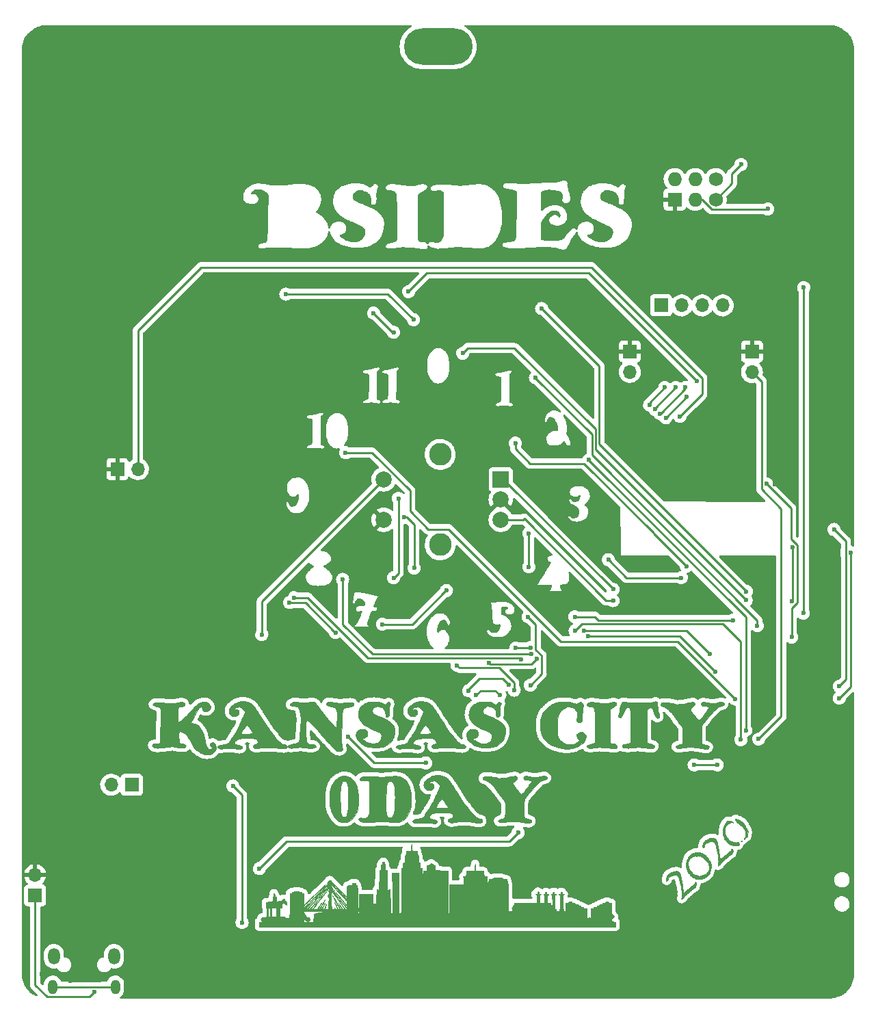
<source format=gbr>
%TF.GenerationSoftware,KiCad,Pcbnew,(6.0.1)*%
%TF.CreationDate,2022-08-20T09:02:38-05:00*%
%TF.ProjectId,BsidesKC-2022-Safe-Badge,42736964-6573-44b4-932d-323032322d53,0-c*%
%TF.SameCoordinates,Original*%
%TF.FileFunction,Copper,L1,Top*%
%TF.FilePolarity,Positive*%
%FSLAX46Y46*%
G04 Gerber Fmt 4.6, Leading zero omitted, Abs format (unit mm)*
G04 Created by KiCad (PCBNEW (6.0.1)) date 2022-08-20 09:02:38*
%MOMM*%
%LPD*%
G01*
G04 APERTURE LIST*
%TA.AperFunction,EtchedComponent*%
%ADD10C,0.010000*%
%TD*%
%TA.AperFunction,ComponentPad*%
%ADD11O,1.727200X1.727200*%
%TD*%
%TA.AperFunction,ComponentPad*%
%ADD12R,1.727200X1.727200*%
%TD*%
%TA.AperFunction,ComponentPad*%
%ADD13C,1.727200*%
%TD*%
%TA.AperFunction,ComponentPad*%
%ADD14O,8.500000X4.500000*%
%TD*%
%TA.AperFunction,ComponentPad*%
%ADD15R,1.700000X1.700000*%
%TD*%
%TA.AperFunction,ComponentPad*%
%ADD16O,1.700000X1.700000*%
%TD*%
%TA.AperFunction,ComponentPad*%
%ADD17O,1.450000X2.000000*%
%TD*%
%TA.AperFunction,ComponentPad*%
%ADD18O,1.150000X1.800000*%
%TD*%
%TA.AperFunction,ComponentPad*%
%ADD19R,2.000000X2.000000*%
%TD*%
%TA.AperFunction,ComponentPad*%
%ADD20C,2.000000*%
%TD*%
%TA.AperFunction,ComponentPad*%
%ADD21C,2.800000*%
%TD*%
%TA.AperFunction,ViaPad*%
%ADD22C,0.600000*%
%TD*%
%TA.AperFunction,Conductor*%
%ADD23C,0.250000*%
%TD*%
G04 APERTURE END LIST*
D10*
%TO.C,eeeeeeeeeeeeeeeeeeeeeeeeeeeeeeeeeeeeeeeeee*%
X136635283Y-120990576D02*
X136859741Y-121035439D01*
X136859741Y-121035439D02*
X137074607Y-121116023D01*
X137074607Y-121116023D02*
X137124593Y-121140964D01*
X137124593Y-121140964D02*
X137294719Y-121250066D01*
X137294719Y-121250066D02*
X137461690Y-121394076D01*
X137461690Y-121394076D02*
X137619656Y-121565653D01*
X137619656Y-121565653D02*
X137762767Y-121757456D01*
X137762767Y-121757456D02*
X137885170Y-121962145D01*
X137885170Y-121962145D02*
X137981015Y-122172380D01*
X137981015Y-122172380D02*
X138008501Y-122249875D01*
X138008501Y-122249875D02*
X138029512Y-122328052D01*
X138029512Y-122328052D02*
X138053658Y-122440640D01*
X138053658Y-122440640D02*
X138079728Y-122579940D01*
X138079728Y-122579940D02*
X138106510Y-122738253D01*
X138106510Y-122738253D02*
X138132793Y-122907881D01*
X138132793Y-122907881D02*
X138157365Y-123081124D01*
X138157365Y-123081124D02*
X138179015Y-123250284D01*
X138179015Y-123250284D02*
X138196531Y-123407662D01*
X138196531Y-123407662D02*
X138205018Y-123498708D01*
X138205018Y-123498708D02*
X138222706Y-123840483D01*
X138222706Y-123840483D02*
X138218994Y-124181367D01*
X138218994Y-124181367D02*
X138194732Y-124514640D01*
X138194732Y-124514640D02*
X138150768Y-124833578D01*
X138150768Y-124833578D02*
X138087954Y-125131459D01*
X138087954Y-125131459D02*
X138007139Y-125401561D01*
X138007139Y-125401561D02*
X137944208Y-125561677D01*
X137944208Y-125561677D02*
X137824865Y-125796100D01*
X137824865Y-125796100D02*
X137681164Y-126014428D01*
X137681164Y-126014428D02*
X137517558Y-126212440D01*
X137517558Y-126212440D02*
X137338496Y-126385918D01*
X137338496Y-126385918D02*
X137148430Y-126530642D01*
X137148430Y-126530642D02*
X136951809Y-126642392D01*
X136951809Y-126642392D02*
X136753085Y-126716949D01*
X136753085Y-126716949D02*
X136715552Y-126726540D01*
X136715552Y-126726540D02*
X136606190Y-126744287D01*
X136606190Y-126744287D02*
X136473522Y-126753791D01*
X136473522Y-126753791D02*
X136332246Y-126755091D01*
X136332246Y-126755091D02*
X136197062Y-126748229D01*
X136197062Y-126748229D02*
X136082669Y-126733245D01*
X136082669Y-126733245D02*
X136044950Y-126724699D01*
X136044950Y-126724699D02*
X135904798Y-126679249D01*
X135904798Y-126679249D02*
X135781342Y-126620233D01*
X135781342Y-126620233D02*
X135664294Y-126541117D01*
X135664294Y-126541117D02*
X135543366Y-126435370D01*
X135543366Y-126435370D02*
X135464199Y-126355934D01*
X135464199Y-126355934D02*
X135245553Y-126103234D01*
X135245553Y-126103234D02*
X135062143Y-125836006D01*
X135062143Y-125836006D02*
X134911622Y-125549645D01*
X134911622Y-125549645D02*
X134791638Y-125239545D01*
X134791638Y-125239545D02*
X134699843Y-124901101D01*
X134699843Y-124901101D02*
X134684137Y-124827031D01*
X134684137Y-124827031D02*
X134669578Y-124751631D01*
X134669578Y-124751631D02*
X134658255Y-124681809D01*
X134658255Y-124681809D02*
X134649775Y-124610726D01*
X134649775Y-124610726D02*
X134643742Y-124531542D01*
X134643742Y-124531542D02*
X134639762Y-124437417D01*
X134639762Y-124437417D02*
X134637439Y-124321511D01*
X134637439Y-124321511D02*
X134636381Y-124176984D01*
X134636381Y-124176984D02*
X134636191Y-123996995D01*
X134636191Y-123996995D02*
X134636191Y-123996125D01*
X134636191Y-123996125D02*
X134637443Y-123799781D01*
X134637443Y-123799781D02*
X134640809Y-123615419D01*
X134640809Y-123615419D02*
X134646049Y-123450107D01*
X134646049Y-123450107D02*
X134647307Y-123424625D01*
X134647307Y-123424625D02*
X135959367Y-123424625D01*
X135959367Y-123424625D02*
X135960971Y-123792064D01*
X135960971Y-123792064D02*
X135965488Y-124135928D01*
X135965488Y-124135928D02*
X135972801Y-124454144D01*
X135972801Y-124454144D02*
X135982794Y-124744636D01*
X135982794Y-124744636D02*
X135995349Y-125005330D01*
X135995349Y-125005330D02*
X136010348Y-125234151D01*
X136010348Y-125234151D02*
X136027675Y-125429024D01*
X136027675Y-125429024D02*
X136047212Y-125587874D01*
X136047212Y-125587874D02*
X136068843Y-125708627D01*
X136068843Y-125708627D02*
X136092450Y-125789208D01*
X136092450Y-125789208D02*
X136092993Y-125790520D01*
X136092993Y-125790520D02*
X136138409Y-125870907D01*
X136138409Y-125870907D02*
X136203057Y-125951436D01*
X136203057Y-125951436D02*
X136274386Y-126018154D01*
X136274386Y-126018154D02*
X136328791Y-126052650D01*
X136328791Y-126052650D02*
X136414673Y-126072296D01*
X136414673Y-126072296D02*
X136511020Y-126065792D01*
X136511020Y-126065792D02*
X136596480Y-126034912D01*
X136596480Y-126034912D02*
X136604919Y-126029699D01*
X136604919Y-126029699D02*
X136673578Y-125963314D01*
X136673578Y-125963314D02*
X136734837Y-125858591D01*
X136734837Y-125858591D02*
X136788940Y-125714782D01*
X136788940Y-125714782D02*
X136836130Y-125531141D01*
X136836130Y-125531141D02*
X136876650Y-125306921D01*
X136876650Y-125306921D02*
X136902067Y-125117958D01*
X136902067Y-125117958D02*
X136911542Y-125014862D01*
X136911542Y-125014862D02*
X136920217Y-124875506D01*
X136920217Y-124875506D02*
X136928014Y-124705959D01*
X136928014Y-124705959D02*
X136934856Y-124512287D01*
X136934856Y-124512287D02*
X136940664Y-124300559D01*
X136940664Y-124300559D02*
X136945363Y-124076842D01*
X136945363Y-124076842D02*
X136948873Y-123847204D01*
X136948873Y-123847204D02*
X136951118Y-123617712D01*
X136951118Y-123617712D02*
X136952020Y-123394433D01*
X136952020Y-123394433D02*
X136951502Y-123183437D01*
X136951502Y-123183437D02*
X136949486Y-122990790D01*
X136949486Y-122990790D02*
X136945894Y-122822559D01*
X136945894Y-122822559D02*
X136940650Y-122684813D01*
X136940650Y-122684813D02*
X136934340Y-122590669D01*
X136934340Y-122590669D02*
X136906555Y-122371661D01*
X136906555Y-122371661D02*
X136865938Y-122174226D01*
X136865938Y-122174226D02*
X136813972Y-122001519D01*
X136813972Y-122001519D02*
X136752139Y-121856694D01*
X136752139Y-121856694D02*
X136681923Y-121742905D01*
X136681923Y-121742905D02*
X136604806Y-121663306D01*
X136604806Y-121663306D02*
X136522272Y-121621053D01*
X136522272Y-121621053D02*
X136475564Y-121614875D01*
X136475564Y-121614875D02*
X136375319Y-121634724D01*
X136375319Y-121634724D02*
X136280386Y-121689274D01*
X136280386Y-121689274D02*
X136199453Y-121771027D01*
X136199453Y-121771027D02*
X136141209Y-121872485D01*
X136141209Y-121872485D02*
X136126418Y-121916149D01*
X136126418Y-121916149D02*
X136108335Y-121980870D01*
X136108335Y-121980870D02*
X136083341Y-122068769D01*
X136083341Y-122068769D02*
X136056405Y-122162390D01*
X136056405Y-122162390D02*
X136052520Y-122175791D01*
X136052520Y-122175791D02*
X136025417Y-122286180D01*
X136025417Y-122286180D02*
X136003424Y-122414961D01*
X136003424Y-122414961D02*
X135986236Y-122566225D01*
X135986236Y-122566225D02*
X135973548Y-122744060D01*
X135973548Y-122744060D02*
X135965055Y-122952557D01*
X135965055Y-122952557D02*
X135960453Y-123195804D01*
X135960453Y-123195804D02*
X135959367Y-123424625D01*
X135959367Y-123424625D02*
X134647307Y-123424625D01*
X134647307Y-123424625D02*
X134652923Y-123310913D01*
X134652923Y-123310913D02*
X134661193Y-123204905D01*
X134661193Y-123204905D02*
X134663838Y-123181208D01*
X134663838Y-123181208D02*
X134692473Y-122979703D01*
X134692473Y-122979703D02*
X134728325Y-122777345D01*
X134728325Y-122777345D02*
X134769133Y-122584760D01*
X134769133Y-122584760D02*
X134812633Y-122412575D01*
X134812633Y-122412575D02*
X134856562Y-122271416D01*
X134856562Y-122271416D02*
X134859152Y-122264193D01*
X134859152Y-122264193D02*
X134908078Y-122146567D01*
X134908078Y-122146567D02*
X134973972Y-122012649D01*
X134973972Y-122012649D02*
X135049986Y-121874492D01*
X135049986Y-121874492D02*
X135129273Y-121744146D01*
X135129273Y-121744146D02*
X135204987Y-121633663D01*
X135204987Y-121633663D02*
X135248551Y-121578777D01*
X135248551Y-121578777D02*
X135358049Y-121470583D01*
X135358049Y-121470583D02*
X135498182Y-121360036D01*
X135498182Y-121360036D02*
X135658180Y-121253601D01*
X135658180Y-121253601D02*
X135827274Y-121157741D01*
X135827274Y-121157741D02*
X135994694Y-121078923D01*
X135994694Y-121078923D02*
X136149669Y-121023611D01*
X136149669Y-121023611D02*
X136191601Y-121012690D01*
X136191601Y-121012690D02*
X136409736Y-120982604D01*
X136409736Y-120982604D02*
X136635283Y-120990576D01*
X136635283Y-120990576D02*
X136635283Y-120990576D01*
G36*
X134661193Y-123204905D02*
G01*
X134663838Y-123181208D01*
X134692473Y-122979703D01*
X134728325Y-122777345D01*
X134769133Y-122584760D01*
X134812633Y-122412575D01*
X134856562Y-122271416D01*
X134859152Y-122264193D01*
X134908078Y-122146567D01*
X134973972Y-122012649D01*
X135049986Y-121874492D01*
X135129273Y-121744146D01*
X135204987Y-121633663D01*
X135248551Y-121578777D01*
X135358049Y-121470583D01*
X135498182Y-121360036D01*
X135658180Y-121253601D01*
X135827274Y-121157741D01*
X135994694Y-121078923D01*
X136149669Y-121023611D01*
X136191601Y-121012690D01*
X136409736Y-120982604D01*
X136635283Y-120990576D01*
X136859741Y-121035439D01*
X137074607Y-121116023D01*
X137124593Y-121140964D01*
X137294719Y-121250066D01*
X137461690Y-121394076D01*
X137619656Y-121565653D01*
X137762767Y-121757456D01*
X137885170Y-121962145D01*
X137981015Y-122172380D01*
X138008501Y-122249875D01*
X138029512Y-122328052D01*
X138053658Y-122440640D01*
X138079728Y-122579940D01*
X138106510Y-122738253D01*
X138132793Y-122907881D01*
X138157365Y-123081124D01*
X138179015Y-123250284D01*
X138196531Y-123407662D01*
X138205018Y-123498708D01*
X138222706Y-123840483D01*
X138218994Y-124181367D01*
X138194732Y-124514640D01*
X138150768Y-124833578D01*
X138087954Y-125131459D01*
X138007139Y-125401561D01*
X137944208Y-125561677D01*
X137824865Y-125796100D01*
X137681164Y-126014428D01*
X137517558Y-126212440D01*
X137338496Y-126385918D01*
X137148430Y-126530642D01*
X136951809Y-126642392D01*
X136753085Y-126716949D01*
X136715552Y-126726540D01*
X136606190Y-126744287D01*
X136473522Y-126753791D01*
X136332246Y-126755091D01*
X136197062Y-126748229D01*
X136082669Y-126733245D01*
X136044950Y-126724699D01*
X135904798Y-126679249D01*
X135781342Y-126620233D01*
X135664294Y-126541117D01*
X135543366Y-126435370D01*
X135464199Y-126355934D01*
X135245553Y-126103234D01*
X135062143Y-125836006D01*
X134911622Y-125549645D01*
X134791638Y-125239545D01*
X134699843Y-124901101D01*
X134684137Y-124827031D01*
X134669578Y-124751631D01*
X134658255Y-124681809D01*
X134649775Y-124610726D01*
X134643742Y-124531542D01*
X134639762Y-124437417D01*
X134637439Y-124321511D01*
X134636381Y-124176984D01*
X134636191Y-123996995D01*
X134636191Y-123996125D01*
X134637443Y-123799781D01*
X134640809Y-123615419D01*
X134646049Y-123450107D01*
X134647307Y-123424625D01*
X135959367Y-123424625D01*
X135960971Y-123792064D01*
X135965488Y-124135928D01*
X135972801Y-124454144D01*
X135982794Y-124744636D01*
X135995349Y-125005330D01*
X136010348Y-125234151D01*
X136027675Y-125429024D01*
X136047212Y-125587874D01*
X136068843Y-125708627D01*
X136092450Y-125789208D01*
X136092993Y-125790520D01*
X136138409Y-125870907D01*
X136203057Y-125951436D01*
X136274386Y-126018154D01*
X136328791Y-126052650D01*
X136414673Y-126072296D01*
X136511020Y-126065792D01*
X136596480Y-126034912D01*
X136604919Y-126029699D01*
X136673578Y-125963314D01*
X136734837Y-125858591D01*
X136788940Y-125714782D01*
X136836130Y-125531141D01*
X136876650Y-125306921D01*
X136902067Y-125117958D01*
X136911542Y-125014862D01*
X136920217Y-124875506D01*
X136928014Y-124705959D01*
X136934856Y-124512287D01*
X136940664Y-124300559D01*
X136945363Y-124076842D01*
X136948873Y-123847204D01*
X136951118Y-123617712D01*
X136952020Y-123394433D01*
X136951502Y-123183437D01*
X136949486Y-122990790D01*
X136945894Y-122822559D01*
X136940650Y-122684813D01*
X136934340Y-122590669D01*
X136906555Y-122371661D01*
X136865938Y-122174226D01*
X136813972Y-122001519D01*
X136752139Y-121856694D01*
X136681923Y-121742905D01*
X136604806Y-121663306D01*
X136522272Y-121621053D01*
X136475564Y-121614875D01*
X136375319Y-121634724D01*
X136280386Y-121689274D01*
X136199453Y-121771027D01*
X136141209Y-121872485D01*
X136126418Y-121916149D01*
X136108335Y-121980870D01*
X136083341Y-122068769D01*
X136056405Y-122162390D01*
X136052520Y-122175791D01*
X136025417Y-122286180D01*
X136003424Y-122414961D01*
X135986236Y-122566225D01*
X135973548Y-122744060D01*
X135965055Y-122952557D01*
X135960453Y-123195804D01*
X135959367Y-123424625D01*
X134647307Y-123424625D01*
X134652923Y-123310913D01*
X134661193Y-123204905D01*
G37*
X134661193Y-123204905D02*
X134663838Y-123181208D01*
X134692473Y-122979703D01*
X134728325Y-122777345D01*
X134769133Y-122584760D01*
X134812633Y-122412575D01*
X134856562Y-122271416D01*
X134859152Y-122264193D01*
X134908078Y-122146567D01*
X134973972Y-122012649D01*
X135049986Y-121874492D01*
X135129273Y-121744146D01*
X135204987Y-121633663D01*
X135248551Y-121578777D01*
X135358049Y-121470583D01*
X135498182Y-121360036D01*
X135658180Y-121253601D01*
X135827274Y-121157741D01*
X135994694Y-121078923D01*
X136149669Y-121023611D01*
X136191601Y-121012690D01*
X136409736Y-120982604D01*
X136635283Y-120990576D01*
X136859741Y-121035439D01*
X137074607Y-121116023D01*
X137124593Y-121140964D01*
X137294719Y-121250066D01*
X137461690Y-121394076D01*
X137619656Y-121565653D01*
X137762767Y-121757456D01*
X137885170Y-121962145D01*
X137981015Y-122172380D01*
X138008501Y-122249875D01*
X138029512Y-122328052D01*
X138053658Y-122440640D01*
X138079728Y-122579940D01*
X138106510Y-122738253D01*
X138132793Y-122907881D01*
X138157365Y-123081124D01*
X138179015Y-123250284D01*
X138196531Y-123407662D01*
X138205018Y-123498708D01*
X138222706Y-123840483D01*
X138218994Y-124181367D01*
X138194732Y-124514640D01*
X138150768Y-124833578D01*
X138087954Y-125131459D01*
X138007139Y-125401561D01*
X137944208Y-125561677D01*
X137824865Y-125796100D01*
X137681164Y-126014428D01*
X137517558Y-126212440D01*
X137338496Y-126385918D01*
X137148430Y-126530642D01*
X136951809Y-126642392D01*
X136753085Y-126716949D01*
X136715552Y-126726540D01*
X136606190Y-126744287D01*
X136473522Y-126753791D01*
X136332246Y-126755091D01*
X136197062Y-126748229D01*
X136082669Y-126733245D01*
X136044950Y-126724699D01*
X135904798Y-126679249D01*
X135781342Y-126620233D01*
X135664294Y-126541117D01*
X135543366Y-126435370D01*
X135464199Y-126355934D01*
X135245553Y-126103234D01*
X135062143Y-125836006D01*
X134911622Y-125549645D01*
X134791638Y-125239545D01*
X134699843Y-124901101D01*
X134684137Y-124827031D01*
X134669578Y-124751631D01*
X134658255Y-124681809D01*
X134649775Y-124610726D01*
X134643742Y-124531542D01*
X134639762Y-124437417D01*
X134637439Y-124321511D01*
X134636381Y-124176984D01*
X134636191Y-123996995D01*
X134636191Y-123996125D01*
X134637443Y-123799781D01*
X134640809Y-123615419D01*
X134646049Y-123450107D01*
X134647307Y-123424625D01*
X135959367Y-123424625D01*
X135960971Y-123792064D01*
X135965488Y-124135928D01*
X135972801Y-124454144D01*
X135982794Y-124744636D01*
X135995349Y-125005330D01*
X136010348Y-125234151D01*
X136027675Y-125429024D01*
X136047212Y-125587874D01*
X136068843Y-125708627D01*
X136092450Y-125789208D01*
X136092993Y-125790520D01*
X136138409Y-125870907D01*
X136203057Y-125951436D01*
X136274386Y-126018154D01*
X136328791Y-126052650D01*
X136414673Y-126072296D01*
X136511020Y-126065792D01*
X136596480Y-126034912D01*
X136604919Y-126029699D01*
X136673578Y-125963314D01*
X136734837Y-125858591D01*
X136788940Y-125714782D01*
X136836130Y-125531141D01*
X136876650Y-125306921D01*
X136902067Y-125117958D01*
X136911542Y-125014862D01*
X136920217Y-124875506D01*
X136928014Y-124705959D01*
X136934856Y-124512287D01*
X136940664Y-124300559D01*
X136945363Y-124076842D01*
X136948873Y-123847204D01*
X136951118Y-123617712D01*
X136952020Y-123394433D01*
X136951502Y-123183437D01*
X136949486Y-122990790D01*
X136945894Y-122822559D01*
X136940650Y-122684813D01*
X136934340Y-122590669D01*
X136906555Y-122371661D01*
X136865938Y-122174226D01*
X136813972Y-122001519D01*
X136752139Y-121856694D01*
X136681923Y-121742905D01*
X136604806Y-121663306D01*
X136522272Y-121621053D01*
X136475564Y-121614875D01*
X136375319Y-121634724D01*
X136280386Y-121689274D01*
X136199453Y-121771027D01*
X136141209Y-121872485D01*
X136126418Y-121916149D01*
X136108335Y-121980870D01*
X136083341Y-122068769D01*
X136056405Y-122162390D01*
X136052520Y-122175791D01*
X136025417Y-122286180D01*
X136003424Y-122414961D01*
X135986236Y-122566225D01*
X135973548Y-122744060D01*
X135965055Y-122952557D01*
X135960453Y-123195804D01*
X135959367Y-123424625D01*
X134647307Y-123424625D01*
X134652923Y-123310913D01*
X134661193Y-123204905D01*
X175048134Y-111781978D02*
X175120326Y-111815294D01*
X175120326Y-111815294D02*
X175167301Y-111855128D01*
X175167301Y-111855128D02*
X175233518Y-111921334D01*
X175233518Y-111921334D02*
X175247122Y-112370729D01*
X175247122Y-112370729D02*
X175251914Y-112526005D01*
X175251914Y-112526005D02*
X175256537Y-112647240D01*
X175256537Y-112647240D02*
X175262258Y-112742703D01*
X175262258Y-112742703D02*
X175270345Y-112820662D01*
X175270345Y-112820662D02*
X175282064Y-112889385D01*
X175282064Y-112889385D02*
X175298683Y-112957141D01*
X175298683Y-112957141D02*
X175321469Y-113032198D01*
X175321469Y-113032198D02*
X175351689Y-113122825D01*
X175351689Y-113122825D02*
X175371140Y-113179958D01*
X175371140Y-113179958D02*
X175424894Y-113343191D01*
X175424894Y-113343191D02*
X175462276Y-113472446D01*
X175462276Y-113472446D02*
X175483299Y-113572781D01*
X175483299Y-113572781D02*
X175487975Y-113649251D01*
X175487975Y-113649251D02*
X175476319Y-113706913D01*
X175476319Y-113706913D02*
X175448344Y-113750821D01*
X175448344Y-113750821D02*
X175404064Y-113786034D01*
X175404064Y-113786034D02*
X175372797Y-113803509D01*
X175372797Y-113803509D02*
X175272811Y-113840363D01*
X175272811Y-113840363D02*
X175186802Y-113839591D01*
X175186802Y-113839591D02*
X175108855Y-113800935D01*
X175108855Y-113800935D02*
X175097043Y-113791475D01*
X175097043Y-113791475D02*
X175044366Y-113730552D01*
X175044366Y-113730552D02*
X174985985Y-113633966D01*
X174985985Y-113633966D02*
X174924649Y-113507538D01*
X174924649Y-113507538D02*
X174863108Y-113357086D01*
X174863108Y-113357086D02*
X174804111Y-113188429D01*
X174804111Y-113188429D02*
X174788080Y-113137625D01*
X174788080Y-113137625D02*
X174738396Y-112986142D01*
X174738396Y-112986142D02*
X174691916Y-112868353D01*
X174691916Y-112868353D02*
X174644470Y-112776266D01*
X174644470Y-112776266D02*
X174591891Y-112701887D01*
X174591891Y-112701887D02*
X174530011Y-112637225D01*
X174530011Y-112637225D02*
X174524491Y-112632193D01*
X174524491Y-112632193D02*
X174430516Y-112565596D01*
X174430516Y-112565596D02*
X174338383Y-112539892D01*
X174338383Y-112539892D02*
X174242808Y-112554247D01*
X174242808Y-112554247D02*
X174187037Y-112578822D01*
X174187037Y-112578822D02*
X174123923Y-112619656D01*
X174123923Y-112619656D02*
X174075727Y-112672228D01*
X174075727Y-112672228D02*
X174029581Y-112750741D01*
X174029581Y-112750741D02*
X174027377Y-112755053D01*
X174027377Y-112755053D02*
X173963518Y-112880481D01*
X173963518Y-112880481D02*
X173956237Y-113538220D01*
X173956237Y-113538220D02*
X173955158Y-113681875D01*
X173955158Y-113681875D02*
X173954638Y-113861623D01*
X173954638Y-113861623D02*
X173954654Y-114071227D01*
X173954654Y-114071227D02*
X173955181Y-114304448D01*
X173955181Y-114304448D02*
X173956196Y-114555050D01*
X173956196Y-114555050D02*
X173957674Y-114816796D01*
X173957674Y-114816796D02*
X173959591Y-115083449D01*
X173959591Y-115083449D02*
X173961923Y-115348772D01*
X173961923Y-115348772D02*
X173964029Y-115552169D01*
X173964029Y-115552169D02*
X173979102Y-116908380D01*
X173979102Y-116908380D02*
X174384060Y-117032261D01*
X174384060Y-117032261D02*
X174510109Y-117071726D01*
X174510109Y-117071726D02*
X174623716Y-117109002D01*
X174623716Y-117109002D02*
X174718082Y-117141722D01*
X174718082Y-117141722D02*
X174786403Y-117167514D01*
X174786403Y-117167514D02*
X174821878Y-117184011D01*
X174821878Y-117184011D02*
X174823834Y-117185442D01*
X174823834Y-117185442D02*
X174862054Y-117243059D01*
X174862054Y-117243059D02*
X174871970Y-117319268D01*
X174871970Y-117319268D02*
X174855013Y-117402529D01*
X174855013Y-117402529D02*
X174812614Y-117481302D01*
X174812614Y-117481302D02*
X174783009Y-117514742D01*
X174783009Y-117514742D02*
X174703220Y-117565327D01*
X174703220Y-117565327D02*
X174610653Y-117592914D01*
X174610653Y-117592914D02*
X174548506Y-117603954D01*
X174548506Y-117603954D02*
X174498037Y-117609637D01*
X174498037Y-117609637D02*
X174446313Y-117609938D01*
X174446313Y-117609938D02*
X174380398Y-117604831D01*
X174380398Y-117604831D02*
X174287360Y-117594293D01*
X174287360Y-117594293D02*
X174270435Y-117592263D01*
X174270435Y-117592263D02*
X173990337Y-117558731D01*
X173990337Y-117558731D02*
X173747889Y-117530257D01*
X173747889Y-117530257D02*
X173538736Y-117506633D01*
X173538736Y-117506633D02*
X173358523Y-117487655D01*
X173358523Y-117487655D02*
X173202894Y-117473118D01*
X173202894Y-117473118D02*
X173067496Y-117462815D01*
X173067496Y-117462815D02*
X172947972Y-117456542D01*
X172947972Y-117456542D02*
X172839967Y-117454094D01*
X172839967Y-117454094D02*
X172739127Y-117455265D01*
X172739127Y-117455265D02*
X172641097Y-117459849D01*
X172641097Y-117459849D02*
X172541521Y-117467642D01*
X172541521Y-117467642D02*
X172436045Y-117478437D01*
X172436045Y-117478437D02*
X172320312Y-117492030D01*
X172320312Y-117492030D02*
X172271690Y-117498017D01*
X172271690Y-117498017D02*
X172096710Y-117518852D01*
X172096710Y-117518852D02*
X171952180Y-117533692D01*
X171952180Y-117533692D02*
X171826747Y-117543217D01*
X171826747Y-117543217D02*
X171709057Y-117548106D01*
X171709057Y-117548106D02*
X171587757Y-117549039D01*
X171587757Y-117549039D02*
X171456773Y-117546830D01*
X171456773Y-117546830D02*
X171320487Y-117542743D01*
X171320487Y-117542743D02*
X171218588Y-117537649D01*
X171218588Y-117537649D02*
X171143130Y-117530602D01*
X171143130Y-117530602D02*
X171086166Y-117520661D01*
X171086166Y-117520661D02*
X171039750Y-117506880D01*
X171039750Y-117506880D02*
X171006984Y-117493415D01*
X171006984Y-117493415D02*
X170943481Y-117459736D01*
X170943481Y-117459736D02*
X170907629Y-117423283D01*
X170907629Y-117423283D02*
X170886185Y-117370343D01*
X170886185Y-117370343D02*
X170885394Y-117367523D01*
X170885394Y-117367523D02*
X170867362Y-117291136D01*
X170867362Y-117291136D02*
X170865698Y-117239227D01*
X170865698Y-117239227D02*
X170881099Y-117196951D01*
X170881099Y-117196951D02*
X170894363Y-117176282D01*
X170894363Y-117176282D02*
X170939543Y-117136987D01*
X170939543Y-117136987D02*
X171018102Y-117102395D01*
X171018102Y-117102395D02*
X171132623Y-117071720D01*
X171132623Y-117071720D02*
X171285690Y-117044179D01*
X171285690Y-117044179D02*
X171367460Y-117032648D01*
X171367460Y-117032648D02*
X171509379Y-117012657D01*
X171509379Y-117012657D02*
X171617160Y-116993921D01*
X171617160Y-116993921D02*
X171698872Y-116974438D01*
X171698872Y-116974438D02*
X171762587Y-116952206D01*
X171762587Y-116952206D02*
X171816374Y-116925224D01*
X171816374Y-116925224D02*
X171827590Y-116918504D01*
X171827590Y-116918504D02*
X171892995Y-116878282D01*
X171892995Y-116878282D02*
X171906879Y-116606037D01*
X171906879Y-116606037D02*
X171909377Y-116535544D01*
X171909377Y-116535544D02*
X171911733Y-116427359D01*
X171911733Y-116427359D02*
X171913907Y-116286125D01*
X171913907Y-116286125D02*
X171915859Y-116116482D01*
X171915859Y-116116482D02*
X171917547Y-115923073D01*
X171917547Y-115923073D02*
X171918930Y-115710538D01*
X171918930Y-115710538D02*
X171919969Y-115483520D01*
X171919969Y-115483520D02*
X171920622Y-115246660D01*
X171920622Y-115246660D02*
X171920849Y-115012819D01*
X171920849Y-115012819D02*
X171919833Y-114598734D01*
X171919833Y-114598734D02*
X171916715Y-114226372D01*
X171916715Y-114226372D02*
X171911473Y-113895175D01*
X171911473Y-113895175D02*
X171904086Y-113604583D01*
X171904086Y-113604583D02*
X171894533Y-113354038D01*
X171894533Y-113354038D02*
X171882791Y-113142980D01*
X171882791Y-113142980D02*
X171868839Y-112970851D01*
X171868839Y-112970851D02*
X171852656Y-112837092D01*
X171852656Y-112837092D02*
X171834220Y-112741144D01*
X171834220Y-112741144D02*
X171833258Y-112737405D01*
X171833258Y-112737405D02*
X171791036Y-112645032D01*
X171791036Y-112645032D02*
X171723548Y-112574649D01*
X171723548Y-112574649D02*
X171639848Y-112530961D01*
X171639848Y-112530961D02*
X171548992Y-112518674D01*
X171548992Y-112518674D02*
X171460036Y-112542495D01*
X171460036Y-112542495D02*
X171459114Y-112542969D01*
X171459114Y-112542969D02*
X171401401Y-112589566D01*
X171401401Y-112589566D02*
X171333623Y-112673382D01*
X171333623Y-112673382D02*
X171257891Y-112791094D01*
X171257891Y-112791094D02*
X171176312Y-112939377D01*
X171176312Y-112939377D02*
X171090998Y-113114907D01*
X171090998Y-113114907D02*
X171077812Y-113143816D01*
X171077812Y-113143816D02*
X171000519Y-113309311D01*
X171000519Y-113309311D02*
X170933343Y-113440439D01*
X170933343Y-113440439D02*
X170872821Y-113542926D01*
X170872821Y-113542926D02*
X170815488Y-113622499D01*
X170815488Y-113622499D02*
X170757878Y-113684886D01*
X170757878Y-113684886D02*
X170741386Y-113699915D01*
X170741386Y-113699915D02*
X170690064Y-113740418D01*
X170690064Y-113740418D02*
X170646731Y-113756665D01*
X170646731Y-113756665D02*
X170590198Y-113755070D01*
X170590198Y-113755070D02*
X170568592Y-113752226D01*
X170568592Y-113752226D02*
X170471493Y-113730537D01*
X170471493Y-113730537D02*
X170405134Y-113694833D01*
X170405134Y-113694833D02*
X170368680Y-113641557D01*
X170368680Y-113641557D02*
X170361293Y-113567155D01*
X170361293Y-113567155D02*
X170382137Y-113468070D01*
X170382137Y-113468070D02*
X170430375Y-113340746D01*
X170430375Y-113340746D02*
X170457561Y-113280236D01*
X170457561Y-113280236D02*
X170503738Y-113178538D01*
X170503738Y-113178538D02*
X170534727Y-113101199D01*
X170534727Y-113101199D02*
X170554163Y-113034657D01*
X170554163Y-113034657D02*
X170565681Y-112965351D01*
X170565681Y-112965351D02*
X170572917Y-112879721D01*
X170572917Y-112879721D02*
X170575230Y-112841291D01*
X170575230Y-112841291D02*
X170590913Y-112636600D01*
X170590913Y-112636600D02*
X170613442Y-112465705D01*
X170613442Y-112465705D02*
X170644585Y-112320373D01*
X170644585Y-112320373D02*
X170686107Y-112192372D01*
X170686107Y-112192372D02*
X170739775Y-112073470D01*
X170739775Y-112073470D02*
X170740129Y-112072784D01*
X170740129Y-112072784D02*
X170796746Y-111966732D01*
X170796746Y-111966732D02*
X170843542Y-111893204D01*
X170843542Y-111893204D02*
X170888333Y-111846242D01*
X170888333Y-111846242D02*
X170938933Y-111819884D01*
X170938933Y-111819884D02*
X171003157Y-111808172D01*
X171003157Y-111808172D02*
X171088820Y-111805144D01*
X171088820Y-111805144D02*
X171091075Y-111805129D01*
X171091075Y-111805129D02*
X171178688Y-111806290D01*
X171178688Y-111806290D02*
X171239952Y-111813729D01*
X171239952Y-111813729D02*
X171290787Y-111831426D01*
X171290787Y-111831426D02*
X171347114Y-111863364D01*
X171347114Y-111863364D02*
X171362167Y-111872916D01*
X171362167Y-111872916D02*
X171469557Y-111941708D01*
X171469557Y-111941708D02*
X174563619Y-111941708D01*
X174563619Y-111941708D02*
X174739818Y-111855613D01*
X174739818Y-111855613D02*
X174864565Y-111802130D01*
X174864565Y-111802130D02*
X174965109Y-111777587D01*
X174965109Y-111777587D02*
X175048134Y-111781978D01*
X175048134Y-111781978D02*
X175048134Y-111781978D01*
G36*
X175048134Y-111781978D02*
G01*
X175120326Y-111815294D01*
X175167301Y-111855128D01*
X175233518Y-111921334D01*
X175247122Y-112370729D01*
X175251914Y-112526005D01*
X175256537Y-112647240D01*
X175262258Y-112742703D01*
X175270345Y-112820662D01*
X175282064Y-112889385D01*
X175298683Y-112957141D01*
X175321469Y-113032198D01*
X175351689Y-113122825D01*
X175371140Y-113179958D01*
X175424894Y-113343191D01*
X175462276Y-113472446D01*
X175483299Y-113572781D01*
X175487975Y-113649251D01*
X175476319Y-113706913D01*
X175448344Y-113750821D01*
X175404064Y-113786034D01*
X175372797Y-113803509D01*
X175272811Y-113840363D01*
X175186802Y-113839591D01*
X175108855Y-113800935D01*
X175097043Y-113791475D01*
X175044366Y-113730552D01*
X174985985Y-113633966D01*
X174924649Y-113507538D01*
X174863108Y-113357086D01*
X174804111Y-113188429D01*
X174788080Y-113137625D01*
X174738396Y-112986142D01*
X174691916Y-112868353D01*
X174644470Y-112776266D01*
X174591891Y-112701887D01*
X174530011Y-112637225D01*
X174524491Y-112632193D01*
X174430516Y-112565596D01*
X174338383Y-112539892D01*
X174242808Y-112554247D01*
X174187037Y-112578822D01*
X174123923Y-112619656D01*
X174075727Y-112672228D01*
X174029581Y-112750741D01*
X174027377Y-112755053D01*
X173963518Y-112880481D01*
X173956237Y-113538220D01*
X173955158Y-113681875D01*
X173954638Y-113861623D01*
X173954654Y-114071227D01*
X173955181Y-114304448D01*
X173956196Y-114555050D01*
X173957674Y-114816796D01*
X173959591Y-115083449D01*
X173961923Y-115348772D01*
X173964029Y-115552169D01*
X173979102Y-116908380D01*
X174384060Y-117032261D01*
X174510109Y-117071726D01*
X174623716Y-117109002D01*
X174718082Y-117141722D01*
X174786403Y-117167514D01*
X174821878Y-117184011D01*
X174823834Y-117185442D01*
X174862054Y-117243059D01*
X174871970Y-117319268D01*
X174855013Y-117402529D01*
X174812614Y-117481302D01*
X174783009Y-117514742D01*
X174703220Y-117565327D01*
X174610653Y-117592914D01*
X174548506Y-117603954D01*
X174498037Y-117609637D01*
X174446313Y-117609938D01*
X174380398Y-117604831D01*
X174287360Y-117594293D01*
X174270435Y-117592263D01*
X173990337Y-117558731D01*
X173747889Y-117530257D01*
X173538736Y-117506633D01*
X173358523Y-117487655D01*
X173202894Y-117473118D01*
X173067496Y-117462815D01*
X172947972Y-117456542D01*
X172839967Y-117454094D01*
X172739127Y-117455265D01*
X172641097Y-117459849D01*
X172541521Y-117467642D01*
X172436045Y-117478437D01*
X172320312Y-117492030D01*
X172271690Y-117498017D01*
X172096710Y-117518852D01*
X171952180Y-117533692D01*
X171826747Y-117543217D01*
X171709057Y-117548106D01*
X171587757Y-117549039D01*
X171456773Y-117546830D01*
X171320487Y-117542743D01*
X171218588Y-117537649D01*
X171143130Y-117530602D01*
X171086166Y-117520661D01*
X171039750Y-117506880D01*
X171006984Y-117493415D01*
X170943481Y-117459736D01*
X170907629Y-117423283D01*
X170886185Y-117370343D01*
X170885394Y-117367523D01*
X170867362Y-117291136D01*
X170865698Y-117239227D01*
X170881099Y-117196951D01*
X170894363Y-117176282D01*
X170939543Y-117136987D01*
X171018102Y-117102395D01*
X171132623Y-117071720D01*
X171285690Y-117044179D01*
X171367460Y-117032648D01*
X171509379Y-117012657D01*
X171617160Y-116993921D01*
X171698872Y-116974438D01*
X171762587Y-116952206D01*
X171816374Y-116925224D01*
X171827590Y-116918504D01*
X171892995Y-116878282D01*
X171906879Y-116606037D01*
X171909377Y-116535544D01*
X171911733Y-116427359D01*
X171913907Y-116286125D01*
X171915859Y-116116482D01*
X171917547Y-115923073D01*
X171918930Y-115710538D01*
X171919969Y-115483520D01*
X171920622Y-115246660D01*
X171920849Y-115012819D01*
X171919833Y-114598734D01*
X171916715Y-114226372D01*
X171911473Y-113895175D01*
X171904086Y-113604583D01*
X171894533Y-113354038D01*
X171882791Y-113142980D01*
X171868839Y-112970851D01*
X171852656Y-112837092D01*
X171834220Y-112741144D01*
X171833258Y-112737405D01*
X171791036Y-112645032D01*
X171723548Y-112574649D01*
X171639848Y-112530961D01*
X171548992Y-112518674D01*
X171460036Y-112542495D01*
X171459114Y-112542969D01*
X171401401Y-112589566D01*
X171333623Y-112673382D01*
X171257891Y-112791094D01*
X171176312Y-112939377D01*
X171090998Y-113114907D01*
X171077812Y-113143816D01*
X171000519Y-113309311D01*
X170933343Y-113440439D01*
X170872821Y-113542926D01*
X170815488Y-113622499D01*
X170757878Y-113684886D01*
X170741386Y-113699915D01*
X170690064Y-113740418D01*
X170646731Y-113756665D01*
X170590198Y-113755070D01*
X170568592Y-113752226D01*
X170471493Y-113730537D01*
X170405134Y-113694833D01*
X170368680Y-113641557D01*
X170361293Y-113567155D01*
X170382137Y-113468070D01*
X170430375Y-113340746D01*
X170457561Y-113280236D01*
X170503738Y-113178538D01*
X170534727Y-113101199D01*
X170554163Y-113034657D01*
X170565681Y-112965351D01*
X170572917Y-112879721D01*
X170575230Y-112841291D01*
X170590913Y-112636600D01*
X170613442Y-112465705D01*
X170644585Y-112320373D01*
X170686107Y-112192372D01*
X170739775Y-112073470D01*
X170740129Y-112072784D01*
X170796746Y-111966732D01*
X170843542Y-111893204D01*
X170888333Y-111846242D01*
X170938933Y-111819884D01*
X171003157Y-111808172D01*
X171088820Y-111805144D01*
X171091075Y-111805129D01*
X171178688Y-111806290D01*
X171239952Y-111813729D01*
X171290787Y-111831426D01*
X171347114Y-111863364D01*
X171362167Y-111872916D01*
X171469557Y-111941708D01*
X174563619Y-111941708D01*
X174739818Y-111855613D01*
X174864565Y-111802130D01*
X174965109Y-111777587D01*
X175048134Y-111781978D01*
G37*
X175048134Y-111781978D02*
X175120326Y-111815294D01*
X175167301Y-111855128D01*
X175233518Y-111921334D01*
X175247122Y-112370729D01*
X175251914Y-112526005D01*
X175256537Y-112647240D01*
X175262258Y-112742703D01*
X175270345Y-112820662D01*
X175282064Y-112889385D01*
X175298683Y-112957141D01*
X175321469Y-113032198D01*
X175351689Y-113122825D01*
X175371140Y-113179958D01*
X175424894Y-113343191D01*
X175462276Y-113472446D01*
X175483299Y-113572781D01*
X175487975Y-113649251D01*
X175476319Y-113706913D01*
X175448344Y-113750821D01*
X175404064Y-113786034D01*
X175372797Y-113803509D01*
X175272811Y-113840363D01*
X175186802Y-113839591D01*
X175108855Y-113800935D01*
X175097043Y-113791475D01*
X175044366Y-113730552D01*
X174985985Y-113633966D01*
X174924649Y-113507538D01*
X174863108Y-113357086D01*
X174804111Y-113188429D01*
X174788080Y-113137625D01*
X174738396Y-112986142D01*
X174691916Y-112868353D01*
X174644470Y-112776266D01*
X174591891Y-112701887D01*
X174530011Y-112637225D01*
X174524491Y-112632193D01*
X174430516Y-112565596D01*
X174338383Y-112539892D01*
X174242808Y-112554247D01*
X174187037Y-112578822D01*
X174123923Y-112619656D01*
X174075727Y-112672228D01*
X174029581Y-112750741D01*
X174027377Y-112755053D01*
X173963518Y-112880481D01*
X173956237Y-113538220D01*
X173955158Y-113681875D01*
X173954638Y-113861623D01*
X173954654Y-114071227D01*
X173955181Y-114304448D01*
X173956196Y-114555050D01*
X173957674Y-114816796D01*
X173959591Y-115083449D01*
X173961923Y-115348772D01*
X173964029Y-115552169D01*
X173979102Y-116908380D01*
X174384060Y-117032261D01*
X174510109Y-117071726D01*
X174623716Y-117109002D01*
X174718082Y-117141722D01*
X174786403Y-117167514D01*
X174821878Y-117184011D01*
X174823834Y-117185442D01*
X174862054Y-117243059D01*
X174871970Y-117319268D01*
X174855013Y-117402529D01*
X174812614Y-117481302D01*
X174783009Y-117514742D01*
X174703220Y-117565327D01*
X174610653Y-117592914D01*
X174548506Y-117603954D01*
X174498037Y-117609637D01*
X174446313Y-117609938D01*
X174380398Y-117604831D01*
X174287360Y-117594293D01*
X174270435Y-117592263D01*
X173990337Y-117558731D01*
X173747889Y-117530257D01*
X173538736Y-117506633D01*
X173358523Y-117487655D01*
X173202894Y-117473118D01*
X173067496Y-117462815D01*
X172947972Y-117456542D01*
X172839967Y-117454094D01*
X172739127Y-117455265D01*
X172641097Y-117459849D01*
X172541521Y-117467642D01*
X172436045Y-117478437D01*
X172320312Y-117492030D01*
X172271690Y-117498017D01*
X172096710Y-117518852D01*
X171952180Y-117533692D01*
X171826747Y-117543217D01*
X171709057Y-117548106D01*
X171587757Y-117549039D01*
X171456773Y-117546830D01*
X171320487Y-117542743D01*
X171218588Y-117537649D01*
X171143130Y-117530602D01*
X171086166Y-117520661D01*
X171039750Y-117506880D01*
X171006984Y-117493415D01*
X170943481Y-117459736D01*
X170907629Y-117423283D01*
X170886185Y-117370343D01*
X170885394Y-117367523D01*
X170867362Y-117291136D01*
X170865698Y-117239227D01*
X170881099Y-117196951D01*
X170894363Y-117176282D01*
X170939543Y-117136987D01*
X171018102Y-117102395D01*
X171132623Y-117071720D01*
X171285690Y-117044179D01*
X171367460Y-117032648D01*
X171509379Y-117012657D01*
X171617160Y-116993921D01*
X171698872Y-116974438D01*
X171762587Y-116952206D01*
X171816374Y-116925224D01*
X171827590Y-116918504D01*
X171892995Y-116878282D01*
X171906879Y-116606037D01*
X171909377Y-116535544D01*
X171911733Y-116427359D01*
X171913907Y-116286125D01*
X171915859Y-116116482D01*
X171917547Y-115923073D01*
X171918930Y-115710538D01*
X171919969Y-115483520D01*
X171920622Y-115246660D01*
X171920849Y-115012819D01*
X171919833Y-114598734D01*
X171916715Y-114226372D01*
X171911473Y-113895175D01*
X171904086Y-113604583D01*
X171894533Y-113354038D01*
X171882791Y-113142980D01*
X171868839Y-112970851D01*
X171852656Y-112837092D01*
X171834220Y-112741144D01*
X171833258Y-112737405D01*
X171791036Y-112645032D01*
X171723548Y-112574649D01*
X171639848Y-112530961D01*
X171548992Y-112518674D01*
X171460036Y-112542495D01*
X171459114Y-112542969D01*
X171401401Y-112589566D01*
X171333623Y-112673382D01*
X171257891Y-112791094D01*
X171176312Y-112939377D01*
X171090998Y-113114907D01*
X171077812Y-113143816D01*
X171000519Y-113309311D01*
X170933343Y-113440439D01*
X170872821Y-113542926D01*
X170815488Y-113622499D01*
X170757878Y-113684886D01*
X170741386Y-113699915D01*
X170690064Y-113740418D01*
X170646731Y-113756665D01*
X170590198Y-113755070D01*
X170568592Y-113752226D01*
X170471493Y-113730537D01*
X170405134Y-113694833D01*
X170368680Y-113641557D01*
X170361293Y-113567155D01*
X170382137Y-113468070D01*
X170430375Y-113340746D01*
X170457561Y-113280236D01*
X170503738Y-113178538D01*
X170534727Y-113101199D01*
X170554163Y-113034657D01*
X170565681Y-112965351D01*
X170572917Y-112879721D01*
X170575230Y-112841291D01*
X170590913Y-112636600D01*
X170613442Y-112465705D01*
X170644585Y-112320373D01*
X170686107Y-112192372D01*
X170739775Y-112073470D01*
X170740129Y-112072784D01*
X170796746Y-111966732D01*
X170843542Y-111893204D01*
X170888333Y-111846242D01*
X170938933Y-111819884D01*
X171003157Y-111808172D01*
X171088820Y-111805144D01*
X171091075Y-111805129D01*
X171178688Y-111806290D01*
X171239952Y-111813729D01*
X171290787Y-111831426D01*
X171347114Y-111863364D01*
X171362167Y-111872916D01*
X171469557Y-111941708D01*
X174563619Y-111941708D01*
X174739818Y-111855613D01*
X174864565Y-111802130D01*
X174965109Y-111777587D01*
X175048134Y-111781978D01*
X184942523Y-126310074D02*
X185008322Y-126331684D01*
X185008322Y-126331684D02*
X185075932Y-126359337D01*
X185075932Y-126359337D02*
X185127530Y-126386190D01*
X185127530Y-126386190D02*
X185138906Y-126394476D01*
X185138906Y-126394476D02*
X185181891Y-126417742D01*
X185181891Y-126417742D02*
X185241660Y-126435478D01*
X185241660Y-126435478D02*
X185245791Y-126436251D01*
X185245791Y-126436251D02*
X185303997Y-126452426D01*
X185303997Y-126452426D02*
X185381746Y-126481333D01*
X185381746Y-126481333D02*
X185452166Y-126512117D01*
X185452166Y-126512117D02*
X185528323Y-126551921D01*
X185528323Y-126551921D02*
X185570282Y-126584444D01*
X185570282Y-126584444D02*
X185584343Y-126614727D01*
X185584343Y-126614727D02*
X185584457Y-126617951D01*
X185584457Y-126617951D02*
X185601426Y-126654693D01*
X185601426Y-126654693D02*
X185649896Y-126666027D01*
X185649896Y-126666027D02*
X185675398Y-126663362D01*
X185675398Y-126663362D02*
X185713717Y-126675446D01*
X185713717Y-126675446D02*
X185768507Y-126716641D01*
X185768507Y-126716641D02*
X185833733Y-126780205D01*
X185833733Y-126780205D02*
X185903359Y-126859395D01*
X185903359Y-126859395D02*
X185971348Y-126947467D01*
X185971348Y-126947467D02*
X186031665Y-127037681D01*
X186031665Y-127037681D02*
X186067632Y-127101503D01*
X186067632Y-127101503D02*
X186096528Y-127165563D01*
X186096528Y-127165563D02*
X186104333Y-127209691D01*
X186104333Y-127209691D02*
X186093689Y-127249015D01*
X186093689Y-127249015D02*
X186093465Y-127249509D01*
X186093465Y-127249509D02*
X186083325Y-127304703D01*
X186083325Y-127304703D02*
X186111248Y-127345922D01*
X186111248Y-127345922D02*
X186178769Y-127375304D01*
X186178769Y-127375304D02*
X186185007Y-127376970D01*
X186185007Y-127376970D02*
X186218414Y-127389610D01*
X186218414Y-127389610D02*
X186246133Y-127413103D01*
X186246133Y-127413103D02*
X186274062Y-127455520D01*
X186274062Y-127455520D02*
X186308099Y-127524932D01*
X186308099Y-127524932D02*
X186331502Y-127577403D01*
X186331502Y-127577403D02*
X186399618Y-127771401D01*
X186399618Y-127771401D02*
X186428723Y-127957995D01*
X186428723Y-127957995D02*
X186419456Y-128144611D01*
X186419456Y-128144611D02*
X186391544Y-128275378D01*
X186391544Y-128275378D02*
X186370193Y-128357784D01*
X186370193Y-128357784D02*
X186354304Y-128427886D01*
X186354304Y-128427886D02*
X186346726Y-128472887D01*
X186346726Y-128472887D02*
X186346457Y-128478063D01*
X186346457Y-128478063D02*
X186331663Y-128517504D01*
X186331663Y-128517504D02*
X186296676Y-128562595D01*
X186296676Y-128562595D02*
X186255588Y-128597835D01*
X186255588Y-128597835D02*
X186227867Y-128608517D01*
X186227867Y-128608517D02*
X186204170Y-128623594D01*
X186204170Y-128623594D02*
X186164062Y-128662624D01*
X186164062Y-128662624D02*
X186127634Y-128703769D01*
X186127634Y-128703769D02*
X186071626Y-128763151D01*
X186071626Y-128763151D02*
X186013961Y-128812587D01*
X186013961Y-128812587D02*
X185983656Y-128832302D01*
X185983656Y-128832302D02*
X185940835Y-128853042D01*
X185940835Y-128853042D02*
X185926536Y-128851229D01*
X185926536Y-128851229D02*
X185931803Y-128823995D01*
X185931803Y-128823995D02*
X185934062Y-128816425D01*
X185934062Y-128816425D02*
X185954339Y-128774860D01*
X185954339Y-128774860D02*
X185992960Y-128714127D01*
X185992960Y-128714127D02*
X186038948Y-128650850D01*
X186038948Y-128650850D02*
X186082199Y-128589059D01*
X186082199Y-128589059D02*
X186113991Y-128526390D01*
X186113991Y-128526390D02*
X186135815Y-128455159D01*
X186135815Y-128455159D02*
X186149163Y-128367678D01*
X186149163Y-128367678D02*
X186155527Y-128256261D01*
X186155527Y-128256261D02*
X186156398Y-128113223D01*
X186156398Y-128113223D02*
X186155612Y-128049790D01*
X186155612Y-128049790D02*
X186142938Y-127934953D01*
X186142938Y-127934953D02*
X186112472Y-127844258D01*
X186112472Y-127844258D02*
X186086295Y-127782526D01*
X186086295Y-127782526D02*
X186072120Y-127728813D01*
X186072120Y-127728813D02*
X186071291Y-127718124D01*
X186071291Y-127718124D02*
X186058086Y-127672498D01*
X186058086Y-127672498D02*
X186025587Y-127618820D01*
X186025587Y-127618820D02*
X186018374Y-127609823D01*
X186018374Y-127609823D02*
X185983954Y-127561725D01*
X185983954Y-127561725D02*
X185966139Y-127522780D01*
X185966139Y-127522780D02*
X185965457Y-127517213D01*
X185965457Y-127517213D02*
X185947425Y-127490265D01*
X185947425Y-127490265D02*
X185913246Y-127474386D01*
X185913246Y-127474386D02*
X185874728Y-127459891D01*
X185874728Y-127459891D02*
X185862836Y-127447524D01*
X185862836Y-127447524D02*
X185861690Y-127379087D01*
X185861690Y-127379087D02*
X185836864Y-127343412D01*
X185836864Y-127343412D02*
X185814714Y-127338517D01*
X185814714Y-127338517D02*
X185776832Y-127321764D01*
X185776832Y-127321764D02*
X185715646Y-127272563D01*
X185715646Y-127272563D02*
X185633028Y-127192498D01*
X185633028Y-127192498D02*
X185593412Y-127151137D01*
X185593412Y-127151137D02*
X185490154Y-127047019D01*
X185490154Y-127047019D02*
X185399752Y-126969447D01*
X185399752Y-126969447D02*
X185311579Y-126909744D01*
X185311579Y-126909744D02*
X185267905Y-126885400D01*
X185267905Y-126885400D02*
X185197916Y-126845018D01*
X185197916Y-126845018D02*
X185145548Y-126807941D01*
X185145548Y-126807941D02*
X185119940Y-126780845D01*
X185119940Y-126780845D02*
X185118791Y-126776446D01*
X185118791Y-126776446D02*
X185101287Y-126751179D01*
X185101287Y-126751179D02*
X185078813Y-126745850D01*
X185078813Y-126745850D02*
X185048002Y-126732680D01*
X185048002Y-126732680D02*
X185028511Y-126687818D01*
X185028511Y-126687818D02*
X185024017Y-126666865D01*
X185024017Y-126666865D02*
X185001268Y-126579775D01*
X185001268Y-126579775D02*
X184971335Y-126530093D01*
X184971335Y-126530093D02*
X184931260Y-126513105D01*
X184931260Y-126513105D02*
X184927546Y-126513017D01*
X184927546Y-126513017D02*
X184891534Y-126497190D01*
X184891534Y-126497190D02*
X184883637Y-126475975D01*
X184883637Y-126475975D02*
X184880229Y-126428700D01*
X184880229Y-126428700D02*
X184875530Y-126370142D01*
X184875530Y-126370142D02*
X184878502Y-126318012D01*
X184878502Y-126318012D02*
X184896356Y-126301350D01*
X184896356Y-126301350D02*
X184942523Y-126310074D01*
X184942523Y-126310074D02*
X184942523Y-126310074D01*
G36*
X184942523Y-126310074D02*
G01*
X185008322Y-126331684D01*
X185075932Y-126359337D01*
X185127530Y-126386190D01*
X185138906Y-126394476D01*
X185181891Y-126417742D01*
X185241660Y-126435478D01*
X185245791Y-126436251D01*
X185303997Y-126452426D01*
X185381746Y-126481333D01*
X185452166Y-126512117D01*
X185528323Y-126551921D01*
X185570282Y-126584444D01*
X185584343Y-126614727D01*
X185584457Y-126617951D01*
X185601426Y-126654693D01*
X185649896Y-126666027D01*
X185675398Y-126663362D01*
X185713717Y-126675446D01*
X185768507Y-126716641D01*
X185833733Y-126780205D01*
X185903359Y-126859395D01*
X185971348Y-126947467D01*
X186031665Y-127037681D01*
X186067632Y-127101503D01*
X186096528Y-127165563D01*
X186104333Y-127209691D01*
X186093689Y-127249015D01*
X186093465Y-127249509D01*
X186083325Y-127304703D01*
X186111248Y-127345922D01*
X186178769Y-127375304D01*
X186185007Y-127376970D01*
X186218414Y-127389610D01*
X186246133Y-127413103D01*
X186274062Y-127455520D01*
X186308099Y-127524932D01*
X186331502Y-127577403D01*
X186399618Y-127771401D01*
X186428723Y-127957995D01*
X186419456Y-128144611D01*
X186391544Y-128275378D01*
X186370193Y-128357784D01*
X186354304Y-128427886D01*
X186346726Y-128472887D01*
X186346457Y-128478063D01*
X186331663Y-128517504D01*
X186296676Y-128562595D01*
X186255588Y-128597835D01*
X186227867Y-128608517D01*
X186204170Y-128623594D01*
X186164062Y-128662624D01*
X186127634Y-128703769D01*
X186071626Y-128763151D01*
X186013961Y-128812587D01*
X185983656Y-128832302D01*
X185940835Y-128853042D01*
X185926536Y-128851229D01*
X185931803Y-128823995D01*
X185934062Y-128816425D01*
X185954339Y-128774860D01*
X185992960Y-128714127D01*
X186038948Y-128650850D01*
X186082199Y-128589059D01*
X186113991Y-128526390D01*
X186135815Y-128455159D01*
X186149163Y-128367678D01*
X186155527Y-128256261D01*
X186156398Y-128113223D01*
X186155612Y-128049790D01*
X186142938Y-127934953D01*
X186112472Y-127844258D01*
X186086295Y-127782526D01*
X186072120Y-127728813D01*
X186071291Y-127718124D01*
X186058086Y-127672498D01*
X186025587Y-127618820D01*
X186018374Y-127609823D01*
X185983954Y-127561725D01*
X185966139Y-127522780D01*
X185965457Y-127517213D01*
X185947425Y-127490265D01*
X185913246Y-127474386D01*
X185874728Y-127459891D01*
X185862836Y-127447524D01*
X185861690Y-127379087D01*
X185836864Y-127343412D01*
X185814714Y-127338517D01*
X185776832Y-127321764D01*
X185715646Y-127272563D01*
X185633028Y-127192498D01*
X185593412Y-127151137D01*
X185490154Y-127047019D01*
X185399752Y-126969447D01*
X185311579Y-126909744D01*
X185267905Y-126885400D01*
X185197916Y-126845018D01*
X185145548Y-126807941D01*
X185119940Y-126780845D01*
X185118791Y-126776446D01*
X185101287Y-126751179D01*
X185078813Y-126745850D01*
X185048002Y-126732680D01*
X185028511Y-126687818D01*
X185024017Y-126666865D01*
X185001268Y-126579775D01*
X184971335Y-126530093D01*
X184931260Y-126513105D01*
X184927546Y-126513017D01*
X184891534Y-126497190D01*
X184883637Y-126475975D01*
X184880229Y-126428700D01*
X184875530Y-126370142D01*
X184878502Y-126318012D01*
X184896356Y-126301350D01*
X184942523Y-126310074D01*
G37*
X184942523Y-126310074D02*
X185008322Y-126331684D01*
X185075932Y-126359337D01*
X185127530Y-126386190D01*
X185138906Y-126394476D01*
X185181891Y-126417742D01*
X185241660Y-126435478D01*
X185245791Y-126436251D01*
X185303997Y-126452426D01*
X185381746Y-126481333D01*
X185452166Y-126512117D01*
X185528323Y-126551921D01*
X185570282Y-126584444D01*
X185584343Y-126614727D01*
X185584457Y-126617951D01*
X185601426Y-126654693D01*
X185649896Y-126666027D01*
X185675398Y-126663362D01*
X185713717Y-126675446D01*
X185768507Y-126716641D01*
X185833733Y-126780205D01*
X185903359Y-126859395D01*
X185971348Y-126947467D01*
X186031665Y-127037681D01*
X186067632Y-127101503D01*
X186096528Y-127165563D01*
X186104333Y-127209691D01*
X186093689Y-127249015D01*
X186093465Y-127249509D01*
X186083325Y-127304703D01*
X186111248Y-127345922D01*
X186178769Y-127375304D01*
X186185007Y-127376970D01*
X186218414Y-127389610D01*
X186246133Y-127413103D01*
X186274062Y-127455520D01*
X186308099Y-127524932D01*
X186331502Y-127577403D01*
X186399618Y-127771401D01*
X186428723Y-127957995D01*
X186419456Y-128144611D01*
X186391544Y-128275378D01*
X186370193Y-128357784D01*
X186354304Y-128427886D01*
X186346726Y-128472887D01*
X186346457Y-128478063D01*
X186331663Y-128517504D01*
X186296676Y-128562595D01*
X186255588Y-128597835D01*
X186227867Y-128608517D01*
X186204170Y-128623594D01*
X186164062Y-128662624D01*
X186127634Y-128703769D01*
X186071626Y-128763151D01*
X186013961Y-128812587D01*
X185983656Y-128832302D01*
X185940835Y-128853042D01*
X185926536Y-128851229D01*
X185931803Y-128823995D01*
X185934062Y-128816425D01*
X185954339Y-128774860D01*
X185992960Y-128714127D01*
X186038948Y-128650850D01*
X186082199Y-128589059D01*
X186113991Y-128526390D01*
X186135815Y-128455159D01*
X186149163Y-128367678D01*
X186155527Y-128256261D01*
X186156398Y-128113223D01*
X186155612Y-128049790D01*
X186142938Y-127934953D01*
X186112472Y-127844258D01*
X186086295Y-127782526D01*
X186072120Y-127728813D01*
X186071291Y-127718124D01*
X186058086Y-127672498D01*
X186025587Y-127618820D01*
X186018374Y-127609823D01*
X185983954Y-127561725D01*
X185966139Y-127522780D01*
X185965457Y-127517213D01*
X185947425Y-127490265D01*
X185913246Y-127474386D01*
X185874728Y-127459891D01*
X185862836Y-127447524D01*
X185861690Y-127379087D01*
X185836864Y-127343412D01*
X185814714Y-127338517D01*
X185776832Y-127321764D01*
X185715646Y-127272563D01*
X185633028Y-127192498D01*
X185593412Y-127151137D01*
X185490154Y-127047019D01*
X185399752Y-126969447D01*
X185311579Y-126909744D01*
X185267905Y-126885400D01*
X185197916Y-126845018D01*
X185145548Y-126807941D01*
X185119940Y-126780845D01*
X185118791Y-126776446D01*
X185101287Y-126751179D01*
X185078813Y-126745850D01*
X185048002Y-126732680D01*
X185028511Y-126687818D01*
X185024017Y-126666865D01*
X185001268Y-126579775D01*
X184971335Y-126530093D01*
X184931260Y-126513105D01*
X184927546Y-126513017D01*
X184891534Y-126497190D01*
X184883637Y-126475975D01*
X184880229Y-126428700D01*
X184875530Y-126370142D01*
X184878502Y-126318012D01*
X184896356Y-126301350D01*
X184942523Y-126310074D01*
X134604968Y-111817833D02*
X134681709Y-111826640D01*
X134681709Y-111826640D02*
X134787497Y-111840278D01*
X134787497Y-111840278D02*
X134915944Y-111857895D01*
X134915944Y-111857895D02*
X135060659Y-111878639D01*
X135060659Y-111878639D02*
X135210054Y-111900870D01*
X135210054Y-111900870D02*
X135370670Y-111924318D01*
X135370670Y-111924318D02*
X135526953Y-111945508D01*
X135526953Y-111945508D02*
X135671193Y-111963517D01*
X135671193Y-111963517D02*
X135795677Y-111977422D01*
X135795677Y-111977422D02*
X135892694Y-111986301D01*
X135892694Y-111986301D02*
X135948185Y-111989211D01*
X135948185Y-111989211D02*
X136024301Y-111986907D01*
X136024301Y-111986907D02*
X136131963Y-111979175D01*
X136131963Y-111979175D02*
X136260868Y-111966982D01*
X136260868Y-111966982D02*
X136400714Y-111951292D01*
X136400714Y-111951292D02*
X136528729Y-111934798D01*
X136528729Y-111934798D02*
X136749162Y-111907741D01*
X136749162Y-111907741D02*
X136950591Y-111889533D01*
X136950591Y-111889533D02*
X137128212Y-111880356D01*
X137128212Y-111880356D02*
X137277220Y-111880389D01*
X137277220Y-111880389D02*
X137392808Y-111889811D01*
X137392808Y-111889811D02*
X137445691Y-111900478D01*
X137445691Y-111900478D02*
X137546200Y-111945492D01*
X137546200Y-111945492D02*
X137612611Y-112014783D01*
X137612611Y-112014783D02*
X137643195Y-112101683D01*
X137643195Y-112101683D02*
X137647080Y-112165984D01*
X137647080Y-112165984D02*
X137630012Y-112214497D01*
X137630012Y-112214497D02*
X137601728Y-112252325D01*
X137601728Y-112252325D02*
X137563109Y-112290459D01*
X137563109Y-112290459D02*
X137512101Y-112325160D01*
X137512101Y-112325160D02*
X137443947Y-112358133D01*
X137443947Y-112358133D02*
X137353886Y-112391085D01*
X137353886Y-112391085D02*
X137237162Y-112425723D01*
X137237162Y-112425723D02*
X137089015Y-112463751D01*
X137089015Y-112463751D02*
X136904686Y-112506878D01*
X136904686Y-112506878D02*
X136870013Y-112514704D01*
X136870013Y-112514704D02*
X136710109Y-112550969D01*
X136710109Y-112550969D02*
X136586115Y-112581107D01*
X136586115Y-112581107D02*
X136492639Y-112608274D01*
X136492639Y-112608274D02*
X136424288Y-112635624D01*
X136424288Y-112635624D02*
X136375669Y-112666313D01*
X136375669Y-112666313D02*
X136341389Y-112703494D01*
X136341389Y-112703494D02*
X136316055Y-112750324D01*
X136316055Y-112750324D02*
X136294274Y-112809958D01*
X136294274Y-112809958D02*
X136278295Y-112860878D01*
X136278295Y-112860878D02*
X136253491Y-112957198D01*
X136253491Y-112957198D02*
X136232716Y-113074436D01*
X136232716Y-113074436D02*
X136215545Y-113216872D01*
X136215545Y-113216872D02*
X136201554Y-113388787D01*
X136201554Y-113388787D02*
X136190316Y-113594463D01*
X136190316Y-113594463D02*
X136181470Y-113836125D01*
X136181470Y-113836125D02*
X136176457Y-113994227D01*
X136176457Y-113994227D02*
X136170137Y-114179399D01*
X136170137Y-114179399D02*
X136163057Y-114376418D01*
X136163057Y-114376418D02*
X136155763Y-114570060D01*
X136155763Y-114570060D02*
X136148804Y-114745103D01*
X136148804Y-114745103D02*
X136148755Y-114746291D01*
X136148755Y-114746291D02*
X136135843Y-115062439D01*
X136135843Y-115062439D02*
X136124804Y-115339692D01*
X136124804Y-115339692D02*
X136115605Y-115581443D01*
X136115605Y-115581443D02*
X136108210Y-115791088D01*
X136108210Y-115791088D02*
X136102584Y-115972022D01*
X136102584Y-115972022D02*
X136098694Y-116127639D01*
X136098694Y-116127639D02*
X136096504Y-116261334D01*
X136096504Y-116261334D02*
X136095980Y-116376502D01*
X136095980Y-116376502D02*
X136097087Y-116476537D01*
X136097087Y-116476537D02*
X136099790Y-116564834D01*
X136099790Y-116564834D02*
X136104054Y-116644788D01*
X136104054Y-116644788D02*
X136109846Y-116719793D01*
X136109846Y-116719793D02*
X136117130Y-116793244D01*
X136117130Y-116793244D02*
X136125871Y-116868536D01*
X136125871Y-116868536D02*
X136126981Y-116877565D01*
X136126981Y-116877565D02*
X136145523Y-117019086D01*
X136145523Y-117019086D02*
X136167055Y-117169621D01*
X136167055Y-117169621D02*
X136189265Y-117313781D01*
X136189265Y-117313781D02*
X136209841Y-117436172D01*
X136209841Y-117436172D02*
X136215689Y-117468149D01*
X136215689Y-117468149D02*
X136235047Y-117572855D01*
X136235047Y-117572855D02*
X136246659Y-117645367D01*
X136246659Y-117645367D02*
X136250687Y-117695077D01*
X136250687Y-117695077D02*
X136247297Y-117731380D01*
X136247297Y-117731380D02*
X136236651Y-117763667D01*
X136236651Y-117763667D02*
X136221403Y-117796232D01*
X136221403Y-117796232D02*
X136158815Y-117878094D01*
X136158815Y-117878094D02*
X136065959Y-117935602D01*
X136065959Y-117935602D02*
X135948214Y-117967233D01*
X135948214Y-117967233D02*
X135810963Y-117971466D01*
X135810963Y-117971466D02*
X135675510Y-117950664D01*
X135675510Y-117950664D02*
X135529982Y-117898025D01*
X135529982Y-117898025D02*
X135378338Y-117808963D01*
X135378338Y-117808963D02*
X135226168Y-117687740D01*
X135226168Y-117687740D02*
X135079063Y-117538616D01*
X135079063Y-117538616D02*
X134986452Y-117425649D01*
X134986452Y-117425649D02*
X134950032Y-117378351D01*
X134950032Y-117378351D02*
X134913152Y-117331929D01*
X134913152Y-117331929D02*
X134872998Y-117283273D01*
X134872998Y-117283273D02*
X134826756Y-117229273D01*
X134826756Y-117229273D02*
X134771612Y-117166819D01*
X134771612Y-117166819D02*
X134704754Y-117092803D01*
X134704754Y-117092803D02*
X134623368Y-117004113D01*
X134623368Y-117004113D02*
X134524640Y-116897641D01*
X134524640Y-116897641D02*
X134405757Y-116770277D01*
X134405757Y-116770277D02*
X134263906Y-116618911D01*
X134263906Y-116618911D02*
X134096272Y-116440433D01*
X134096272Y-116440433D02*
X134064351Y-116406473D01*
X134064351Y-116406473D02*
X133933148Y-116266051D01*
X133933148Y-116266051D02*
X133798270Y-116120164D01*
X133798270Y-116120164D02*
X133665908Y-115975616D01*
X133665908Y-115975616D02*
X133542250Y-115839209D01*
X133542250Y-115839209D02*
X133433486Y-115717748D01*
X133433486Y-115717748D02*
X133345806Y-115618034D01*
X133345806Y-115618034D02*
X133323877Y-115592606D01*
X133323877Y-115592606D02*
X133088767Y-115319929D01*
X133088767Y-115319929D02*
X132878227Y-115079463D01*
X132878227Y-115079463D02*
X132690935Y-114869931D01*
X132690935Y-114869931D02*
X132525567Y-114690052D01*
X132525567Y-114690052D02*
X132380799Y-114538548D01*
X132380799Y-114538548D02*
X132255308Y-114414140D01*
X132255308Y-114414140D02*
X132147771Y-114315550D01*
X132147771Y-114315550D02*
X132056864Y-114241499D01*
X132056864Y-114241499D02*
X131981263Y-114190707D01*
X131981263Y-114190707D02*
X131919646Y-114161897D01*
X131919646Y-114161897D02*
X131870687Y-114153790D01*
X131870687Y-114153790D02*
X131841640Y-114160453D01*
X131841640Y-114160453D02*
X131805245Y-114179416D01*
X131805245Y-114179416D02*
X131776705Y-114202655D01*
X131776705Y-114202655D02*
X131754949Y-114235305D01*
X131754949Y-114235305D02*
X131738903Y-114282496D01*
X131738903Y-114282496D02*
X131727498Y-114349362D01*
X131727498Y-114349362D02*
X131719659Y-114441034D01*
X131719659Y-114441034D02*
X131714317Y-114562646D01*
X131714317Y-114562646D02*
X131710398Y-114719329D01*
X131710398Y-114719329D02*
X131708936Y-114795841D01*
X131708936Y-114795841D02*
X131706908Y-114976073D01*
X131706908Y-114976073D02*
X131706929Y-115170672D01*
X131706929Y-115170672D02*
X131708815Y-115374315D01*
X131708815Y-115374315D02*
X131712382Y-115581680D01*
X131712382Y-115581680D02*
X131717446Y-115787444D01*
X131717446Y-115787444D02*
X131723822Y-115986285D01*
X131723822Y-115986285D02*
X131731327Y-116172879D01*
X131731327Y-116172879D02*
X131739776Y-116341904D01*
X131739776Y-116341904D02*
X131748984Y-116488037D01*
X131748984Y-116488037D02*
X131758768Y-116605956D01*
X131758768Y-116605956D02*
X131768944Y-116690338D01*
X131768944Y-116690338D02*
X131775707Y-116724783D01*
X131775707Y-116724783D02*
X131820007Y-116833151D01*
X131820007Y-116833151D02*
X131891665Y-116921146D01*
X131891665Y-116921146D02*
X131993219Y-116990071D01*
X131993219Y-116990071D02*
X132127208Y-117041231D01*
X132127208Y-117041231D02*
X132296172Y-117075928D01*
X132296172Y-117075928D02*
X132497123Y-117095159D01*
X132497123Y-117095159D02*
X132622653Y-117104333D01*
X132622653Y-117104333D02*
X132714163Y-117117365D01*
X132714163Y-117117365D02*
X132779958Y-117137179D01*
X132779958Y-117137179D02*
X132828340Y-117166698D01*
X132828340Y-117166698D02*
X132867613Y-117208847D01*
X132867613Y-117208847D02*
X132883519Y-117231213D01*
X132883519Y-117231213D02*
X132922892Y-117312197D01*
X132922892Y-117312197D02*
X132923037Y-117381532D01*
X132923037Y-117381532D02*
X132883236Y-117440604D01*
X132883236Y-117440604D02*
X132802772Y-117490800D01*
X132802772Y-117490800D02*
X132735724Y-117516884D01*
X132735724Y-117516884D02*
X132607308Y-117546529D01*
X132607308Y-117546529D02*
X132443747Y-117562515D01*
X132443747Y-117562515D02*
X132249901Y-117565028D01*
X132249901Y-117565028D02*
X132030631Y-117554252D01*
X132030631Y-117554252D02*
X131790796Y-117530375D01*
X131790796Y-117530375D02*
X131535258Y-117493580D01*
X131535258Y-117493580D02*
X131373586Y-117464842D01*
X131373586Y-117464842D02*
X131011155Y-117395835D01*
X131011155Y-117395835D02*
X130537503Y-117473373D01*
X130537503Y-117473373D02*
X130301680Y-117509736D01*
X130301680Y-117509736D02*
X130103553Y-117534930D01*
X130103553Y-117534930D02*
X129939916Y-117548710D01*
X129939916Y-117548710D02*
X129807566Y-117550829D01*
X129807566Y-117550829D02*
X129703297Y-117541042D01*
X129703297Y-117541042D02*
X129623905Y-117519103D01*
X129623905Y-117519103D02*
X129566186Y-117484765D01*
X129566186Y-117484765D02*
X129526934Y-117437784D01*
X129526934Y-117437784D02*
X129507771Y-117394358D01*
X129507771Y-117394358D02*
X129493430Y-117331957D01*
X129493430Y-117331957D02*
X129491638Y-117280664D01*
X129491638Y-117280664D02*
X129493460Y-117272213D01*
X129493460Y-117272213D02*
X129527348Y-117229731D01*
X129527348Y-117229731D02*
X129600636Y-117186420D01*
X129600636Y-117186420D02*
X129710440Y-117143474D01*
X129710440Y-117143474D02*
X129853876Y-117102085D01*
X129853876Y-117102085D02*
X129969564Y-117075350D01*
X129969564Y-117075350D02*
X130205248Y-117021271D01*
X130205248Y-117021271D02*
X130400913Y-116967059D01*
X130400913Y-116967059D02*
X130558865Y-116911713D01*
X130558865Y-116911713D02*
X130681406Y-116854228D01*
X130681406Y-116854228D02*
X130770844Y-116793601D01*
X130770844Y-116793601D02*
X130829483Y-116728828D01*
X130829483Y-116728828D02*
X130848824Y-116692567D01*
X130848824Y-116692567D02*
X130859708Y-116663420D01*
X130859708Y-116663420D02*
X130869806Y-116628345D01*
X130869806Y-116628345D02*
X130879449Y-116584112D01*
X130879449Y-116584112D02*
X130888973Y-116527491D01*
X130888973Y-116527491D02*
X130898712Y-116455253D01*
X130898712Y-116455253D02*
X130908999Y-116364169D01*
X130908999Y-116364169D02*
X130920168Y-116251009D01*
X130920168Y-116251009D02*
X130932554Y-116112543D01*
X130932554Y-116112543D02*
X130946489Y-115945542D01*
X130946489Y-115945542D02*
X130962309Y-115746776D01*
X130962309Y-115746776D02*
X130980347Y-115513016D01*
X130980347Y-115513016D02*
X131000937Y-115241033D01*
X131000937Y-115241033D02*
X131006302Y-115169625D01*
X131006302Y-115169625D02*
X131026382Y-114900174D01*
X131026382Y-114900174D02*
X131043110Y-114668322D01*
X131043110Y-114668322D02*
X131056457Y-114469463D01*
X131056457Y-114469463D02*
X131066393Y-114298991D01*
X131066393Y-114298991D02*
X131072891Y-114152303D01*
X131072891Y-114152303D02*
X131075920Y-114024792D01*
X131075920Y-114024792D02*
X131075453Y-113911855D01*
X131075453Y-113911855D02*
X131071460Y-113808887D01*
X131071460Y-113808887D02*
X131063912Y-113711281D01*
X131063912Y-113711281D02*
X131052780Y-113614434D01*
X131052780Y-113614434D02*
X131038035Y-113513741D01*
X131038035Y-113513741D02*
X131019649Y-113404596D01*
X131019649Y-113404596D02*
X130997592Y-113282395D01*
X130997592Y-113282395D02*
X130994327Y-113264625D01*
X130994327Y-113264625D02*
X130944625Y-113027368D01*
X130944625Y-113027368D02*
X130889929Y-112830658D01*
X130889929Y-112830658D02*
X130829489Y-112672924D01*
X130829489Y-112672924D02*
X130762554Y-112552593D01*
X130762554Y-112552593D02*
X130688374Y-112468091D01*
X130688374Y-112468091D02*
X130606197Y-112417847D01*
X130606197Y-112417847D02*
X130586941Y-112411226D01*
X130586941Y-112411226D02*
X130534733Y-112399483D01*
X130534733Y-112399483D02*
X130451363Y-112385158D01*
X130451363Y-112385158D02*
X130347785Y-112369963D01*
X130347785Y-112369963D02*
X130234952Y-112355611D01*
X130234952Y-112355611D02*
X130220669Y-112353953D01*
X130220669Y-112353953D02*
X130061768Y-112333926D01*
X130061768Y-112333926D02*
X129940514Y-112313746D01*
X129940514Y-112313746D02*
X129852257Y-112291553D01*
X129852257Y-112291553D02*
X129792346Y-112265486D01*
X129792346Y-112265486D02*
X129756128Y-112233685D01*
X129756128Y-112233685D02*
X129738953Y-112194288D01*
X129738953Y-112194288D02*
X129735768Y-112159956D01*
X129735768Y-112159956D02*
X129754508Y-112102076D01*
X129754508Y-112102076D02*
X129805431Y-112037990D01*
X129805431Y-112037990D02*
X129880589Y-111974974D01*
X129880589Y-111974974D02*
X129972037Y-111920305D01*
X129972037Y-111920305D02*
X130021518Y-111898322D01*
X130021518Y-111898322D02*
X130135501Y-111867379D01*
X130135501Y-111867379D02*
X130283248Y-111851178D01*
X130283248Y-111851178D02*
X130466075Y-111849734D01*
X130466075Y-111849734D02*
X130685297Y-111863061D01*
X130685297Y-111863061D02*
X130942229Y-111891173D01*
X130942229Y-111891173D02*
X131079851Y-111909998D01*
X131079851Y-111909998D02*
X131255365Y-111933959D01*
X131255365Y-111933959D02*
X131399467Y-111949455D01*
X131399467Y-111949455D02*
X131522275Y-111956237D01*
X131522275Y-111956237D02*
X131633904Y-111954056D01*
X131633904Y-111954056D02*
X131744473Y-111942663D01*
X131744473Y-111942663D02*
X131864097Y-111921808D01*
X131864097Y-111921808D02*
X132002895Y-111891242D01*
X132002895Y-111891242D02*
X132021768Y-111886804D01*
X132021768Y-111886804D02*
X132237630Y-111844409D01*
X132237630Y-111844409D02*
X132423667Y-111827377D01*
X132423667Y-111827377D02*
X132584363Y-111836271D01*
X132584363Y-111836271D02*
X132724202Y-111871654D01*
X132724202Y-111871654D02*
X132847670Y-111934092D01*
X132847670Y-111934092D02*
X132935238Y-112001707D01*
X132935238Y-112001707D02*
X132984384Y-112052772D01*
X132984384Y-112052772D02*
X133049291Y-112130079D01*
X133049291Y-112130079D02*
X133122618Y-112224397D01*
X133122618Y-112224397D02*
X133197023Y-112326496D01*
X133197023Y-112326496D02*
X133221398Y-112361541D01*
X133221398Y-112361541D02*
X133394482Y-112612039D01*
X133394482Y-112612039D02*
X133549452Y-112832444D01*
X133549452Y-112832444D02*
X133690659Y-113028547D01*
X133690659Y-113028547D02*
X133822454Y-113206134D01*
X133822454Y-113206134D02*
X133949187Y-113370997D01*
X133949187Y-113370997D02*
X134075208Y-113528922D01*
X134075208Y-113528922D02*
X134204868Y-113685701D01*
X134204868Y-113685701D02*
X134305711Y-113804375D01*
X134305711Y-113804375D02*
X134497450Y-114026971D01*
X134497450Y-114026971D02*
X134664409Y-114218960D01*
X134664409Y-114218960D02*
X134808614Y-114382503D01*
X134808614Y-114382503D02*
X134932090Y-114519759D01*
X134932090Y-114519759D02*
X135036861Y-114632887D01*
X135036861Y-114632887D02*
X135124953Y-114724047D01*
X135124953Y-114724047D02*
X135198392Y-114795399D01*
X135198392Y-114795399D02*
X135259201Y-114849103D01*
X135259201Y-114849103D02*
X135309408Y-114887317D01*
X135309408Y-114887317D02*
X135338157Y-114905350D01*
X135338157Y-114905350D02*
X135399360Y-114938409D01*
X135399360Y-114938409D02*
X135443962Y-114959715D01*
X135443962Y-114959715D02*
X135461406Y-114964638D01*
X135461406Y-114964638D02*
X135468883Y-114938016D01*
X135468883Y-114938016D02*
X135478482Y-114875379D01*
X135478482Y-114875379D02*
X135489624Y-114782958D01*
X135489624Y-114782958D02*
X135501733Y-114666986D01*
X135501733Y-114666986D02*
X135514231Y-114533694D01*
X135514231Y-114533694D02*
X135526540Y-114389313D01*
X135526540Y-114389313D02*
X135538082Y-114240077D01*
X135538082Y-114240077D02*
X135548281Y-114092216D01*
X135548281Y-114092216D02*
X135556557Y-113951963D01*
X135556557Y-113951963D02*
X135558161Y-113920791D01*
X135558161Y-113920791D02*
X135568138Y-113660984D01*
X135568138Y-113660984D02*
X135569894Y-113438351D01*
X135569894Y-113438351D02*
X135562976Y-113248452D01*
X135562976Y-113248452D02*
X135546926Y-113086846D01*
X135546926Y-113086846D02*
X135521291Y-112949091D01*
X135521291Y-112949091D02*
X135485615Y-112830749D01*
X135485615Y-112830749D02*
X135439443Y-112727377D01*
X135439443Y-112727377D02*
X135434985Y-112719075D01*
X135434985Y-112719075D02*
X135389748Y-112645911D01*
X135389748Y-112645911D02*
X135339462Y-112590164D01*
X135339462Y-112590164D02*
X135275888Y-112546872D01*
X135275888Y-112546872D02*
X135190781Y-112511070D01*
X135190781Y-112511070D02*
X135075901Y-112477796D01*
X135075901Y-112477796D02*
X135006268Y-112460916D01*
X135006268Y-112460916D02*
X134796481Y-112410457D01*
X134796481Y-112410457D02*
X134625031Y-112365439D01*
X134625031Y-112365439D02*
X134488469Y-112324526D01*
X134488469Y-112324526D02*
X134383343Y-112286380D01*
X134383343Y-112286380D02*
X134306206Y-112249662D01*
X134306206Y-112249662D02*
X134253606Y-112213037D01*
X134253606Y-112213037D02*
X134222094Y-112175166D01*
X134222094Y-112175166D02*
X134212451Y-112153164D01*
X134212451Y-112153164D02*
X134213728Y-112100793D01*
X134213728Y-112100793D02*
X134239988Y-112025868D01*
X134239988Y-112025868D02*
X134247808Y-112009475D01*
X134247808Y-112009475D02*
X134315476Y-111918040D01*
X134315476Y-111918040D02*
X134409968Y-111851774D01*
X134409968Y-111851774D02*
X134519846Y-111817730D01*
X134519846Y-111817730D02*
X134563664Y-111814708D01*
X134563664Y-111814708D02*
X134604968Y-111817833D01*
X134604968Y-111817833D02*
X134604968Y-111817833D01*
G36*
X134604968Y-111817833D02*
G01*
X134681709Y-111826640D01*
X134787497Y-111840278D01*
X134915944Y-111857895D01*
X135060659Y-111878639D01*
X135210054Y-111900870D01*
X135370670Y-111924318D01*
X135526953Y-111945508D01*
X135671193Y-111963517D01*
X135795677Y-111977422D01*
X135892694Y-111986301D01*
X135948185Y-111989211D01*
X136024301Y-111986907D01*
X136131963Y-111979175D01*
X136260868Y-111966982D01*
X136400714Y-111951292D01*
X136528729Y-111934798D01*
X136749162Y-111907741D01*
X136950591Y-111889533D01*
X137128212Y-111880356D01*
X137277220Y-111880389D01*
X137392808Y-111889811D01*
X137445691Y-111900478D01*
X137546200Y-111945492D01*
X137612611Y-112014783D01*
X137643195Y-112101683D01*
X137647080Y-112165984D01*
X137630012Y-112214497D01*
X137601728Y-112252325D01*
X137563109Y-112290459D01*
X137512101Y-112325160D01*
X137443947Y-112358133D01*
X137353886Y-112391085D01*
X137237162Y-112425723D01*
X137089015Y-112463751D01*
X136904686Y-112506878D01*
X136870013Y-112514704D01*
X136710109Y-112550969D01*
X136586115Y-112581107D01*
X136492639Y-112608274D01*
X136424288Y-112635624D01*
X136375669Y-112666313D01*
X136341389Y-112703494D01*
X136316055Y-112750324D01*
X136294274Y-112809958D01*
X136278295Y-112860878D01*
X136253491Y-112957198D01*
X136232716Y-113074436D01*
X136215545Y-113216872D01*
X136201554Y-113388787D01*
X136190316Y-113594463D01*
X136181470Y-113836125D01*
X136176457Y-113994227D01*
X136170137Y-114179399D01*
X136163057Y-114376418D01*
X136155763Y-114570060D01*
X136148804Y-114745103D01*
X136148755Y-114746291D01*
X136135843Y-115062439D01*
X136124804Y-115339692D01*
X136115605Y-115581443D01*
X136108210Y-115791088D01*
X136102584Y-115972022D01*
X136098694Y-116127639D01*
X136096504Y-116261334D01*
X136095980Y-116376502D01*
X136097087Y-116476537D01*
X136099790Y-116564834D01*
X136104054Y-116644788D01*
X136109846Y-116719793D01*
X136117130Y-116793244D01*
X136125871Y-116868536D01*
X136126981Y-116877565D01*
X136145523Y-117019086D01*
X136167055Y-117169621D01*
X136189265Y-117313781D01*
X136209841Y-117436172D01*
X136215689Y-117468149D01*
X136235047Y-117572855D01*
X136246659Y-117645367D01*
X136250687Y-117695077D01*
X136247297Y-117731380D01*
X136236651Y-117763667D01*
X136221403Y-117796232D01*
X136158815Y-117878094D01*
X136065959Y-117935602D01*
X135948214Y-117967233D01*
X135810963Y-117971466D01*
X135675510Y-117950664D01*
X135529982Y-117898025D01*
X135378338Y-117808963D01*
X135226168Y-117687740D01*
X135079063Y-117538616D01*
X134986452Y-117425649D01*
X134950032Y-117378351D01*
X134913152Y-117331929D01*
X134872998Y-117283273D01*
X134826756Y-117229273D01*
X134771612Y-117166819D01*
X134704754Y-117092803D01*
X134623368Y-117004113D01*
X134524640Y-116897641D01*
X134405757Y-116770277D01*
X134263906Y-116618911D01*
X134096272Y-116440433D01*
X134064351Y-116406473D01*
X133933148Y-116266051D01*
X133798270Y-116120164D01*
X133665908Y-115975616D01*
X133542250Y-115839209D01*
X133433486Y-115717748D01*
X133345806Y-115618034D01*
X133323877Y-115592606D01*
X133088767Y-115319929D01*
X132878227Y-115079463D01*
X132690935Y-114869931D01*
X132525567Y-114690052D01*
X132380799Y-114538548D01*
X132255308Y-114414140D01*
X132147771Y-114315550D01*
X132056864Y-114241499D01*
X131981263Y-114190707D01*
X131919646Y-114161897D01*
X131870687Y-114153790D01*
X131841640Y-114160453D01*
X131805245Y-114179416D01*
X131776705Y-114202655D01*
X131754949Y-114235305D01*
X131738903Y-114282496D01*
X131727498Y-114349362D01*
X131719659Y-114441034D01*
X131714317Y-114562646D01*
X131710398Y-114719329D01*
X131708936Y-114795841D01*
X131706908Y-114976073D01*
X131706929Y-115170672D01*
X131708815Y-115374315D01*
X131712382Y-115581680D01*
X131717446Y-115787444D01*
X131723822Y-115986285D01*
X131731327Y-116172879D01*
X131739776Y-116341904D01*
X131748984Y-116488037D01*
X131758768Y-116605956D01*
X131768944Y-116690338D01*
X131775707Y-116724783D01*
X131820007Y-116833151D01*
X131891665Y-116921146D01*
X131993219Y-116990071D01*
X132127208Y-117041231D01*
X132296172Y-117075928D01*
X132497123Y-117095159D01*
X132622653Y-117104333D01*
X132714163Y-117117365D01*
X132779958Y-117137179D01*
X132828340Y-117166698D01*
X132867613Y-117208847D01*
X132883519Y-117231213D01*
X132922892Y-117312197D01*
X132923037Y-117381532D01*
X132883236Y-117440604D01*
X132802772Y-117490800D01*
X132735724Y-117516884D01*
X132607308Y-117546529D01*
X132443747Y-117562515D01*
X132249901Y-117565028D01*
X132030631Y-117554252D01*
X131790796Y-117530375D01*
X131535258Y-117493580D01*
X131373586Y-117464842D01*
X131011155Y-117395835D01*
X130537503Y-117473373D01*
X130301680Y-117509736D01*
X130103553Y-117534930D01*
X129939916Y-117548710D01*
X129807566Y-117550829D01*
X129703297Y-117541042D01*
X129623905Y-117519103D01*
X129566186Y-117484765D01*
X129526934Y-117437784D01*
X129507771Y-117394358D01*
X129493430Y-117331957D01*
X129491638Y-117280664D01*
X129493460Y-117272213D01*
X129527348Y-117229731D01*
X129600636Y-117186420D01*
X129710440Y-117143474D01*
X129853876Y-117102085D01*
X129969564Y-117075350D01*
X130205248Y-117021271D01*
X130400913Y-116967059D01*
X130558865Y-116911713D01*
X130681406Y-116854228D01*
X130770844Y-116793601D01*
X130829483Y-116728828D01*
X130848824Y-116692567D01*
X130859708Y-116663420D01*
X130869806Y-116628345D01*
X130879449Y-116584112D01*
X130888973Y-116527491D01*
X130898712Y-116455253D01*
X130908999Y-116364169D01*
X130920168Y-116251009D01*
X130932554Y-116112543D01*
X130946489Y-115945542D01*
X130962309Y-115746776D01*
X130980347Y-115513016D01*
X131000937Y-115241033D01*
X131006302Y-115169625D01*
X131026382Y-114900174D01*
X131043110Y-114668322D01*
X131056457Y-114469463D01*
X131066393Y-114298991D01*
X131072891Y-114152303D01*
X131075920Y-114024792D01*
X131075453Y-113911855D01*
X131071460Y-113808887D01*
X131063912Y-113711281D01*
X131052780Y-113614434D01*
X131038035Y-113513741D01*
X131019649Y-113404596D01*
X130997592Y-113282395D01*
X130994327Y-113264625D01*
X130944625Y-113027368D01*
X130889929Y-112830658D01*
X130829489Y-112672924D01*
X130762554Y-112552593D01*
X130688374Y-112468091D01*
X130606197Y-112417847D01*
X130586941Y-112411226D01*
X130534733Y-112399483D01*
X130451363Y-112385158D01*
X130347785Y-112369963D01*
X130234952Y-112355611D01*
X130220669Y-112353953D01*
X130061768Y-112333926D01*
X129940514Y-112313746D01*
X129852257Y-112291553D01*
X129792346Y-112265486D01*
X129756128Y-112233685D01*
X129738953Y-112194288D01*
X129735768Y-112159956D01*
X129754508Y-112102076D01*
X129805431Y-112037990D01*
X129880589Y-111974974D01*
X129972037Y-111920305D01*
X130021518Y-111898322D01*
X130135501Y-111867379D01*
X130283248Y-111851178D01*
X130466075Y-111849734D01*
X130685297Y-111863061D01*
X130942229Y-111891173D01*
X131079851Y-111909998D01*
X131255365Y-111933959D01*
X131399467Y-111949455D01*
X131522275Y-111956237D01*
X131633904Y-111954056D01*
X131744473Y-111942663D01*
X131864097Y-111921808D01*
X132002895Y-111891242D01*
X132021768Y-111886804D01*
X132237630Y-111844409D01*
X132423667Y-111827377D01*
X132584363Y-111836271D01*
X132724202Y-111871654D01*
X132847670Y-111934092D01*
X132935238Y-112001707D01*
X132984384Y-112052772D01*
X133049291Y-112130079D01*
X133122618Y-112224397D01*
X133197023Y-112326496D01*
X133221398Y-112361541D01*
X133394482Y-112612039D01*
X133549452Y-112832444D01*
X133690659Y-113028547D01*
X133822454Y-113206134D01*
X133949187Y-113370997D01*
X134075208Y-113528922D01*
X134204868Y-113685701D01*
X134305711Y-113804375D01*
X134497450Y-114026971D01*
X134664409Y-114218960D01*
X134808614Y-114382503D01*
X134932090Y-114519759D01*
X135036861Y-114632887D01*
X135124953Y-114724047D01*
X135198392Y-114795399D01*
X135259201Y-114849103D01*
X135309408Y-114887317D01*
X135338157Y-114905350D01*
X135399360Y-114938409D01*
X135443962Y-114959715D01*
X135461406Y-114964638D01*
X135468883Y-114938016D01*
X135478482Y-114875379D01*
X135489624Y-114782958D01*
X135501733Y-114666986D01*
X135514231Y-114533694D01*
X135526540Y-114389313D01*
X135538082Y-114240077D01*
X135548281Y-114092216D01*
X135556557Y-113951963D01*
X135558161Y-113920791D01*
X135568138Y-113660984D01*
X135569894Y-113438351D01*
X135562976Y-113248452D01*
X135546926Y-113086846D01*
X135521291Y-112949091D01*
X135485615Y-112830749D01*
X135439443Y-112727377D01*
X135434985Y-112719075D01*
X135389748Y-112645911D01*
X135339462Y-112590164D01*
X135275888Y-112546872D01*
X135190781Y-112511070D01*
X135075901Y-112477796D01*
X135006268Y-112460916D01*
X134796481Y-112410457D01*
X134625031Y-112365439D01*
X134488469Y-112324526D01*
X134383343Y-112286380D01*
X134306206Y-112249662D01*
X134253606Y-112213037D01*
X134222094Y-112175166D01*
X134212451Y-112153164D01*
X134213728Y-112100793D01*
X134239988Y-112025868D01*
X134247808Y-112009475D01*
X134315476Y-111918040D01*
X134409968Y-111851774D01*
X134519846Y-111817730D01*
X134563664Y-111814708D01*
X134604968Y-111817833D01*
G37*
X134604968Y-111817833D02*
X134681709Y-111826640D01*
X134787497Y-111840278D01*
X134915944Y-111857895D01*
X135060659Y-111878639D01*
X135210054Y-111900870D01*
X135370670Y-111924318D01*
X135526953Y-111945508D01*
X135671193Y-111963517D01*
X135795677Y-111977422D01*
X135892694Y-111986301D01*
X135948185Y-111989211D01*
X136024301Y-111986907D01*
X136131963Y-111979175D01*
X136260868Y-111966982D01*
X136400714Y-111951292D01*
X136528729Y-111934798D01*
X136749162Y-111907741D01*
X136950591Y-111889533D01*
X137128212Y-111880356D01*
X137277220Y-111880389D01*
X137392808Y-111889811D01*
X137445691Y-111900478D01*
X137546200Y-111945492D01*
X137612611Y-112014783D01*
X137643195Y-112101683D01*
X137647080Y-112165984D01*
X137630012Y-112214497D01*
X137601728Y-112252325D01*
X137563109Y-112290459D01*
X137512101Y-112325160D01*
X137443947Y-112358133D01*
X137353886Y-112391085D01*
X137237162Y-112425723D01*
X137089015Y-112463751D01*
X136904686Y-112506878D01*
X136870013Y-112514704D01*
X136710109Y-112550969D01*
X136586115Y-112581107D01*
X136492639Y-112608274D01*
X136424288Y-112635624D01*
X136375669Y-112666313D01*
X136341389Y-112703494D01*
X136316055Y-112750324D01*
X136294274Y-112809958D01*
X136278295Y-112860878D01*
X136253491Y-112957198D01*
X136232716Y-113074436D01*
X136215545Y-113216872D01*
X136201554Y-113388787D01*
X136190316Y-113594463D01*
X136181470Y-113836125D01*
X136176457Y-113994227D01*
X136170137Y-114179399D01*
X136163057Y-114376418D01*
X136155763Y-114570060D01*
X136148804Y-114745103D01*
X136148755Y-114746291D01*
X136135843Y-115062439D01*
X136124804Y-115339692D01*
X136115605Y-115581443D01*
X136108210Y-115791088D01*
X136102584Y-115972022D01*
X136098694Y-116127639D01*
X136096504Y-116261334D01*
X136095980Y-116376502D01*
X136097087Y-116476537D01*
X136099790Y-116564834D01*
X136104054Y-116644788D01*
X136109846Y-116719793D01*
X136117130Y-116793244D01*
X136125871Y-116868536D01*
X136126981Y-116877565D01*
X136145523Y-117019086D01*
X136167055Y-117169621D01*
X136189265Y-117313781D01*
X136209841Y-117436172D01*
X136215689Y-117468149D01*
X136235047Y-117572855D01*
X136246659Y-117645367D01*
X136250687Y-117695077D01*
X136247297Y-117731380D01*
X136236651Y-117763667D01*
X136221403Y-117796232D01*
X136158815Y-117878094D01*
X136065959Y-117935602D01*
X135948214Y-117967233D01*
X135810963Y-117971466D01*
X135675510Y-117950664D01*
X135529982Y-117898025D01*
X135378338Y-117808963D01*
X135226168Y-117687740D01*
X135079063Y-117538616D01*
X134986452Y-117425649D01*
X134950032Y-117378351D01*
X134913152Y-117331929D01*
X134872998Y-117283273D01*
X134826756Y-117229273D01*
X134771612Y-117166819D01*
X134704754Y-117092803D01*
X134623368Y-117004113D01*
X134524640Y-116897641D01*
X134405757Y-116770277D01*
X134263906Y-116618911D01*
X134096272Y-116440433D01*
X134064351Y-116406473D01*
X133933148Y-116266051D01*
X133798270Y-116120164D01*
X133665908Y-115975616D01*
X133542250Y-115839209D01*
X133433486Y-115717748D01*
X133345806Y-115618034D01*
X133323877Y-115592606D01*
X133088767Y-115319929D01*
X132878227Y-115079463D01*
X132690935Y-114869931D01*
X132525567Y-114690052D01*
X132380799Y-114538548D01*
X132255308Y-114414140D01*
X132147771Y-114315550D01*
X132056864Y-114241499D01*
X131981263Y-114190707D01*
X131919646Y-114161897D01*
X131870687Y-114153790D01*
X131841640Y-114160453D01*
X131805245Y-114179416D01*
X131776705Y-114202655D01*
X131754949Y-114235305D01*
X131738903Y-114282496D01*
X131727498Y-114349362D01*
X131719659Y-114441034D01*
X131714317Y-114562646D01*
X131710398Y-114719329D01*
X131708936Y-114795841D01*
X131706908Y-114976073D01*
X131706929Y-115170672D01*
X131708815Y-115374315D01*
X131712382Y-115581680D01*
X131717446Y-115787444D01*
X131723822Y-115986285D01*
X131731327Y-116172879D01*
X131739776Y-116341904D01*
X131748984Y-116488037D01*
X131758768Y-116605956D01*
X131768944Y-116690338D01*
X131775707Y-116724783D01*
X131820007Y-116833151D01*
X131891665Y-116921146D01*
X131993219Y-116990071D01*
X132127208Y-117041231D01*
X132296172Y-117075928D01*
X132497123Y-117095159D01*
X132622653Y-117104333D01*
X132714163Y-117117365D01*
X132779958Y-117137179D01*
X132828340Y-117166698D01*
X132867613Y-117208847D01*
X132883519Y-117231213D01*
X132922892Y-117312197D01*
X132923037Y-117381532D01*
X132883236Y-117440604D01*
X132802772Y-117490800D01*
X132735724Y-117516884D01*
X132607308Y-117546529D01*
X132443747Y-117562515D01*
X132249901Y-117565028D01*
X132030631Y-117554252D01*
X131790796Y-117530375D01*
X131535258Y-117493580D01*
X131373586Y-117464842D01*
X131011155Y-117395835D01*
X130537503Y-117473373D01*
X130301680Y-117509736D01*
X130103553Y-117534930D01*
X129939916Y-117548710D01*
X129807566Y-117550829D01*
X129703297Y-117541042D01*
X129623905Y-117519103D01*
X129566186Y-117484765D01*
X129526934Y-117437784D01*
X129507771Y-117394358D01*
X129493430Y-117331957D01*
X129491638Y-117280664D01*
X129493460Y-117272213D01*
X129527348Y-117229731D01*
X129600636Y-117186420D01*
X129710440Y-117143474D01*
X129853876Y-117102085D01*
X129969564Y-117075350D01*
X130205248Y-117021271D01*
X130400913Y-116967059D01*
X130558865Y-116911713D01*
X130681406Y-116854228D01*
X130770844Y-116793601D01*
X130829483Y-116728828D01*
X130848824Y-116692567D01*
X130859708Y-116663420D01*
X130869806Y-116628345D01*
X130879449Y-116584112D01*
X130888973Y-116527491D01*
X130898712Y-116455253D01*
X130908999Y-116364169D01*
X130920168Y-116251009D01*
X130932554Y-116112543D01*
X130946489Y-115945542D01*
X130962309Y-115746776D01*
X130980347Y-115513016D01*
X131000937Y-115241033D01*
X131006302Y-115169625D01*
X131026382Y-114900174D01*
X131043110Y-114668322D01*
X131056457Y-114469463D01*
X131066393Y-114298991D01*
X131072891Y-114152303D01*
X131075920Y-114024792D01*
X131075453Y-113911855D01*
X131071460Y-113808887D01*
X131063912Y-113711281D01*
X131052780Y-113614434D01*
X131038035Y-113513741D01*
X131019649Y-113404596D01*
X130997592Y-113282395D01*
X130994327Y-113264625D01*
X130944625Y-113027368D01*
X130889929Y-112830658D01*
X130829489Y-112672924D01*
X130762554Y-112552593D01*
X130688374Y-112468091D01*
X130606197Y-112417847D01*
X130586941Y-112411226D01*
X130534733Y-112399483D01*
X130451363Y-112385158D01*
X130347785Y-112369963D01*
X130234952Y-112355611D01*
X130220669Y-112353953D01*
X130061768Y-112333926D01*
X129940514Y-112313746D01*
X129852257Y-112291553D01*
X129792346Y-112265486D01*
X129756128Y-112233685D01*
X129738953Y-112194288D01*
X129735768Y-112159956D01*
X129754508Y-112102076D01*
X129805431Y-112037990D01*
X129880589Y-111974974D01*
X129972037Y-111920305D01*
X130021518Y-111898322D01*
X130135501Y-111867379D01*
X130283248Y-111851178D01*
X130466075Y-111849734D01*
X130685297Y-111863061D01*
X130942229Y-111891173D01*
X131079851Y-111909998D01*
X131255365Y-111933959D01*
X131399467Y-111949455D01*
X131522275Y-111956237D01*
X131633904Y-111954056D01*
X131744473Y-111942663D01*
X131864097Y-111921808D01*
X132002895Y-111891242D01*
X132021768Y-111886804D01*
X132237630Y-111844409D01*
X132423667Y-111827377D01*
X132584363Y-111836271D01*
X132724202Y-111871654D01*
X132847670Y-111934092D01*
X132935238Y-112001707D01*
X132984384Y-112052772D01*
X133049291Y-112130079D01*
X133122618Y-112224397D01*
X133197023Y-112326496D01*
X133221398Y-112361541D01*
X133394482Y-112612039D01*
X133549452Y-112832444D01*
X133690659Y-113028547D01*
X133822454Y-113206134D01*
X133949187Y-113370997D01*
X134075208Y-113528922D01*
X134204868Y-113685701D01*
X134305711Y-113804375D01*
X134497450Y-114026971D01*
X134664409Y-114218960D01*
X134808614Y-114382503D01*
X134932090Y-114519759D01*
X135036861Y-114632887D01*
X135124953Y-114724047D01*
X135198392Y-114795399D01*
X135259201Y-114849103D01*
X135309408Y-114887317D01*
X135338157Y-114905350D01*
X135399360Y-114938409D01*
X135443962Y-114959715D01*
X135461406Y-114964638D01*
X135468883Y-114938016D01*
X135478482Y-114875379D01*
X135489624Y-114782958D01*
X135501733Y-114666986D01*
X135514231Y-114533694D01*
X135526540Y-114389313D01*
X135538082Y-114240077D01*
X135548281Y-114092216D01*
X135556557Y-113951963D01*
X135558161Y-113920791D01*
X135568138Y-113660984D01*
X135569894Y-113438351D01*
X135562976Y-113248452D01*
X135546926Y-113086846D01*
X135521291Y-112949091D01*
X135485615Y-112830749D01*
X135439443Y-112727377D01*
X135434985Y-112719075D01*
X135389748Y-112645911D01*
X135339462Y-112590164D01*
X135275888Y-112546872D01*
X135190781Y-112511070D01*
X135075901Y-112477796D01*
X135006268Y-112460916D01*
X134796481Y-112410457D01*
X134625031Y-112365439D01*
X134488469Y-112324526D01*
X134383343Y-112286380D01*
X134306206Y-112249662D01*
X134253606Y-112213037D01*
X134222094Y-112175166D01*
X134212451Y-112153164D01*
X134213728Y-112100793D01*
X134239988Y-112025868D01*
X134247808Y-112009475D01*
X134315476Y-111918040D01*
X134409968Y-111851774D01*
X134519846Y-111817730D01*
X134563664Y-111814708D01*
X134604968Y-111817833D01*
X163879024Y-111836109D02*
X164015346Y-111837028D01*
X164015346Y-111837028D02*
X164131698Y-111839907D01*
X164131698Y-111839907D02*
X164234483Y-111845875D01*
X164234483Y-111845875D02*
X164330102Y-111856060D01*
X164330102Y-111856060D02*
X164424955Y-111871590D01*
X164424955Y-111871590D02*
X164525443Y-111893594D01*
X164525443Y-111893594D02*
X164637968Y-111923198D01*
X164637968Y-111923198D02*
X164768931Y-111961532D01*
X164768931Y-111961532D02*
X164924732Y-112009724D01*
X164924732Y-112009724D02*
X165111774Y-112068902D01*
X165111774Y-112068902D02*
X165204106Y-112098230D01*
X165204106Y-112098230D02*
X165237953Y-112099615D01*
X165237953Y-112099615D02*
X165279741Y-112079810D01*
X165279741Y-112079810D02*
X165338318Y-112034144D01*
X165338318Y-112034144D02*
X165357790Y-112017103D01*
X165357790Y-112017103D02*
X165460013Y-111934002D01*
X165460013Y-111934002D02*
X165547924Y-111881349D01*
X165547924Y-111881349D02*
X165630809Y-111854445D01*
X165630809Y-111854445D02*
X165691078Y-111848410D01*
X165691078Y-111848410D02*
X165770898Y-111858372D01*
X165770898Y-111858372D02*
X165844026Y-111895377D01*
X165844026Y-111895377D02*
X165918325Y-111964415D01*
X165918325Y-111964415D02*
X165966947Y-112023564D01*
X165966947Y-112023564D02*
X166008180Y-112083328D01*
X166008180Y-112083328D02*
X166035128Y-112141477D01*
X166035128Y-112141477D02*
X166048379Y-112206157D01*
X166048379Y-112206157D02*
X166048523Y-112285511D01*
X166048523Y-112285511D02*
X166036148Y-112387684D01*
X166036148Y-112387684D02*
X166011843Y-112520819D01*
X166011843Y-112520819D02*
X166005265Y-112553540D01*
X166005265Y-112553540D02*
X165987560Y-112644346D01*
X165987560Y-112644346D02*
X165973382Y-112727886D01*
X165973382Y-112727886D02*
X165962118Y-112811367D01*
X165962118Y-112811367D02*
X165953158Y-112901999D01*
X165953158Y-112901999D02*
X165945891Y-113006989D01*
X165945891Y-113006989D02*
X165939706Y-113133546D01*
X165939706Y-113133546D02*
X165933994Y-113288878D01*
X165933994Y-113288878D02*
X165928871Y-113455125D01*
X165928871Y-113455125D02*
X165923830Y-113615649D01*
X165923830Y-113615649D02*
X165918472Y-113765343D01*
X165918472Y-113765343D02*
X165913064Y-113898127D01*
X165913064Y-113898127D02*
X165907877Y-114007921D01*
X165907877Y-114007921D02*
X165903180Y-114088645D01*
X165903180Y-114088645D02*
X165899241Y-114134218D01*
X165899241Y-114134218D02*
X165898636Y-114138202D01*
X165898636Y-114138202D02*
X165862877Y-114227373D01*
X165862877Y-114227373D02*
X165795820Y-114303370D01*
X165795820Y-114303370D02*
X165708037Y-114359264D01*
X165708037Y-114359264D02*
X165610097Y-114388128D01*
X165610097Y-114388128D02*
X165521707Y-114385205D01*
X165521707Y-114385205D02*
X165404637Y-114344838D01*
X165404637Y-114344838D02*
X165303336Y-114281140D01*
X165303336Y-114281140D02*
X165226323Y-114201177D01*
X165226323Y-114201177D02*
X165182118Y-114112013D01*
X165182118Y-114112013D02*
X165179507Y-114101419D01*
X165179507Y-114101419D02*
X165177076Y-114059166D01*
X165177076Y-114059166D02*
X165188653Y-114004730D01*
X165188653Y-114004730D02*
X165216779Y-113929283D01*
X165216779Y-113929283D02*
X165251797Y-113850262D01*
X165251797Y-113850262D02*
X165293986Y-113754461D01*
X165293986Y-113754461D02*
X165319879Y-113681327D01*
X165319879Y-113681327D02*
X165333246Y-113616247D01*
X165333246Y-113616247D02*
X165337858Y-113544614D01*
X165337858Y-113544614D02*
X165338101Y-113515838D01*
X165338101Y-113515838D02*
X165318567Y-113310578D01*
X165318567Y-113310578D02*
X165261713Y-113102777D01*
X165261713Y-113102777D02*
X165221555Y-113004672D01*
X165221555Y-113004672D02*
X165161659Y-112903550D01*
X165161659Y-112903550D02*
X165075773Y-112796562D01*
X165075773Y-112796562D02*
X164975919Y-112696486D01*
X164975919Y-112696486D02*
X164874114Y-112616099D01*
X164874114Y-112616099D02*
X164831651Y-112590178D01*
X164831651Y-112590178D02*
X164692368Y-112530079D01*
X164692368Y-112530079D02*
X164527747Y-112484346D01*
X164527747Y-112484346D02*
X164353391Y-112456580D01*
X164353391Y-112456580D02*
X164222936Y-112449708D01*
X164222936Y-112449708D02*
X164065744Y-112460169D01*
X164065744Y-112460169D02*
X163919708Y-112493653D01*
X163919708Y-112493653D02*
X163778465Y-112553311D01*
X163778465Y-112553311D02*
X163635653Y-112642292D01*
X163635653Y-112642292D02*
X163484909Y-112763748D01*
X163484909Y-112763748D02*
X163367920Y-112873041D01*
X163367920Y-112873041D02*
X163271224Y-112972417D01*
X163271224Y-112972417D02*
X163190146Y-113068248D01*
X163190146Y-113068248D02*
X163121953Y-113166655D01*
X163121953Y-113166655D02*
X163063911Y-113273757D01*
X163063911Y-113273757D02*
X163013286Y-113395675D01*
X163013286Y-113395675D02*
X162967343Y-113538527D01*
X162967343Y-113538527D02*
X162923349Y-113708433D01*
X162923349Y-113708433D02*
X162878570Y-113911513D01*
X162878570Y-113911513D02*
X162857298Y-114016041D01*
X162857298Y-114016041D02*
X162844299Y-114083583D01*
X162844299Y-114083583D02*
X162833841Y-114146139D01*
X162833841Y-114146139D02*
X162825649Y-114209307D01*
X162825649Y-114209307D02*
X162819453Y-114278686D01*
X162819453Y-114278686D02*
X162814978Y-114359873D01*
X162814978Y-114359873D02*
X162811952Y-114458467D01*
X162811952Y-114458467D02*
X162810103Y-114580066D01*
X162810103Y-114580066D02*
X162809157Y-114730267D01*
X162809157Y-114730267D02*
X162808843Y-114914670D01*
X162808843Y-114914670D02*
X162808834Y-115010875D01*
X162808834Y-115010875D02*
X162809196Y-115231539D01*
X162809196Y-115231539D02*
X162810655Y-115415158D01*
X162810655Y-115415158D02*
X162813917Y-115567017D01*
X162813917Y-115567017D02*
X162819686Y-115692403D01*
X162819686Y-115692403D02*
X162828668Y-115796603D01*
X162828668Y-115796603D02*
X162841566Y-115884901D01*
X162841566Y-115884901D02*
X162859087Y-115962585D01*
X162859087Y-115962585D02*
X162881934Y-116034939D01*
X162881934Y-116034939D02*
X162910814Y-116107251D01*
X162910814Y-116107251D02*
X162946431Y-116184807D01*
X162946431Y-116184807D02*
X162972548Y-116238541D01*
X162972548Y-116238541D02*
X163018166Y-116325136D01*
X163018166Y-116325136D02*
X163066084Y-116399985D01*
X163066084Y-116399985D02*
X163124559Y-116473923D01*
X163124559Y-116473923D02*
X163201849Y-116557787D01*
X163201849Y-116557787D02*
X163262911Y-116619592D01*
X163262911Y-116619592D02*
X163429697Y-116772693D01*
X163429697Y-116772693D02*
X163591478Y-116891781D01*
X163591478Y-116891781D02*
X163758327Y-116982400D01*
X163758327Y-116982400D02*
X163940314Y-117050094D01*
X163940314Y-117050094D02*
X164130103Y-117096959D01*
X164130103Y-117096959D02*
X164318250Y-117121141D01*
X164318250Y-117121141D02*
X164512803Y-117121663D01*
X164512803Y-117121663D02*
X164698487Y-117099215D01*
X164698487Y-117099215D02*
X164830101Y-117065280D01*
X164830101Y-117065280D02*
X165012422Y-116995935D01*
X165012422Y-116995935D02*
X165174395Y-116918710D01*
X165174395Y-116918710D02*
X165312213Y-116836380D01*
X165312213Y-116836380D02*
X165422068Y-116751718D01*
X165422068Y-116751718D02*
X165500151Y-116667499D01*
X165500151Y-116667499D02*
X165542655Y-116586495D01*
X165542655Y-116586495D02*
X165549501Y-116541217D01*
X165549501Y-116541217D02*
X165534258Y-116509115D01*
X165534258Y-116509115D02*
X165494425Y-116460646D01*
X165494425Y-116460646D02*
X165438412Y-116405958D01*
X165438412Y-116405958D02*
X165434683Y-116402668D01*
X165434683Y-116402668D02*
X165338421Y-116300812D01*
X165338421Y-116300812D02*
X165266765Y-116189126D01*
X165266765Y-116189126D02*
X165222117Y-116074920D01*
X165222117Y-116074920D02*
X165206881Y-115965505D01*
X165206881Y-115965505D02*
X165223459Y-115868192D01*
X165223459Y-115868192D02*
X165244979Y-115825514D01*
X165244979Y-115825514D02*
X165293925Y-115772188D01*
X165293925Y-115772188D02*
X165370523Y-115712246D01*
X165370523Y-115712246D02*
X165462623Y-115653489D01*
X165462623Y-115653489D02*
X165558075Y-115603719D01*
X165558075Y-115603719D02*
X165639377Y-115572284D01*
X165639377Y-115572284D02*
X165774771Y-115553458D01*
X165774771Y-115553458D02*
X165911802Y-115575353D01*
X165911802Y-115575353D02*
X166046992Y-115636665D01*
X166046992Y-115636665D02*
X166176867Y-115736092D01*
X166176867Y-115736092D02*
X166235025Y-115795554D01*
X166235025Y-115795554D02*
X166321976Y-115917048D01*
X166321976Y-115917048D02*
X166371133Y-116047685D01*
X166371133Y-116047685D02*
X166382609Y-116190010D01*
X166382609Y-116190010D02*
X166356518Y-116346571D01*
X166356518Y-116346571D02*
X166292975Y-116519915D01*
X166292975Y-116519915D02*
X166269763Y-116569210D01*
X166269763Y-116569210D02*
X166168884Y-116731862D01*
X166168884Y-116731862D02*
X166030551Y-116889730D01*
X166030551Y-116889730D02*
X165859591Y-117040071D01*
X165859591Y-117040071D02*
X165660835Y-117180144D01*
X165660835Y-117180144D02*
X165439110Y-117307204D01*
X165439110Y-117307204D02*
X165199246Y-117418509D01*
X165199246Y-117418509D02*
X164946073Y-117511316D01*
X164946073Y-117511316D02*
X164684419Y-117582883D01*
X164684419Y-117582883D02*
X164419113Y-117630467D01*
X164419113Y-117630467D02*
X164396185Y-117633362D01*
X164396185Y-117633362D02*
X164196875Y-117649344D01*
X164196875Y-117649344D02*
X163977603Y-117652788D01*
X163977603Y-117652788D02*
X163758836Y-117643700D01*
X163758836Y-117643700D02*
X163644768Y-117633205D01*
X163644768Y-117633205D02*
X163372523Y-117591696D01*
X163372523Y-117591696D02*
X163084879Y-117528755D01*
X163084879Y-117528755D02*
X162795612Y-117448282D01*
X162795612Y-117448282D02*
X162518496Y-117354178D01*
X162518496Y-117354178D02*
X162267307Y-117250342D01*
X162267307Y-117250342D02*
X162228626Y-117232219D01*
X162228626Y-117232219D02*
X161916437Y-117063602D01*
X161916437Y-117063602D02*
X161640459Y-116873145D01*
X161640459Y-116873145D02*
X161400412Y-116660467D01*
X161400412Y-116660467D02*
X161196015Y-116425188D01*
X161196015Y-116425188D02*
X161026989Y-116166927D01*
X161026989Y-116166927D02*
X160893054Y-115885305D01*
X160893054Y-115885305D02*
X160793930Y-115579942D01*
X160793930Y-115579942D02*
X160729337Y-115250457D01*
X160729337Y-115250457D02*
X160720866Y-115184423D01*
X160720866Y-115184423D02*
X160712888Y-115084936D01*
X160712888Y-115084936D02*
X160708129Y-114956378D01*
X160708129Y-114956378D02*
X160706398Y-114808091D01*
X160706398Y-114808091D02*
X160707503Y-114649417D01*
X160707503Y-114649417D02*
X160711253Y-114489696D01*
X160711253Y-114489696D02*
X160717455Y-114338270D01*
X160717455Y-114338270D02*
X160725919Y-114204481D01*
X160725919Y-114204481D02*
X160736452Y-114097670D01*
X160736452Y-114097670D02*
X160744188Y-114047791D01*
X160744188Y-114047791D02*
X160777099Y-113904745D01*
X160777099Y-113904745D02*
X160821311Y-113749310D01*
X160821311Y-113749310D02*
X160872305Y-113595177D01*
X160872305Y-113595177D02*
X160925567Y-113456039D01*
X160925567Y-113456039D02*
X160974595Y-113349363D01*
X160974595Y-113349363D02*
X161102917Y-113137332D01*
X161102917Y-113137332D02*
X161265306Y-112923295D01*
X161265306Y-112923295D02*
X161454477Y-112714309D01*
X161454477Y-112714309D02*
X161663147Y-112517430D01*
X161663147Y-112517430D02*
X161884030Y-112339714D01*
X161884030Y-112339714D02*
X162109842Y-112188217D01*
X162109842Y-112188217D02*
X162258351Y-112105862D01*
X162258351Y-112105862D02*
X162365270Y-112055745D01*
X162365270Y-112055745D02*
X162487592Y-112004192D01*
X162487592Y-112004192D02*
X162600125Y-111961779D01*
X162600125Y-111961779D02*
X162607601Y-111959216D01*
X162607601Y-111959216D02*
X162716256Y-111924315D01*
X162716256Y-111924315D02*
X162818937Y-111896493D01*
X162818937Y-111896493D02*
X162922426Y-111874997D01*
X162922426Y-111874997D02*
X163033508Y-111859074D01*
X163033508Y-111859074D02*
X163158965Y-111847969D01*
X163158965Y-111847969D02*
X163305582Y-111840928D01*
X163305582Y-111840928D02*
X163480141Y-111837199D01*
X163480141Y-111837199D02*
X163689426Y-111836028D01*
X163689426Y-111836028D02*
X163716332Y-111836023D01*
X163716332Y-111836023D02*
X163879024Y-111836109D01*
X163879024Y-111836109D02*
X163879024Y-111836109D01*
G36*
X163879024Y-111836109D02*
G01*
X164015346Y-111837028D01*
X164131698Y-111839907D01*
X164234483Y-111845875D01*
X164330102Y-111856060D01*
X164424955Y-111871590D01*
X164525443Y-111893594D01*
X164637968Y-111923198D01*
X164768931Y-111961532D01*
X164924732Y-112009724D01*
X165111774Y-112068902D01*
X165204106Y-112098230D01*
X165237953Y-112099615D01*
X165279741Y-112079810D01*
X165338318Y-112034144D01*
X165357790Y-112017103D01*
X165460013Y-111934002D01*
X165547924Y-111881349D01*
X165630809Y-111854445D01*
X165691078Y-111848410D01*
X165770898Y-111858372D01*
X165844026Y-111895377D01*
X165918325Y-111964415D01*
X165966947Y-112023564D01*
X166008180Y-112083328D01*
X166035128Y-112141477D01*
X166048379Y-112206157D01*
X166048523Y-112285511D01*
X166036148Y-112387684D01*
X166011843Y-112520819D01*
X166005265Y-112553540D01*
X165987560Y-112644346D01*
X165973382Y-112727886D01*
X165962118Y-112811367D01*
X165953158Y-112901999D01*
X165945891Y-113006989D01*
X165939706Y-113133546D01*
X165933994Y-113288878D01*
X165928871Y-113455125D01*
X165923830Y-113615649D01*
X165918472Y-113765343D01*
X165913064Y-113898127D01*
X165907877Y-114007921D01*
X165903180Y-114088645D01*
X165899241Y-114134218D01*
X165898636Y-114138202D01*
X165862877Y-114227373D01*
X165795820Y-114303370D01*
X165708037Y-114359264D01*
X165610097Y-114388128D01*
X165521707Y-114385205D01*
X165404637Y-114344838D01*
X165303336Y-114281140D01*
X165226323Y-114201177D01*
X165182118Y-114112013D01*
X165179507Y-114101419D01*
X165177076Y-114059166D01*
X165188653Y-114004730D01*
X165216779Y-113929283D01*
X165251797Y-113850262D01*
X165293986Y-113754461D01*
X165319879Y-113681327D01*
X165333246Y-113616247D01*
X165337858Y-113544614D01*
X165338101Y-113515838D01*
X165318567Y-113310578D01*
X165261713Y-113102777D01*
X165221555Y-113004672D01*
X165161659Y-112903550D01*
X165075773Y-112796562D01*
X164975919Y-112696486D01*
X164874114Y-112616099D01*
X164831651Y-112590178D01*
X164692368Y-112530079D01*
X164527747Y-112484346D01*
X164353391Y-112456580D01*
X164222936Y-112449708D01*
X164065744Y-112460169D01*
X163919708Y-112493653D01*
X163778465Y-112553311D01*
X163635653Y-112642292D01*
X163484909Y-112763748D01*
X163367920Y-112873041D01*
X163271224Y-112972417D01*
X163190146Y-113068248D01*
X163121953Y-113166655D01*
X163063911Y-113273757D01*
X163013286Y-113395675D01*
X162967343Y-113538527D01*
X162923349Y-113708433D01*
X162878570Y-113911513D01*
X162857298Y-114016041D01*
X162844299Y-114083583D01*
X162833841Y-114146139D01*
X162825649Y-114209307D01*
X162819453Y-114278686D01*
X162814978Y-114359873D01*
X162811952Y-114458467D01*
X162810103Y-114580066D01*
X162809157Y-114730267D01*
X162808843Y-114914670D01*
X162808834Y-115010875D01*
X162809196Y-115231539D01*
X162810655Y-115415158D01*
X162813917Y-115567017D01*
X162819686Y-115692403D01*
X162828668Y-115796603D01*
X162841566Y-115884901D01*
X162859087Y-115962585D01*
X162881934Y-116034939D01*
X162910814Y-116107251D01*
X162946431Y-116184807D01*
X162972548Y-116238541D01*
X163018166Y-116325136D01*
X163066084Y-116399985D01*
X163124559Y-116473923D01*
X163201849Y-116557787D01*
X163262911Y-116619592D01*
X163429697Y-116772693D01*
X163591478Y-116891781D01*
X163758327Y-116982400D01*
X163940314Y-117050094D01*
X164130103Y-117096959D01*
X164318250Y-117121141D01*
X164512803Y-117121663D01*
X164698487Y-117099215D01*
X164830101Y-117065280D01*
X165012422Y-116995935D01*
X165174395Y-116918710D01*
X165312213Y-116836380D01*
X165422068Y-116751718D01*
X165500151Y-116667499D01*
X165542655Y-116586495D01*
X165549501Y-116541217D01*
X165534258Y-116509115D01*
X165494425Y-116460646D01*
X165438412Y-116405958D01*
X165434683Y-116402668D01*
X165338421Y-116300812D01*
X165266765Y-116189126D01*
X165222117Y-116074920D01*
X165206881Y-115965505D01*
X165223459Y-115868192D01*
X165244979Y-115825514D01*
X165293925Y-115772188D01*
X165370523Y-115712246D01*
X165462623Y-115653489D01*
X165558075Y-115603719D01*
X165639377Y-115572284D01*
X165774771Y-115553458D01*
X165911802Y-115575353D01*
X166046992Y-115636665D01*
X166176867Y-115736092D01*
X166235025Y-115795554D01*
X166321976Y-115917048D01*
X166371133Y-116047685D01*
X166382609Y-116190010D01*
X166356518Y-116346571D01*
X166292975Y-116519915D01*
X166269763Y-116569210D01*
X166168884Y-116731862D01*
X166030551Y-116889730D01*
X165859591Y-117040071D01*
X165660835Y-117180144D01*
X165439110Y-117307204D01*
X165199246Y-117418509D01*
X164946073Y-117511316D01*
X164684419Y-117582883D01*
X164419113Y-117630467D01*
X164396185Y-117633362D01*
X164196875Y-117649344D01*
X163977603Y-117652788D01*
X163758836Y-117643700D01*
X163644768Y-117633205D01*
X163372523Y-117591696D01*
X163084879Y-117528755D01*
X162795612Y-117448282D01*
X162518496Y-117354178D01*
X162267307Y-117250342D01*
X162228626Y-117232219D01*
X161916437Y-117063602D01*
X161640459Y-116873145D01*
X161400412Y-116660467D01*
X161196015Y-116425188D01*
X161026989Y-116166927D01*
X160893054Y-115885305D01*
X160793930Y-115579942D01*
X160729337Y-115250457D01*
X160720866Y-115184423D01*
X160712888Y-115084936D01*
X160708129Y-114956378D01*
X160706398Y-114808091D01*
X160707503Y-114649417D01*
X160711253Y-114489696D01*
X160717455Y-114338270D01*
X160725919Y-114204481D01*
X160736452Y-114097670D01*
X160744188Y-114047791D01*
X160777099Y-113904745D01*
X160821311Y-113749310D01*
X160872305Y-113595177D01*
X160925567Y-113456039D01*
X160974595Y-113349363D01*
X161102917Y-113137332D01*
X161265306Y-112923295D01*
X161454477Y-112714309D01*
X161663147Y-112517430D01*
X161884030Y-112339714D01*
X162109842Y-112188217D01*
X162258351Y-112105862D01*
X162365270Y-112055745D01*
X162487592Y-112004192D01*
X162600125Y-111961779D01*
X162607601Y-111959216D01*
X162716256Y-111924315D01*
X162818937Y-111896493D01*
X162922426Y-111874997D01*
X163033508Y-111859074D01*
X163158965Y-111847969D01*
X163305582Y-111840928D01*
X163480141Y-111837199D01*
X163689426Y-111836028D01*
X163716332Y-111836023D01*
X163879024Y-111836109D01*
G37*
X163879024Y-111836109D02*
X164015346Y-111837028D01*
X164131698Y-111839907D01*
X164234483Y-111845875D01*
X164330102Y-111856060D01*
X164424955Y-111871590D01*
X164525443Y-111893594D01*
X164637968Y-111923198D01*
X164768931Y-111961532D01*
X164924732Y-112009724D01*
X165111774Y-112068902D01*
X165204106Y-112098230D01*
X165237953Y-112099615D01*
X165279741Y-112079810D01*
X165338318Y-112034144D01*
X165357790Y-112017103D01*
X165460013Y-111934002D01*
X165547924Y-111881349D01*
X165630809Y-111854445D01*
X165691078Y-111848410D01*
X165770898Y-111858372D01*
X165844026Y-111895377D01*
X165918325Y-111964415D01*
X165966947Y-112023564D01*
X166008180Y-112083328D01*
X166035128Y-112141477D01*
X166048379Y-112206157D01*
X166048523Y-112285511D01*
X166036148Y-112387684D01*
X166011843Y-112520819D01*
X166005265Y-112553540D01*
X165987560Y-112644346D01*
X165973382Y-112727886D01*
X165962118Y-112811367D01*
X165953158Y-112901999D01*
X165945891Y-113006989D01*
X165939706Y-113133546D01*
X165933994Y-113288878D01*
X165928871Y-113455125D01*
X165923830Y-113615649D01*
X165918472Y-113765343D01*
X165913064Y-113898127D01*
X165907877Y-114007921D01*
X165903180Y-114088645D01*
X165899241Y-114134218D01*
X165898636Y-114138202D01*
X165862877Y-114227373D01*
X165795820Y-114303370D01*
X165708037Y-114359264D01*
X165610097Y-114388128D01*
X165521707Y-114385205D01*
X165404637Y-114344838D01*
X165303336Y-114281140D01*
X165226323Y-114201177D01*
X165182118Y-114112013D01*
X165179507Y-114101419D01*
X165177076Y-114059166D01*
X165188653Y-114004730D01*
X165216779Y-113929283D01*
X165251797Y-113850262D01*
X165293986Y-113754461D01*
X165319879Y-113681327D01*
X165333246Y-113616247D01*
X165337858Y-113544614D01*
X165338101Y-113515838D01*
X165318567Y-113310578D01*
X165261713Y-113102777D01*
X165221555Y-113004672D01*
X165161659Y-112903550D01*
X165075773Y-112796562D01*
X164975919Y-112696486D01*
X164874114Y-112616099D01*
X164831651Y-112590178D01*
X164692368Y-112530079D01*
X164527747Y-112484346D01*
X164353391Y-112456580D01*
X164222936Y-112449708D01*
X164065744Y-112460169D01*
X163919708Y-112493653D01*
X163778465Y-112553311D01*
X163635653Y-112642292D01*
X163484909Y-112763748D01*
X163367920Y-112873041D01*
X163271224Y-112972417D01*
X163190146Y-113068248D01*
X163121953Y-113166655D01*
X163063911Y-113273757D01*
X163013286Y-113395675D01*
X162967343Y-113538527D01*
X162923349Y-113708433D01*
X162878570Y-113911513D01*
X162857298Y-114016041D01*
X162844299Y-114083583D01*
X162833841Y-114146139D01*
X162825649Y-114209307D01*
X162819453Y-114278686D01*
X162814978Y-114359873D01*
X162811952Y-114458467D01*
X162810103Y-114580066D01*
X162809157Y-114730267D01*
X162808843Y-114914670D01*
X162808834Y-115010875D01*
X162809196Y-115231539D01*
X162810655Y-115415158D01*
X162813917Y-115567017D01*
X162819686Y-115692403D01*
X162828668Y-115796603D01*
X162841566Y-115884901D01*
X162859087Y-115962585D01*
X162881934Y-116034939D01*
X162910814Y-116107251D01*
X162946431Y-116184807D01*
X162972548Y-116238541D01*
X163018166Y-116325136D01*
X163066084Y-116399985D01*
X163124559Y-116473923D01*
X163201849Y-116557787D01*
X163262911Y-116619592D01*
X163429697Y-116772693D01*
X163591478Y-116891781D01*
X163758327Y-116982400D01*
X163940314Y-117050094D01*
X164130103Y-117096959D01*
X164318250Y-117121141D01*
X164512803Y-117121663D01*
X164698487Y-117099215D01*
X164830101Y-117065280D01*
X165012422Y-116995935D01*
X165174395Y-116918710D01*
X165312213Y-116836380D01*
X165422068Y-116751718D01*
X165500151Y-116667499D01*
X165542655Y-116586495D01*
X165549501Y-116541217D01*
X165534258Y-116509115D01*
X165494425Y-116460646D01*
X165438412Y-116405958D01*
X165434683Y-116402668D01*
X165338421Y-116300812D01*
X165266765Y-116189126D01*
X165222117Y-116074920D01*
X165206881Y-115965505D01*
X165223459Y-115868192D01*
X165244979Y-115825514D01*
X165293925Y-115772188D01*
X165370523Y-115712246D01*
X165462623Y-115653489D01*
X165558075Y-115603719D01*
X165639377Y-115572284D01*
X165774771Y-115553458D01*
X165911802Y-115575353D01*
X166046992Y-115636665D01*
X166176867Y-115736092D01*
X166235025Y-115795554D01*
X166321976Y-115917048D01*
X166371133Y-116047685D01*
X166382609Y-116190010D01*
X166356518Y-116346571D01*
X166292975Y-116519915D01*
X166269763Y-116569210D01*
X166168884Y-116731862D01*
X166030551Y-116889730D01*
X165859591Y-117040071D01*
X165660835Y-117180144D01*
X165439110Y-117307204D01*
X165199246Y-117418509D01*
X164946073Y-117511316D01*
X164684419Y-117582883D01*
X164419113Y-117630467D01*
X164396185Y-117633362D01*
X164196875Y-117649344D01*
X163977603Y-117652788D01*
X163758836Y-117643700D01*
X163644768Y-117633205D01*
X163372523Y-117591696D01*
X163084879Y-117528755D01*
X162795612Y-117448282D01*
X162518496Y-117354178D01*
X162267307Y-117250342D01*
X162228626Y-117232219D01*
X161916437Y-117063602D01*
X161640459Y-116873145D01*
X161400412Y-116660467D01*
X161196015Y-116425188D01*
X161026989Y-116166927D01*
X160893054Y-115885305D01*
X160793930Y-115579942D01*
X160729337Y-115250457D01*
X160720866Y-115184423D01*
X160712888Y-115084936D01*
X160708129Y-114956378D01*
X160706398Y-114808091D01*
X160707503Y-114649417D01*
X160711253Y-114489696D01*
X160717455Y-114338270D01*
X160725919Y-114204481D01*
X160736452Y-114097670D01*
X160744188Y-114047791D01*
X160777099Y-113904745D01*
X160821311Y-113749310D01*
X160872305Y-113595177D01*
X160925567Y-113456039D01*
X160974595Y-113349363D01*
X161102917Y-113137332D01*
X161265306Y-112923295D01*
X161454477Y-112714309D01*
X161663147Y-112517430D01*
X161884030Y-112339714D01*
X162109842Y-112188217D01*
X162258351Y-112105862D01*
X162365270Y-112055745D01*
X162487592Y-112004192D01*
X162600125Y-111961779D01*
X162607601Y-111959216D01*
X162716256Y-111924315D01*
X162818937Y-111896493D01*
X162922426Y-111874997D01*
X163033508Y-111859074D01*
X163158965Y-111847969D01*
X163305582Y-111840928D01*
X163480141Y-111837199D01*
X163689426Y-111836028D01*
X163716332Y-111836023D01*
X163879024Y-111836109D01*
X123883185Y-111784660D02*
X124026321Y-111785281D01*
X124026321Y-111785281D02*
X124135740Y-111787124D01*
X124135740Y-111787124D02*
X124220054Y-111791046D01*
X124220054Y-111791046D02*
X124287880Y-111797905D01*
X124287880Y-111797905D02*
X124347829Y-111808558D01*
X124347829Y-111808558D02*
X124408517Y-111823861D01*
X124408517Y-111823861D02*
X124474807Y-111843519D01*
X124474807Y-111843519D02*
X124674878Y-111916410D01*
X124674878Y-111916410D02*
X124861084Y-112006470D01*
X124861084Y-112006470D02*
X125022369Y-112107943D01*
X125022369Y-112107943D02*
X125098779Y-112168563D01*
X125098779Y-112168563D02*
X125152620Y-112219623D01*
X125152620Y-112219623D02*
X125211785Y-112283878D01*
X125211785Y-112283878D02*
X125278086Y-112363904D01*
X125278086Y-112363904D02*
X125353339Y-112462277D01*
X125353339Y-112462277D02*
X125439358Y-112581572D01*
X125439358Y-112581572D02*
X125537956Y-112724366D01*
X125537956Y-112724366D02*
X125650949Y-112893233D01*
X125650949Y-112893233D02*
X125780150Y-113090750D01*
X125780150Y-113090750D02*
X125927374Y-113319491D01*
X125927374Y-113319491D02*
X126094435Y-113582034D01*
X126094435Y-113582034D02*
X126094492Y-113582125D01*
X126094492Y-113582125D02*
X126285683Y-113883202D01*
X126285683Y-113883202D02*
X126457355Y-114151863D01*
X126457355Y-114151863D02*
X126612058Y-114391819D01*
X126612058Y-114391819D02*
X126752337Y-114606782D01*
X126752337Y-114606782D02*
X126880740Y-114800464D01*
X126880740Y-114800464D02*
X126999816Y-114976577D01*
X126999816Y-114976577D02*
X127112110Y-115138831D01*
X127112110Y-115138831D02*
X127220172Y-115290939D01*
X127220172Y-115290939D02*
X127326547Y-115436613D01*
X127326547Y-115436613D02*
X127433784Y-115579563D01*
X127433784Y-115579563D02*
X127544430Y-115723503D01*
X127544430Y-115723503D02*
X127661032Y-115872143D01*
X127661032Y-115872143D02*
X127699415Y-115920548D01*
X127699415Y-115920548D02*
X127902087Y-116170975D01*
X127902087Y-116170975D02*
X128084941Y-116387017D01*
X128084941Y-116387017D02*
X128249870Y-116570631D01*
X128249870Y-116570631D02*
X128398761Y-116723775D01*
X128398761Y-116723775D02*
X128533506Y-116848410D01*
X128533506Y-116848410D02*
X128655993Y-116946493D01*
X128655993Y-116946493D02*
X128750098Y-117009377D01*
X128750098Y-117009377D02*
X128835948Y-117053945D01*
X128835948Y-117053945D02*
X128920823Y-117079247D01*
X128920823Y-117079247D02*
X129013000Y-117091230D01*
X129013000Y-117091230D02*
X129153887Y-117113302D01*
X129153887Y-117113302D02*
X129258224Y-117153964D01*
X129258224Y-117153964D02*
X129328361Y-117215116D01*
X129328361Y-117215116D02*
X129366650Y-117298655D01*
X129366650Y-117298655D02*
X129375935Y-117384165D01*
X129375935Y-117384165D02*
X129357825Y-117473391D01*
X129357825Y-117473391D02*
X129303135Y-117542641D01*
X129303135Y-117542641D02*
X129211321Y-117592425D01*
X129211321Y-117592425D02*
X129131709Y-117614543D01*
X129131709Y-117614543D02*
X129072974Y-117624436D01*
X129072974Y-117624436D02*
X129009255Y-117629721D01*
X129009255Y-117629721D02*
X128934840Y-117630022D01*
X128934840Y-117630022D02*
X128844017Y-117624961D01*
X128844017Y-117624961D02*
X128731071Y-117614163D01*
X128731071Y-117614163D02*
X128590292Y-117597249D01*
X128590292Y-117597249D02*
X128415967Y-117573843D01*
X128415967Y-117573843D02*
X128328185Y-117561535D01*
X128328185Y-117561535D02*
X128115765Y-117532193D01*
X128115765Y-117532193D02*
X127934975Y-117509278D01*
X127934975Y-117509278D02*
X127775704Y-117492147D01*
X127775704Y-117492147D02*
X127627841Y-117480158D01*
X127627841Y-117480158D02*
X127481278Y-117472667D01*
X127481278Y-117472667D02*
X127325903Y-117469032D01*
X127325903Y-117469032D02*
X127151608Y-117468610D01*
X127151608Y-117468610D02*
X126948281Y-117470759D01*
X126948281Y-117470759D02*
X126909600Y-117471341D01*
X126909600Y-117471341D02*
X126731936Y-117474326D01*
X126731936Y-117474326D02*
X126589630Y-117477516D01*
X126589630Y-117477516D02*
X126475708Y-117481471D01*
X126475708Y-117481471D02*
X126383195Y-117486750D01*
X126383195Y-117486750D02*
X126305116Y-117493913D01*
X126305116Y-117493913D02*
X126234499Y-117503519D01*
X126234499Y-117503519D02*
X126164367Y-117516130D01*
X126164367Y-117516130D02*
X126087749Y-117532304D01*
X126087749Y-117532304D02*
X126052768Y-117540111D01*
X126052768Y-117540111D02*
X125853386Y-117578595D01*
X125853386Y-117578595D02*
X125680272Y-117598756D01*
X125680272Y-117598756D02*
X125536663Y-117600478D01*
X125536663Y-117600478D02*
X125425794Y-117583648D01*
X125425794Y-117583648D02*
X125375435Y-117564121D01*
X125375435Y-117564121D02*
X125267493Y-117493982D01*
X125267493Y-117493982D02*
X125200974Y-117419711D01*
X125200974Y-117419711D02*
X125175059Y-117340012D01*
X125175059Y-117340012D02*
X125185712Y-117262768D01*
X125185712Y-117262768D02*
X125227673Y-117185781D01*
X125227673Y-117185781D02*
X125300468Y-117122358D01*
X125300468Y-117122358D02*
X125408463Y-117069298D01*
X125408463Y-117069298D02*
X125485267Y-117043123D01*
X125485267Y-117043123D02*
X125595290Y-117008459D01*
X125595290Y-117008459D02*
X125670819Y-116979864D01*
X125670819Y-116979864D02*
X125718273Y-116952543D01*
X125718273Y-116952543D02*
X125744072Y-116921701D01*
X125744072Y-116921701D02*
X125754636Y-116882541D01*
X125754636Y-116882541D02*
X125756435Y-116840568D01*
X125756435Y-116840568D02*
X125736258Y-116706178D01*
X125736258Y-116706178D02*
X125678610Y-116585518D01*
X125678610Y-116585518D02*
X125587812Y-116485573D01*
X125587812Y-116485573D02*
X125501914Y-116429106D01*
X125501914Y-116429106D02*
X125454357Y-116406970D01*
X125454357Y-116406970D02*
X125402981Y-116388840D01*
X125402981Y-116388840D02*
X125343389Y-116374402D01*
X125343389Y-116374402D02*
X125271184Y-116363341D01*
X125271184Y-116363341D02*
X125181967Y-116355343D01*
X125181967Y-116355343D02*
X125071342Y-116350092D01*
X125071342Y-116350092D02*
X124934911Y-116347273D01*
X124934911Y-116347273D02*
X124768277Y-116346574D01*
X124768277Y-116346574D02*
X124567042Y-116347677D01*
X124567042Y-116347677D02*
X124389693Y-116349512D01*
X124389693Y-116349512D02*
X124183536Y-116352092D01*
X124183536Y-116352092D02*
X124014770Y-116354717D01*
X124014770Y-116354717D02*
X123878455Y-116357666D01*
X123878455Y-116357666D02*
X123769649Y-116361220D01*
X123769649Y-116361220D02*
X123683412Y-116365660D01*
X123683412Y-116365660D02*
X123614801Y-116371266D01*
X123614801Y-116371266D02*
X123558877Y-116378317D01*
X123558877Y-116378317D02*
X123510698Y-116387095D01*
X123510698Y-116387095D02*
X123465324Y-116397880D01*
X123465324Y-116397880D02*
X123446006Y-116403050D01*
X123446006Y-116403050D02*
X123256439Y-116467940D01*
X123256439Y-116467940D02*
X123106095Y-116548102D01*
X123106095Y-116548102D02*
X122994611Y-116643807D01*
X122994611Y-116643807D02*
X122921626Y-116755323D01*
X122921626Y-116755323D02*
X122902333Y-116807045D01*
X122902333Y-116807045D02*
X122882741Y-116898947D01*
X122882741Y-116898947D02*
X122879600Y-116980879D01*
X122879600Y-116980879D02*
X122892670Y-117041504D01*
X122892670Y-117041504D02*
X122907694Y-117062527D01*
X122907694Y-117062527D02*
X122938541Y-117075581D01*
X122938541Y-117075581D02*
X123002525Y-117094251D01*
X123002525Y-117094251D02*
X123091178Y-117116330D01*
X123091178Y-117116330D02*
X123196032Y-117139608D01*
X123196032Y-117139608D02*
X123230485Y-117146720D01*
X123230485Y-117146720D02*
X123416467Y-117188228D01*
X123416467Y-117188228D02*
X123563430Y-117230226D01*
X123563430Y-117230226D02*
X123674669Y-117274532D01*
X123674669Y-117274532D02*
X123753478Y-117322968D01*
X123753478Y-117322968D02*
X123803151Y-117377351D01*
X123803151Y-117377351D02*
X123826982Y-117439502D01*
X123826982Y-117439502D02*
X123830268Y-117478022D01*
X123830268Y-117478022D02*
X123810531Y-117562950D01*
X123810531Y-117562950D02*
X123754919Y-117632904D01*
X123754919Y-117632904D02*
X123668826Y-117682331D01*
X123668826Y-117682331D02*
X123617064Y-117697393D01*
X123617064Y-117697393D02*
X123573956Y-117706842D01*
X123573956Y-117706842D02*
X123540548Y-117713040D01*
X123540548Y-117713040D02*
X123508824Y-117715341D01*
X123508824Y-117715341D02*
X123470769Y-117713099D01*
X123470769Y-117713099D02*
X123418366Y-117705667D01*
X123418366Y-117705667D02*
X123343600Y-117692399D01*
X123343600Y-117692399D02*
X123238454Y-117672649D01*
X123238454Y-117672649D02*
X123184685Y-117662524D01*
X123184685Y-117662524D02*
X123101583Y-117647631D01*
X123101583Y-117647631D02*
X123023540Y-117635643D01*
X123023540Y-117635643D02*
X122944076Y-117626132D01*
X122944076Y-117626132D02*
X122856709Y-117618668D01*
X122856709Y-117618668D02*
X122754958Y-117612823D01*
X122754958Y-117612823D02*
X122632342Y-117608169D01*
X122632342Y-117608169D02*
X122482379Y-117604277D01*
X122482379Y-117604277D02*
X122298589Y-117600719D01*
X122298589Y-117600719D02*
X122233234Y-117599608D01*
X122233234Y-117599608D02*
X122018472Y-117596633D01*
X122018472Y-117596633D02*
X121842414Y-117595573D01*
X121842414Y-117595573D02*
X121701471Y-117596494D01*
X121701471Y-117596494D02*
X121592054Y-117599464D01*
X121592054Y-117599464D02*
X121510573Y-117604548D01*
X121510573Y-117604548D02*
X121453440Y-117611813D01*
X121453440Y-117611813D02*
X121441018Y-117614314D01*
X121441018Y-117614314D02*
X121286184Y-117638603D01*
X121286184Y-117638603D02*
X121139343Y-117642179D01*
X121139343Y-117642179D02*
X121010969Y-117625395D01*
X121010969Y-117625395D02*
X120927402Y-117596967D01*
X120927402Y-117596967D02*
X120839488Y-117538401D01*
X120839488Y-117538401D02*
X120789406Y-117469917D01*
X120789406Y-117469917D02*
X120777662Y-117397098D01*
X120777662Y-117397098D02*
X120804759Y-117325526D01*
X120804759Y-117325526D02*
X120871204Y-117260785D01*
X120871204Y-117260785D02*
X120895604Y-117245403D01*
X120895604Y-117245403D02*
X120957940Y-117212772D01*
X120957940Y-117212772D02*
X121023647Y-117186774D01*
X121023647Y-117186774D02*
X121101191Y-117165307D01*
X121101191Y-117165307D02*
X121199036Y-117146267D01*
X121199036Y-117146267D02*
X121325648Y-117127552D01*
X121325648Y-117127552D02*
X121417268Y-117115811D01*
X121417268Y-117115811D02*
X121605724Y-117089903D01*
X121605724Y-117089903D02*
X121758050Y-117061971D01*
X121758050Y-117061971D02*
X121880447Y-117029376D01*
X121880447Y-117029376D02*
X121979112Y-116989478D01*
X121979112Y-116989478D02*
X122060247Y-116939639D01*
X122060247Y-116939639D02*
X122130049Y-116877217D01*
X122130049Y-116877217D02*
X122194718Y-116799575D01*
X122194718Y-116799575D02*
X122210334Y-116778144D01*
X122210334Y-116778144D02*
X122282511Y-116674142D01*
X122282511Y-116674142D02*
X122369795Y-116543730D01*
X122369795Y-116543730D02*
X122468706Y-116392497D01*
X122468706Y-116392497D02*
X122575764Y-116226031D01*
X122575764Y-116226031D02*
X122687489Y-116049920D01*
X122687489Y-116049920D02*
X122800401Y-115869751D01*
X122800401Y-115869751D02*
X122860389Y-115772875D01*
X122860389Y-115772875D02*
X123660366Y-115772875D01*
X123660366Y-115772875D02*
X124401484Y-115772875D01*
X124401484Y-115772875D02*
X124573845Y-115772572D01*
X124573845Y-115772572D02*
X124732010Y-115771712D01*
X124732010Y-115771712D02*
X124871189Y-115770365D01*
X124871189Y-115770365D02*
X124986594Y-115768604D01*
X124986594Y-115768604D02*
X125073435Y-115766498D01*
X125073435Y-115766498D02*
X125126923Y-115764119D01*
X125126923Y-115764119D02*
X125142601Y-115761868D01*
X125142601Y-115761868D02*
X125132379Y-115731208D01*
X125132379Y-115731208D02*
X125104525Y-115672005D01*
X125104525Y-115672005D02*
X125063260Y-115591973D01*
X125063260Y-115591973D02*
X125012807Y-115498827D01*
X125012807Y-115498827D02*
X124957385Y-115400280D01*
X124957385Y-115400280D02*
X124901215Y-115304046D01*
X124901215Y-115304046D02*
X124848520Y-115217841D01*
X124848520Y-115217841D02*
X124824332Y-115180208D01*
X124824332Y-115180208D02*
X124757091Y-115084728D01*
X124757091Y-115084728D02*
X124681696Y-114988727D01*
X124681696Y-114988727D02*
X124603886Y-114898354D01*
X124603886Y-114898354D02*
X124529399Y-114819762D01*
X124529399Y-114819762D02*
X124463974Y-114759102D01*
X124463974Y-114759102D02*
X124413349Y-114722524D01*
X124413349Y-114722524D02*
X124389925Y-114714541D01*
X124389925Y-114714541D02*
X124353478Y-114729702D01*
X124353478Y-114729702D02*
X124301902Y-114776135D01*
X124301902Y-114776135D02*
X124233993Y-114855262D01*
X124233993Y-114855262D02*
X124148548Y-114968507D01*
X124148548Y-114968507D02*
X124044366Y-115117293D01*
X124044366Y-115117293D02*
X124023193Y-115148458D01*
X124023193Y-115148458D02*
X123925674Y-115293870D01*
X123925674Y-115293870D02*
X123849412Y-115410890D01*
X123849412Y-115410890D02*
X123790837Y-115505418D01*
X123790837Y-115505418D02*
X123746382Y-115583353D01*
X123746382Y-115583353D02*
X123712478Y-115650593D01*
X123712478Y-115650593D02*
X123693512Y-115693500D01*
X123693512Y-115693500D02*
X123660366Y-115772875D01*
X123660366Y-115772875D02*
X122860389Y-115772875D01*
X122860389Y-115772875D02*
X122911019Y-115691113D01*
X122911019Y-115691113D02*
X123015863Y-115519593D01*
X123015863Y-115519593D02*
X123111453Y-115360780D01*
X123111453Y-115360780D02*
X123194308Y-115220262D01*
X123194308Y-115220262D02*
X123260949Y-115103626D01*
X123260949Y-115103626D02*
X123307895Y-115016461D01*
X123307895Y-115016461D02*
X123309548Y-115013205D01*
X123309548Y-115013205D02*
X123388920Y-114853876D01*
X123388920Y-114853876D02*
X123476099Y-114674774D01*
X123476099Y-114674774D02*
X123567785Y-114483016D01*
X123567785Y-114483016D02*
X123660677Y-114285724D01*
X123660677Y-114285724D02*
X123751474Y-114090017D01*
X123751474Y-114090017D02*
X123836876Y-113903014D01*
X123836876Y-113903014D02*
X123913582Y-113731836D01*
X123913582Y-113731836D02*
X123978290Y-113583601D01*
X123978290Y-113583601D02*
X124027701Y-113465431D01*
X124027701Y-113465431D02*
X124031542Y-113455870D01*
X124031542Y-113455870D02*
X124084013Y-113320456D01*
X124084013Y-113320456D02*
X124119259Y-113216016D01*
X124119259Y-113216016D02*
X124138018Y-113135191D01*
X124138018Y-113135191D02*
X124141029Y-113070623D01*
X124141029Y-113070623D02*
X124129034Y-113014954D01*
X124129034Y-113014954D02*
X124102770Y-112960824D01*
X124102770Y-112960824D02*
X124084225Y-112931599D01*
X124084225Y-112931599D02*
X124014572Y-112842952D01*
X124014572Y-112842952D02*
X123920860Y-112744709D01*
X123920860Y-112744709D02*
X123815226Y-112647995D01*
X123815226Y-112647995D02*
X123709807Y-112563936D01*
X123709807Y-112563936D02*
X123618327Y-112504518D01*
X123618327Y-112504518D02*
X123556007Y-112472881D01*
X123556007Y-112472881D02*
X123505205Y-112456169D01*
X123505205Y-112456169D02*
X123449128Y-112451382D01*
X123449128Y-112451382D02*
X123370983Y-112455517D01*
X123370983Y-112455517D02*
X123352618Y-112457034D01*
X123352618Y-112457034D02*
X123217355Y-112474223D01*
X123217355Y-112474223D02*
X123110300Y-112503373D01*
X123110300Y-112503373D02*
X123017838Y-112549891D01*
X123017838Y-112549891D02*
X122926355Y-112619181D01*
X122926355Y-112619181D02*
X122911584Y-112632132D01*
X122911584Y-112632132D02*
X122848680Y-112691432D01*
X122848680Y-112691432D02*
X122812861Y-112736147D01*
X122812861Y-112736147D02*
X122797107Y-112776771D01*
X122797107Y-112776771D02*
X122794271Y-112807530D01*
X122794271Y-112807530D02*
X122795080Y-112854540D01*
X122795080Y-112854540D02*
X122804428Y-112865510D01*
X122804428Y-112865510D02*
X122829433Y-112846708D01*
X122829433Y-112846708D02*
X122834033Y-112842559D01*
X122834033Y-112842559D02*
X122921799Y-112787266D01*
X122921799Y-112787266D02*
X123026527Y-112767025D01*
X123026527Y-112767025D02*
X123152671Y-112781011D01*
X123152671Y-112781011D02*
X123158434Y-112782319D01*
X123158434Y-112782319D02*
X123233428Y-112801458D01*
X123233428Y-112801458D02*
X123295760Y-112820560D01*
X123295760Y-112820560D02*
X123325889Y-112832646D01*
X123325889Y-112832646D02*
X123380180Y-112885006D01*
X123380180Y-112885006D02*
X123414165Y-112970310D01*
X123414165Y-112970310D02*
X123426831Y-113083823D01*
X123426831Y-113083823D02*
X123417166Y-113220808D01*
X123417166Y-113220808D02*
X123413667Y-113243458D01*
X123413667Y-113243458D02*
X123396863Y-113300316D01*
X123396863Y-113300316D02*
X123361601Y-113357765D01*
X123361601Y-113357765D02*
X123300824Y-113426635D01*
X123300824Y-113426635D02*
X123281608Y-113446114D01*
X123281608Y-113446114D02*
X123212145Y-113511305D01*
X123212145Y-113511305D02*
X123152762Y-113553542D01*
X123152762Y-113553542D02*
X123086855Y-113582734D01*
X123086855Y-113582734D02*
X123018024Y-113603423D01*
X123018024Y-113603423D02*
X122929646Y-113624517D01*
X122929646Y-113624517D02*
X122859536Y-113632017D01*
X122859536Y-113632017D02*
X122786287Y-113627091D01*
X122786287Y-113627091D02*
X122733637Y-113618951D01*
X122733637Y-113618951D02*
X122587017Y-113574061D01*
X122587017Y-113574061D02*
X122452053Y-113495342D01*
X122452053Y-113495342D02*
X122336492Y-113389705D01*
X122336492Y-113389705D02*
X122248078Y-113264060D01*
X122248078Y-113264060D02*
X122198645Y-113141563D01*
X122198645Y-113141563D02*
X122179784Y-113008352D01*
X122179784Y-113008352D02*
X122186681Y-112861139D01*
X122186681Y-112861139D02*
X122217474Y-112718003D01*
X122217474Y-112718003D02*
X122251168Y-112632107D01*
X122251168Y-112632107D02*
X122336550Y-112496696D01*
X122336550Y-112496696D02*
X122458178Y-112360234D01*
X122458178Y-112360234D02*
X122610301Y-112226986D01*
X122610301Y-112226986D02*
X122787170Y-112101223D01*
X122787170Y-112101223D02*
X122983033Y-111987210D01*
X122983033Y-111987210D02*
X123192139Y-111889218D01*
X123192139Y-111889218D02*
X123316059Y-111841812D01*
X123316059Y-111841812D02*
X123375837Y-111821535D01*
X123375837Y-111821535D02*
X123428064Y-111806657D01*
X123428064Y-111806657D02*
X123480856Y-111796360D01*
X123480856Y-111796360D02*
X123542329Y-111789826D01*
X123542329Y-111789826D02*
X123620597Y-111786237D01*
X123620597Y-111786237D02*
X123723778Y-111784774D01*
X123723778Y-111784774D02*
X123859987Y-111784622D01*
X123859987Y-111784622D02*
X123883185Y-111784660D01*
X123883185Y-111784660D02*
X123883185Y-111784660D01*
G36*
X123015863Y-115519593D02*
G01*
X123111453Y-115360780D01*
X123194308Y-115220262D01*
X123260949Y-115103626D01*
X123307895Y-115016461D01*
X123309548Y-115013205D01*
X123388920Y-114853876D01*
X123476099Y-114674774D01*
X123567785Y-114483016D01*
X123660677Y-114285724D01*
X123751474Y-114090017D01*
X123836876Y-113903014D01*
X123913582Y-113731836D01*
X123978290Y-113583601D01*
X124027701Y-113465431D01*
X124031542Y-113455870D01*
X124084013Y-113320456D01*
X124119259Y-113216016D01*
X124138018Y-113135191D01*
X124141029Y-113070623D01*
X124129034Y-113014954D01*
X124102770Y-112960824D01*
X124084225Y-112931599D01*
X124014572Y-112842952D01*
X123920860Y-112744709D01*
X123815226Y-112647995D01*
X123709807Y-112563936D01*
X123618327Y-112504518D01*
X123556007Y-112472881D01*
X123505205Y-112456169D01*
X123449128Y-112451382D01*
X123370983Y-112455517D01*
X123352618Y-112457034D01*
X123217355Y-112474223D01*
X123110300Y-112503373D01*
X123017838Y-112549891D01*
X122926355Y-112619181D01*
X122911584Y-112632132D01*
X122848680Y-112691432D01*
X122812861Y-112736147D01*
X122797107Y-112776771D01*
X122794271Y-112807530D01*
X122795080Y-112854540D01*
X122804428Y-112865510D01*
X122829433Y-112846708D01*
X122834033Y-112842559D01*
X122921799Y-112787266D01*
X123026527Y-112767025D01*
X123152671Y-112781011D01*
X123158434Y-112782319D01*
X123233428Y-112801458D01*
X123295760Y-112820560D01*
X123325889Y-112832646D01*
X123380180Y-112885006D01*
X123414165Y-112970310D01*
X123426831Y-113083823D01*
X123417166Y-113220808D01*
X123413667Y-113243458D01*
X123396863Y-113300316D01*
X123361601Y-113357765D01*
X123300824Y-113426635D01*
X123281608Y-113446114D01*
X123212145Y-113511305D01*
X123152762Y-113553542D01*
X123086855Y-113582734D01*
X123018024Y-113603423D01*
X122929646Y-113624517D01*
X122859536Y-113632017D01*
X122786287Y-113627091D01*
X122733637Y-113618951D01*
X122587017Y-113574061D01*
X122452053Y-113495342D01*
X122336492Y-113389705D01*
X122248078Y-113264060D01*
X122198645Y-113141563D01*
X122179784Y-113008352D01*
X122186681Y-112861139D01*
X122217474Y-112718003D01*
X122251168Y-112632107D01*
X122336550Y-112496696D01*
X122458178Y-112360234D01*
X122610301Y-112226986D01*
X122787170Y-112101223D01*
X122983033Y-111987210D01*
X123192139Y-111889218D01*
X123316059Y-111841812D01*
X123375837Y-111821535D01*
X123428064Y-111806657D01*
X123480856Y-111796360D01*
X123542329Y-111789826D01*
X123620597Y-111786237D01*
X123723778Y-111784774D01*
X123859987Y-111784622D01*
X123883185Y-111784660D01*
X124026321Y-111785281D01*
X124135740Y-111787124D01*
X124220054Y-111791046D01*
X124287880Y-111797905D01*
X124347829Y-111808558D01*
X124408517Y-111823861D01*
X124474807Y-111843519D01*
X124674878Y-111916410D01*
X124861084Y-112006470D01*
X125022369Y-112107943D01*
X125098779Y-112168563D01*
X125152620Y-112219623D01*
X125211785Y-112283878D01*
X125278086Y-112363904D01*
X125353339Y-112462277D01*
X125439358Y-112581572D01*
X125537956Y-112724366D01*
X125650949Y-112893233D01*
X125780150Y-113090750D01*
X125927374Y-113319491D01*
X126094435Y-113582034D01*
X126094492Y-113582125D01*
X126285683Y-113883202D01*
X126457355Y-114151863D01*
X126612058Y-114391819D01*
X126752337Y-114606782D01*
X126880740Y-114800464D01*
X126999816Y-114976577D01*
X127112110Y-115138831D01*
X127220172Y-115290939D01*
X127326547Y-115436613D01*
X127433784Y-115579563D01*
X127544430Y-115723503D01*
X127661032Y-115872143D01*
X127699415Y-115920548D01*
X127902087Y-116170975D01*
X128084941Y-116387017D01*
X128249870Y-116570631D01*
X128398761Y-116723775D01*
X128533506Y-116848410D01*
X128655993Y-116946493D01*
X128750098Y-117009377D01*
X128835948Y-117053945D01*
X128920823Y-117079247D01*
X129013000Y-117091230D01*
X129153887Y-117113302D01*
X129258224Y-117153964D01*
X129328361Y-117215116D01*
X129366650Y-117298655D01*
X129375935Y-117384165D01*
X129357825Y-117473391D01*
X129303135Y-117542641D01*
X129211321Y-117592425D01*
X129131709Y-117614543D01*
X129072974Y-117624436D01*
X129009255Y-117629721D01*
X128934840Y-117630022D01*
X128844017Y-117624961D01*
X128731071Y-117614163D01*
X128590292Y-117597249D01*
X128415967Y-117573843D01*
X128328185Y-117561535D01*
X128115765Y-117532193D01*
X127934975Y-117509278D01*
X127775704Y-117492147D01*
X127627841Y-117480158D01*
X127481278Y-117472667D01*
X127325903Y-117469032D01*
X127151608Y-117468610D01*
X126948281Y-117470759D01*
X126909600Y-117471341D01*
X126731936Y-117474326D01*
X126589630Y-117477516D01*
X126475708Y-117481471D01*
X126383195Y-117486750D01*
X126305116Y-117493913D01*
X126234499Y-117503519D01*
X126164367Y-117516130D01*
X126087749Y-117532304D01*
X126052768Y-117540111D01*
X125853386Y-117578595D01*
X125680272Y-117598756D01*
X125536663Y-117600478D01*
X125425794Y-117583648D01*
X125375435Y-117564121D01*
X125267493Y-117493982D01*
X125200974Y-117419711D01*
X125175059Y-117340012D01*
X125185712Y-117262768D01*
X125227673Y-117185781D01*
X125300468Y-117122358D01*
X125408463Y-117069298D01*
X125485267Y-117043123D01*
X125595290Y-117008459D01*
X125670819Y-116979864D01*
X125718273Y-116952543D01*
X125744072Y-116921701D01*
X125754636Y-116882541D01*
X125756435Y-116840568D01*
X125736258Y-116706178D01*
X125678610Y-116585518D01*
X125587812Y-116485573D01*
X125501914Y-116429106D01*
X125454357Y-116406970D01*
X125402981Y-116388840D01*
X125343389Y-116374402D01*
X125271184Y-116363341D01*
X125181967Y-116355343D01*
X125071342Y-116350092D01*
X124934911Y-116347273D01*
X124768277Y-116346574D01*
X124567042Y-116347677D01*
X124389693Y-116349512D01*
X124183536Y-116352092D01*
X124014770Y-116354717D01*
X123878455Y-116357666D01*
X123769649Y-116361220D01*
X123683412Y-116365660D01*
X123614801Y-116371266D01*
X123558877Y-116378317D01*
X123510698Y-116387095D01*
X123465324Y-116397880D01*
X123446006Y-116403050D01*
X123256439Y-116467940D01*
X123106095Y-116548102D01*
X122994611Y-116643807D01*
X122921626Y-116755323D01*
X122902333Y-116807045D01*
X122882741Y-116898947D01*
X122879600Y-116980879D01*
X122892670Y-117041504D01*
X122907694Y-117062527D01*
X122938541Y-117075581D01*
X123002525Y-117094251D01*
X123091178Y-117116330D01*
X123196032Y-117139608D01*
X123230485Y-117146720D01*
X123416467Y-117188228D01*
X123563430Y-117230226D01*
X123674669Y-117274532D01*
X123753478Y-117322968D01*
X123803151Y-117377351D01*
X123826982Y-117439502D01*
X123830268Y-117478022D01*
X123810531Y-117562950D01*
X123754919Y-117632904D01*
X123668826Y-117682331D01*
X123617064Y-117697393D01*
X123573956Y-117706842D01*
X123540548Y-117713040D01*
X123508824Y-117715341D01*
X123470769Y-117713099D01*
X123418366Y-117705667D01*
X123343600Y-117692399D01*
X123238454Y-117672649D01*
X123184685Y-117662524D01*
X123101583Y-117647631D01*
X123023540Y-117635643D01*
X122944076Y-117626132D01*
X122856709Y-117618668D01*
X122754958Y-117612823D01*
X122632342Y-117608169D01*
X122482379Y-117604277D01*
X122298589Y-117600719D01*
X122233234Y-117599608D01*
X122018472Y-117596633D01*
X121842414Y-117595573D01*
X121701471Y-117596494D01*
X121592054Y-117599464D01*
X121510573Y-117604548D01*
X121453440Y-117611813D01*
X121441018Y-117614314D01*
X121286184Y-117638603D01*
X121139343Y-117642179D01*
X121010969Y-117625395D01*
X120927402Y-117596967D01*
X120839488Y-117538401D01*
X120789406Y-117469917D01*
X120777662Y-117397098D01*
X120804759Y-117325526D01*
X120871204Y-117260785D01*
X120895604Y-117245403D01*
X120957940Y-117212772D01*
X121023647Y-117186774D01*
X121101191Y-117165307D01*
X121199036Y-117146267D01*
X121325648Y-117127552D01*
X121417268Y-117115811D01*
X121605724Y-117089903D01*
X121758050Y-117061971D01*
X121880447Y-117029376D01*
X121979112Y-116989478D01*
X122060247Y-116939639D01*
X122130049Y-116877217D01*
X122194718Y-116799575D01*
X122210334Y-116778144D01*
X122282511Y-116674142D01*
X122369795Y-116543730D01*
X122468706Y-116392497D01*
X122575764Y-116226031D01*
X122687489Y-116049920D01*
X122800401Y-115869751D01*
X122860389Y-115772875D01*
X123660366Y-115772875D01*
X124401484Y-115772875D01*
X124573845Y-115772572D01*
X124732010Y-115771712D01*
X124871189Y-115770365D01*
X124986594Y-115768604D01*
X125073435Y-115766498D01*
X125126923Y-115764119D01*
X125142601Y-115761868D01*
X125132379Y-115731208D01*
X125104525Y-115672005D01*
X125063260Y-115591973D01*
X125012807Y-115498827D01*
X124957385Y-115400280D01*
X124901215Y-115304046D01*
X124848520Y-115217841D01*
X124824332Y-115180208D01*
X124757091Y-115084728D01*
X124681696Y-114988727D01*
X124603886Y-114898354D01*
X124529399Y-114819762D01*
X124463974Y-114759102D01*
X124413349Y-114722524D01*
X124389925Y-114714541D01*
X124353478Y-114729702D01*
X124301902Y-114776135D01*
X124233993Y-114855262D01*
X124148548Y-114968507D01*
X124044366Y-115117293D01*
X124023193Y-115148458D01*
X123925674Y-115293870D01*
X123849412Y-115410890D01*
X123790837Y-115505418D01*
X123746382Y-115583353D01*
X123712478Y-115650593D01*
X123693512Y-115693500D01*
X123660366Y-115772875D01*
X122860389Y-115772875D01*
X122911019Y-115691113D01*
X123015863Y-115519593D01*
G37*
X123015863Y-115519593D02*
X123111453Y-115360780D01*
X123194308Y-115220262D01*
X123260949Y-115103626D01*
X123307895Y-115016461D01*
X123309548Y-115013205D01*
X123388920Y-114853876D01*
X123476099Y-114674774D01*
X123567785Y-114483016D01*
X123660677Y-114285724D01*
X123751474Y-114090017D01*
X123836876Y-113903014D01*
X123913582Y-113731836D01*
X123978290Y-113583601D01*
X124027701Y-113465431D01*
X124031542Y-113455870D01*
X124084013Y-113320456D01*
X124119259Y-113216016D01*
X124138018Y-113135191D01*
X124141029Y-113070623D01*
X124129034Y-113014954D01*
X124102770Y-112960824D01*
X124084225Y-112931599D01*
X124014572Y-112842952D01*
X123920860Y-112744709D01*
X123815226Y-112647995D01*
X123709807Y-112563936D01*
X123618327Y-112504518D01*
X123556007Y-112472881D01*
X123505205Y-112456169D01*
X123449128Y-112451382D01*
X123370983Y-112455517D01*
X123352618Y-112457034D01*
X123217355Y-112474223D01*
X123110300Y-112503373D01*
X123017838Y-112549891D01*
X122926355Y-112619181D01*
X122911584Y-112632132D01*
X122848680Y-112691432D01*
X122812861Y-112736147D01*
X122797107Y-112776771D01*
X122794271Y-112807530D01*
X122795080Y-112854540D01*
X122804428Y-112865510D01*
X122829433Y-112846708D01*
X122834033Y-112842559D01*
X122921799Y-112787266D01*
X123026527Y-112767025D01*
X123152671Y-112781011D01*
X123158434Y-112782319D01*
X123233428Y-112801458D01*
X123295760Y-112820560D01*
X123325889Y-112832646D01*
X123380180Y-112885006D01*
X123414165Y-112970310D01*
X123426831Y-113083823D01*
X123417166Y-113220808D01*
X123413667Y-113243458D01*
X123396863Y-113300316D01*
X123361601Y-113357765D01*
X123300824Y-113426635D01*
X123281608Y-113446114D01*
X123212145Y-113511305D01*
X123152762Y-113553542D01*
X123086855Y-113582734D01*
X123018024Y-113603423D01*
X122929646Y-113624517D01*
X122859536Y-113632017D01*
X122786287Y-113627091D01*
X122733637Y-113618951D01*
X122587017Y-113574061D01*
X122452053Y-113495342D01*
X122336492Y-113389705D01*
X122248078Y-113264060D01*
X122198645Y-113141563D01*
X122179784Y-113008352D01*
X122186681Y-112861139D01*
X122217474Y-112718003D01*
X122251168Y-112632107D01*
X122336550Y-112496696D01*
X122458178Y-112360234D01*
X122610301Y-112226986D01*
X122787170Y-112101223D01*
X122983033Y-111987210D01*
X123192139Y-111889218D01*
X123316059Y-111841812D01*
X123375837Y-111821535D01*
X123428064Y-111806657D01*
X123480856Y-111796360D01*
X123542329Y-111789826D01*
X123620597Y-111786237D01*
X123723778Y-111784774D01*
X123859987Y-111784622D01*
X123883185Y-111784660D01*
X124026321Y-111785281D01*
X124135740Y-111787124D01*
X124220054Y-111791046D01*
X124287880Y-111797905D01*
X124347829Y-111808558D01*
X124408517Y-111823861D01*
X124474807Y-111843519D01*
X124674878Y-111916410D01*
X124861084Y-112006470D01*
X125022369Y-112107943D01*
X125098779Y-112168563D01*
X125152620Y-112219623D01*
X125211785Y-112283878D01*
X125278086Y-112363904D01*
X125353339Y-112462277D01*
X125439358Y-112581572D01*
X125537956Y-112724366D01*
X125650949Y-112893233D01*
X125780150Y-113090750D01*
X125927374Y-113319491D01*
X126094435Y-113582034D01*
X126094492Y-113582125D01*
X126285683Y-113883202D01*
X126457355Y-114151863D01*
X126612058Y-114391819D01*
X126752337Y-114606782D01*
X126880740Y-114800464D01*
X126999816Y-114976577D01*
X127112110Y-115138831D01*
X127220172Y-115290939D01*
X127326547Y-115436613D01*
X127433784Y-115579563D01*
X127544430Y-115723503D01*
X127661032Y-115872143D01*
X127699415Y-115920548D01*
X127902087Y-116170975D01*
X128084941Y-116387017D01*
X128249870Y-116570631D01*
X128398761Y-116723775D01*
X128533506Y-116848410D01*
X128655993Y-116946493D01*
X128750098Y-117009377D01*
X128835948Y-117053945D01*
X128920823Y-117079247D01*
X129013000Y-117091230D01*
X129153887Y-117113302D01*
X129258224Y-117153964D01*
X129328361Y-117215116D01*
X129366650Y-117298655D01*
X129375935Y-117384165D01*
X129357825Y-117473391D01*
X129303135Y-117542641D01*
X129211321Y-117592425D01*
X129131709Y-117614543D01*
X129072974Y-117624436D01*
X129009255Y-117629721D01*
X128934840Y-117630022D01*
X128844017Y-117624961D01*
X128731071Y-117614163D01*
X128590292Y-117597249D01*
X128415967Y-117573843D01*
X128328185Y-117561535D01*
X128115765Y-117532193D01*
X127934975Y-117509278D01*
X127775704Y-117492147D01*
X127627841Y-117480158D01*
X127481278Y-117472667D01*
X127325903Y-117469032D01*
X127151608Y-117468610D01*
X126948281Y-117470759D01*
X126909600Y-117471341D01*
X126731936Y-117474326D01*
X126589630Y-117477516D01*
X126475708Y-117481471D01*
X126383195Y-117486750D01*
X126305116Y-117493913D01*
X126234499Y-117503519D01*
X126164367Y-117516130D01*
X126087749Y-117532304D01*
X126052768Y-117540111D01*
X125853386Y-117578595D01*
X125680272Y-117598756D01*
X125536663Y-117600478D01*
X125425794Y-117583648D01*
X125375435Y-117564121D01*
X125267493Y-117493982D01*
X125200974Y-117419711D01*
X125175059Y-117340012D01*
X125185712Y-117262768D01*
X125227673Y-117185781D01*
X125300468Y-117122358D01*
X125408463Y-117069298D01*
X125485267Y-117043123D01*
X125595290Y-117008459D01*
X125670819Y-116979864D01*
X125718273Y-116952543D01*
X125744072Y-116921701D01*
X125754636Y-116882541D01*
X125756435Y-116840568D01*
X125736258Y-116706178D01*
X125678610Y-116585518D01*
X125587812Y-116485573D01*
X125501914Y-116429106D01*
X125454357Y-116406970D01*
X125402981Y-116388840D01*
X125343389Y-116374402D01*
X125271184Y-116363341D01*
X125181967Y-116355343D01*
X125071342Y-116350092D01*
X124934911Y-116347273D01*
X124768277Y-116346574D01*
X124567042Y-116347677D01*
X124389693Y-116349512D01*
X124183536Y-116352092D01*
X124014770Y-116354717D01*
X123878455Y-116357666D01*
X123769649Y-116361220D01*
X123683412Y-116365660D01*
X123614801Y-116371266D01*
X123558877Y-116378317D01*
X123510698Y-116387095D01*
X123465324Y-116397880D01*
X123446006Y-116403050D01*
X123256439Y-116467940D01*
X123106095Y-116548102D01*
X122994611Y-116643807D01*
X122921626Y-116755323D01*
X122902333Y-116807045D01*
X122882741Y-116898947D01*
X122879600Y-116980879D01*
X122892670Y-117041504D01*
X122907694Y-117062527D01*
X122938541Y-117075581D01*
X123002525Y-117094251D01*
X123091178Y-117116330D01*
X123196032Y-117139608D01*
X123230485Y-117146720D01*
X123416467Y-117188228D01*
X123563430Y-117230226D01*
X123674669Y-117274532D01*
X123753478Y-117322968D01*
X123803151Y-117377351D01*
X123826982Y-117439502D01*
X123830268Y-117478022D01*
X123810531Y-117562950D01*
X123754919Y-117632904D01*
X123668826Y-117682331D01*
X123617064Y-117697393D01*
X123573956Y-117706842D01*
X123540548Y-117713040D01*
X123508824Y-117715341D01*
X123470769Y-117713099D01*
X123418366Y-117705667D01*
X123343600Y-117692399D01*
X123238454Y-117672649D01*
X123184685Y-117662524D01*
X123101583Y-117647631D01*
X123023540Y-117635643D01*
X122944076Y-117626132D01*
X122856709Y-117618668D01*
X122754958Y-117612823D01*
X122632342Y-117608169D01*
X122482379Y-117604277D01*
X122298589Y-117600719D01*
X122233234Y-117599608D01*
X122018472Y-117596633D01*
X121842414Y-117595573D01*
X121701471Y-117596494D01*
X121592054Y-117599464D01*
X121510573Y-117604548D01*
X121453440Y-117611813D01*
X121441018Y-117614314D01*
X121286184Y-117638603D01*
X121139343Y-117642179D01*
X121010969Y-117625395D01*
X120927402Y-117596967D01*
X120839488Y-117538401D01*
X120789406Y-117469917D01*
X120777662Y-117397098D01*
X120804759Y-117325526D01*
X120871204Y-117260785D01*
X120895604Y-117245403D01*
X120957940Y-117212772D01*
X121023647Y-117186774D01*
X121101191Y-117165307D01*
X121199036Y-117146267D01*
X121325648Y-117127552D01*
X121417268Y-117115811D01*
X121605724Y-117089903D01*
X121758050Y-117061971D01*
X121880447Y-117029376D01*
X121979112Y-116989478D01*
X122060247Y-116939639D01*
X122130049Y-116877217D01*
X122194718Y-116799575D01*
X122210334Y-116778144D01*
X122282511Y-116674142D01*
X122369795Y-116543730D01*
X122468706Y-116392497D01*
X122575764Y-116226031D01*
X122687489Y-116049920D01*
X122800401Y-115869751D01*
X122860389Y-115772875D01*
X123660366Y-115772875D01*
X124401484Y-115772875D01*
X124573845Y-115772572D01*
X124732010Y-115771712D01*
X124871189Y-115770365D01*
X124986594Y-115768604D01*
X125073435Y-115766498D01*
X125126923Y-115764119D01*
X125142601Y-115761868D01*
X125132379Y-115731208D01*
X125104525Y-115672005D01*
X125063260Y-115591973D01*
X125012807Y-115498827D01*
X124957385Y-115400280D01*
X124901215Y-115304046D01*
X124848520Y-115217841D01*
X124824332Y-115180208D01*
X124757091Y-115084728D01*
X124681696Y-114988727D01*
X124603886Y-114898354D01*
X124529399Y-114819762D01*
X124463974Y-114759102D01*
X124413349Y-114722524D01*
X124389925Y-114714541D01*
X124353478Y-114729702D01*
X124301902Y-114776135D01*
X124233993Y-114855262D01*
X124148548Y-114968507D01*
X124044366Y-115117293D01*
X124023193Y-115148458D01*
X123925674Y-115293870D01*
X123849412Y-115410890D01*
X123790837Y-115505418D01*
X123746382Y-115583353D01*
X123712478Y-115650593D01*
X123693512Y-115693500D01*
X123660366Y-115772875D01*
X122860389Y-115772875D01*
X122911019Y-115691113D01*
X123015863Y-115519593D01*
X185701493Y-129045763D02*
X185670726Y-129081377D01*
X185670726Y-129081377D02*
X185616637Y-129127954D01*
X185616637Y-129127954D02*
X185574287Y-129135171D01*
X185574287Y-129135171D02*
X185556235Y-129123572D01*
X185556235Y-129123572D02*
X185543471Y-129094265D01*
X185543471Y-129094265D02*
X185572036Y-129073534D01*
X185572036Y-129073534D02*
X185589749Y-129068790D01*
X185589749Y-129068790D02*
X185648945Y-129052527D01*
X185648945Y-129052527D02*
X185679707Y-129041766D01*
X185679707Y-129041766D02*
X185704115Y-129034412D01*
X185704115Y-129034412D02*
X185701493Y-129045763D01*
X185701493Y-129045763D02*
X185701493Y-129045763D01*
G36*
X185701493Y-129045763D02*
G01*
X185670726Y-129081377D01*
X185616637Y-129127954D01*
X185574287Y-129135171D01*
X185556235Y-129123572D01*
X185543471Y-129094265D01*
X185572036Y-129073534D01*
X185589749Y-129068790D01*
X185648945Y-129052527D01*
X185679707Y-129041766D01*
X185704115Y-129034412D01*
X185701493Y-129045763D01*
G37*
X185701493Y-129045763D02*
X185670726Y-129081377D01*
X185616637Y-129127954D01*
X185574287Y-129135171D01*
X185556235Y-129123572D01*
X185543471Y-129094265D01*
X185572036Y-129073534D01*
X185589749Y-129068790D01*
X185648945Y-129052527D01*
X185679707Y-129041766D01*
X185704115Y-129034412D01*
X185701493Y-129045763D01*
X180324317Y-130437894D02*
X180420192Y-130452609D01*
X180420192Y-130452609D02*
X180508539Y-130476359D01*
X180508539Y-130476359D02*
X180578680Y-130506096D01*
X180578680Y-130506096D02*
X180619936Y-130538776D01*
X180619936Y-130538776D02*
X180624596Y-130547333D01*
X180624596Y-130547333D02*
X180651977Y-130568538D01*
X180651977Y-130568538D02*
X180700825Y-130577017D01*
X180700825Y-130577017D02*
X180757931Y-130585899D01*
X180757931Y-130585899D02*
X180829979Y-130609121D01*
X180829979Y-130609121D02*
X180906293Y-130641549D01*
X180906293Y-130641549D02*
X180976195Y-130678050D01*
X180976195Y-130678050D02*
X181029007Y-130713488D01*
X181029007Y-130713488D02*
X181054052Y-130742730D01*
X181054052Y-130742730D02*
X181054791Y-130747219D01*
X181054791Y-130747219D02*
X181073635Y-130786342D01*
X181073635Y-130786342D02*
X181125649Y-130807374D01*
X181125649Y-130807374D02*
X181158833Y-130809850D01*
X181158833Y-130809850D02*
X181200235Y-130826444D01*
X181200235Y-130826444D02*
X181257767Y-130871249D01*
X181257767Y-130871249D02*
X181324771Y-130936801D01*
X181324771Y-130936801D02*
X181394587Y-131015639D01*
X181394587Y-131015639D02*
X181460554Y-131100297D01*
X181460554Y-131100297D02*
X181516014Y-131183312D01*
X181516014Y-131183312D02*
X181550918Y-131249260D01*
X181550918Y-131249260D02*
X181574648Y-131313777D01*
X181574648Y-131313777D02*
X181577238Y-131359773D01*
X181577238Y-131359773D02*
X181566881Y-131391408D01*
X181566881Y-131391408D02*
X181558989Y-131447471D01*
X181558989Y-131447471D02*
X181585935Y-131489610D01*
X181585935Y-131489610D02*
X181640765Y-131510662D01*
X181640765Y-131510662D02*
X181682395Y-131510413D01*
X181682395Y-131510413D02*
X181696405Y-131515278D01*
X181696405Y-131515278D02*
X181714229Y-131536521D01*
X181714229Y-131536521D02*
X181738748Y-131579362D01*
X181738748Y-131579362D02*
X181772839Y-131649024D01*
X181772839Y-131649024D02*
X181819381Y-131750727D01*
X181819381Y-131750727D02*
X181838807Y-131794100D01*
X181838807Y-131794100D02*
X181879800Y-131926395D01*
X181879800Y-131926395D02*
X181898417Y-132080571D01*
X181898417Y-132080571D02*
X181894181Y-132242282D01*
X181894181Y-132242282D02*
X181866618Y-132397181D01*
X181866618Y-132397181D02*
X181859624Y-132421652D01*
X181859624Y-132421652D02*
X181835352Y-132516869D01*
X181835352Y-132516869D02*
X181823232Y-132598288D01*
X181823232Y-132598288D02*
X181823813Y-132644092D01*
X181823813Y-132644092D02*
X181823390Y-132705676D01*
X181823390Y-132705676D02*
X181806966Y-132735387D01*
X181806966Y-132735387D02*
X181781997Y-132772716D01*
X181781997Y-132772716D02*
X181767704Y-132816073D01*
X181767704Y-132816073D02*
X181751720Y-132885661D01*
X181751720Y-132885661D02*
X181731466Y-132958936D01*
X181731466Y-132958936D02*
X181710882Y-133023139D01*
X181710882Y-133023139D02*
X181693911Y-133065511D01*
X181693911Y-133065511D02*
X181687819Y-133074684D01*
X181687819Y-133074684D02*
X181669935Y-133099192D01*
X181669935Y-133099192D02*
X181644049Y-133144844D01*
X181644049Y-133144844D02*
X181641212Y-133150329D01*
X181641212Y-133150329D02*
X181602634Y-133202213D01*
X181602634Y-133202213D02*
X181545225Y-133255397D01*
X181545225Y-133255397D02*
X181521842Y-133272338D01*
X181521842Y-133272338D02*
X181466257Y-133317623D01*
X181466257Y-133317623D02*
X181437750Y-133359191D01*
X181437750Y-133359191D02*
X181435791Y-133370126D01*
X181435791Y-133370126D02*
X181423448Y-133396613D01*
X181423448Y-133396613D02*
X181383755Y-133431688D01*
X181383755Y-133431688D02*
X181312712Y-133478376D01*
X181312712Y-133478376D02*
X181226247Y-133528575D01*
X181226247Y-133528575D02*
X181140577Y-133575563D01*
X181140577Y-133575563D02*
X181067470Y-133613624D01*
X181067470Y-133613624D02*
X181015310Y-133638523D01*
X181015310Y-133638523D02*
X180993414Y-133646184D01*
X180993414Y-133646184D02*
X180971157Y-133659254D01*
X180971157Y-133659254D02*
X180970124Y-133664696D01*
X180970124Y-133664696D02*
X180951496Y-133679707D01*
X180951496Y-133679707D02*
X180902462Y-133701844D01*
X180902462Y-133701844D02*
X180833297Y-133726522D01*
X180833297Y-133726522D02*
X180827249Y-133728454D01*
X180827249Y-133728454D02*
X180699891Y-133758380D01*
X180699891Y-133758380D02*
X180570665Y-133770595D01*
X180570665Y-133770595D02*
X180451300Y-133765153D01*
X180451300Y-133765153D02*
X180353527Y-133742103D01*
X180353527Y-133742103D02*
X180320080Y-133726227D01*
X180320080Y-133726227D02*
X180274399Y-133701198D01*
X180274399Y-133701198D02*
X180248089Y-133698532D01*
X180248089Y-133698532D02*
X180224242Y-133718775D01*
X180224242Y-133718775D02*
X180214834Y-133729638D01*
X180214834Y-133729638D02*
X180183753Y-133760836D01*
X180183753Y-133760836D02*
X180166378Y-133770534D01*
X180166378Y-133770534D02*
X180140268Y-133765506D01*
X180140268Y-133765506D02*
X180088852Y-133756215D01*
X180088852Y-133756215D02*
X180070541Y-133752975D01*
X180070541Y-133752975D02*
X180024417Y-133743444D01*
X180024417Y-133743444D02*
X179977639Y-133729765D01*
X179977639Y-133729765D02*
X179921928Y-133708659D01*
X179921928Y-133708659D02*
X179849009Y-133676847D01*
X179849009Y-133676847D02*
X179750606Y-133631049D01*
X179750606Y-133631049D02*
X179689541Y-133602014D01*
X179689541Y-133602014D02*
X179535800Y-133520761D01*
X179535800Y-133520761D02*
X179422821Y-133443023D01*
X179422821Y-133443023D02*
X179349269Y-133367846D01*
X179349269Y-133367846D02*
X179337015Y-133349553D01*
X179337015Y-133349553D02*
X179304998Y-133307116D01*
X179304998Y-133307116D02*
X179277375Y-133286679D01*
X179277375Y-133286679D02*
X179274746Y-133286350D01*
X179274746Y-133286350D02*
X179260357Y-133267576D01*
X179260357Y-133267576D02*
X179264596Y-133213410D01*
X179264596Y-133213410D02*
X179269485Y-133160457D01*
X179269485Y-133160457D02*
X179253869Y-133129939D01*
X179253869Y-133129939D02*
X179229910Y-133113941D01*
X179229910Y-133113941D02*
X179174065Y-133095260D01*
X179174065Y-133095260D02*
X179134823Y-133093027D01*
X179134823Y-133093027D02*
X179089982Y-133079112D01*
X179089982Y-133079112D02*
X179044552Y-133034614D01*
X179044552Y-133034614D02*
X179005076Y-132970676D01*
X179005076Y-132970676D02*
X178978095Y-132898445D01*
X178978095Y-132898445D02*
X178970151Y-132829065D01*
X178970151Y-132829065D02*
X178971646Y-132815047D01*
X178971646Y-132815047D02*
X178975404Y-132755681D01*
X178975404Y-132755681D02*
X178959143Y-132717507D01*
X178959143Y-132717507D02*
X178939531Y-132698630D01*
X178939531Y-132698630D02*
X178905320Y-132653695D01*
X178905320Y-132653695D02*
X178872427Y-132581145D01*
X178872427Y-132581145D02*
X178842677Y-132490101D01*
X178842677Y-132490101D02*
X178817890Y-132389679D01*
X178817890Y-132389679D02*
X178799890Y-132288998D01*
X178799890Y-132288998D02*
X178790498Y-132197176D01*
X178790498Y-132197176D02*
X178791537Y-132123330D01*
X178791537Y-132123330D02*
X178804830Y-132076580D01*
X178804830Y-132076580D02*
X178813462Y-132067821D01*
X178813462Y-132067821D02*
X178831360Y-132035949D01*
X178831360Y-132035949D02*
X178823284Y-131993134D01*
X178823284Y-131993134D02*
X178801187Y-131965767D01*
X178801187Y-131965767D02*
X178784993Y-131947340D01*
X178784993Y-131947340D02*
X178780681Y-131918085D01*
X178780681Y-131918085D02*
X178788119Y-131866762D01*
X178788119Y-131866762D02*
X178790014Y-131858123D01*
X178790014Y-131858123D02*
X179022791Y-131858123D01*
X179022791Y-131858123D02*
X179025527Y-131948561D01*
X179025527Y-131948561D02*
X179032783Y-132029529D01*
X179032783Y-132029529D02*
X179043122Y-132086294D01*
X179043122Y-132086294D02*
X179045774Y-132094347D01*
X179045774Y-132094347D02*
X179064224Y-132153581D01*
X179064224Y-132153581D02*
X179081949Y-132227947D01*
X179081949Y-132227947D02*
X179086080Y-132249184D01*
X179086080Y-132249184D02*
X179133513Y-132417524D01*
X179133513Y-132417524D02*
X179215871Y-132588560D01*
X179215871Y-132588560D02*
X179334859Y-132765080D01*
X179334859Y-132765080D02*
X179492179Y-132949873D01*
X179492179Y-132949873D02*
X179552952Y-133013302D01*
X179552952Y-133013302D02*
X179633511Y-133093675D01*
X179633511Y-133093675D02*
X179694778Y-133149388D01*
X179694778Y-133149388D02*
X179746019Y-133187029D01*
X179746019Y-133187029D02*
X179796497Y-133213188D01*
X179796497Y-133213188D02*
X179855479Y-133234456D01*
X179855479Y-133234456D02*
X179870452Y-133239113D01*
X179870452Y-133239113D02*
X179965978Y-133264566D01*
X179965978Y-133264566D02*
X180068406Y-133286183D01*
X180068406Y-133286183D02*
X180130804Y-133295987D01*
X180130804Y-133295987D02*
X180217339Y-133312282D01*
X180217339Y-133312282D02*
X180279181Y-133340366D01*
X180279181Y-133340366D02*
X180319152Y-133372797D01*
X180319152Y-133372797D02*
X180384608Y-133421315D01*
X180384608Y-133421315D02*
X180437981Y-133431262D01*
X180437981Y-133431262D02*
X180477364Y-133402386D01*
X180477364Y-133402386D02*
X180482202Y-133394217D01*
X180482202Y-133394217D02*
X180521344Y-133361478D01*
X180521344Y-133361478D02*
X180598530Y-133340948D01*
X180598530Y-133340948D02*
X180607180Y-133339695D01*
X180607180Y-133339695D02*
X180682210Y-133324768D01*
X180682210Y-133324768D02*
X180749280Y-133303947D01*
X180749280Y-133303947D02*
X180768693Y-133295328D01*
X180768693Y-133295328D02*
X180831608Y-133269992D01*
X180831608Y-133269992D02*
X180872661Y-133268604D01*
X180872661Y-133268604D02*
X180885457Y-133287822D01*
X180885457Y-133287822D02*
X180902992Y-133302846D01*
X180902992Y-133302846D02*
X180933082Y-133303697D01*
X180933082Y-133303697D02*
X180970318Y-133287203D01*
X180970318Y-133287203D02*
X180980707Y-133267314D01*
X180980707Y-133267314D02*
X180998824Y-133241929D01*
X180998824Y-133241929D02*
X181043698Y-133216338D01*
X181043698Y-133216338D02*
X181056974Y-133211289D01*
X181056974Y-133211289D02*
X181116701Y-133183083D01*
X181116701Y-133183083D02*
X181189155Y-133138195D01*
X181189155Y-133138195D02*
X181264262Y-133084286D01*
X181264262Y-133084286D02*
X181331950Y-133029015D01*
X181331950Y-133029015D02*
X181382144Y-132980041D01*
X181382144Y-132980041D02*
X181404169Y-132947278D01*
X181404169Y-132947278D02*
X181423772Y-132909606D01*
X181423772Y-132909606D02*
X181461867Y-132852436D01*
X181461867Y-132852436D02*
X181505381Y-132794386D01*
X181505381Y-132794386D02*
X181558225Y-132720834D01*
X181558225Y-132720834D02*
X181589129Y-132655071D01*
X181589129Y-132655071D02*
X181607090Y-132575989D01*
X181607090Y-132575989D02*
X181611430Y-132545517D01*
X181611430Y-132545517D02*
X181624786Y-132399114D01*
X181624786Y-132399114D02*
X181626827Y-132258941D01*
X181626827Y-132258941D02*
X181618064Y-132134665D01*
X181618064Y-132134665D02*
X181599009Y-132035956D01*
X181599009Y-132035956D02*
X181582150Y-131991641D01*
X181582150Y-131991641D02*
X181555784Y-131925007D01*
X181555784Y-131925007D02*
X181542143Y-131861327D01*
X181542143Y-131861327D02*
X181541624Y-131850452D01*
X181541624Y-131850452D02*
X181530836Y-131796012D01*
X181530836Y-131796012D02*
X181508478Y-131761192D01*
X181508478Y-131761192D02*
X181474783Y-131722555D01*
X181474783Y-131722555D02*
X181444435Y-131673933D01*
X181444435Y-131673933D02*
X181414825Y-131632223D01*
X181414825Y-131632223D02*
X181386093Y-131614201D01*
X181386093Y-131614201D02*
X181385392Y-131614184D01*
X181385392Y-131614184D02*
X181360999Y-131595986D01*
X181360999Y-131595986D02*
X181338866Y-131551557D01*
X181338866Y-131551557D02*
X181336933Y-131545392D01*
X181336933Y-131545392D02*
X181313342Y-131494987D01*
X181313342Y-131494987D02*
X181280053Y-131480251D01*
X181280053Y-131480251D02*
X181275662Y-131480515D01*
X181275662Y-131480515D02*
X181233972Y-131464842D01*
X181233972Y-131464842D02*
X181182942Y-131414103D01*
X181182942Y-131414103D02*
X181171207Y-131398915D01*
X181171207Y-131398915D02*
X181078955Y-131291141D01*
X181078955Y-131291141D02*
X180966275Y-131184387D01*
X180966275Y-131184387D02*
X180846653Y-131090230D01*
X180846653Y-131090230D02*
X180733576Y-131020249D01*
X180733576Y-131020249D02*
X180725139Y-131016003D01*
X180725139Y-131016003D02*
X180656820Y-130977755D01*
X180656820Y-130977755D02*
X180605499Y-130940473D01*
X180605499Y-130940473D02*
X180582045Y-130912062D01*
X180582045Y-130912062D02*
X180581992Y-130911865D01*
X180581992Y-130911865D02*
X180560500Y-130881530D01*
X180560500Y-130881530D02*
X180529662Y-130874741D01*
X180529662Y-130874741D02*
X180507164Y-130892506D01*
X180507164Y-130892506D02*
X180504457Y-130907456D01*
X180504457Y-130907456D02*
X180496878Y-130928732D01*
X180496878Y-130928732D02*
X180467106Y-130933095D01*
X180467106Y-130933095D02*
X180425082Y-130927057D01*
X180425082Y-130927057D02*
X180358794Y-130909215D01*
X180358794Y-130909215D02*
X180303251Y-130885099D01*
X180303251Y-130885099D02*
X180299191Y-130882606D01*
X180299191Y-130882606D02*
X180242969Y-130863441D01*
X180242969Y-130863441D02*
X180197395Y-130879042D01*
X180197395Y-130879042D02*
X180178675Y-130906737D01*
X180178675Y-130906737D02*
X180150173Y-130929214D01*
X180150173Y-130929214D02*
X180099075Y-130936086D01*
X180099075Y-130936086D02*
X180042005Y-130927671D01*
X180042005Y-130927671D02*
X179995591Y-130904291D01*
X179995591Y-130904291D02*
X179994341Y-130903185D01*
X179994341Y-130903185D02*
X179958339Y-130881891D01*
X179958339Y-130881891D02*
X179912303Y-130884276D01*
X179912303Y-130884276D02*
X179886841Y-130891367D01*
X179886841Y-130891367D02*
X179825164Y-130908061D01*
X179825164Y-130908061D02*
X179744567Y-130926786D01*
X179744567Y-130926786D02*
X179696672Y-130936722D01*
X179696672Y-130936722D02*
X179629742Y-130954177D01*
X179629742Y-130954177D02*
X179581566Y-130974809D01*
X179581566Y-130974809D02*
X179565688Y-130989196D01*
X179565688Y-130989196D02*
X179543503Y-131014954D01*
X179543503Y-131014954D02*
X179495836Y-131055001D01*
X179495836Y-131055001D02*
X179432862Y-131100813D01*
X179432862Y-131100813D02*
X179430794Y-131102220D01*
X179430794Y-131102220D02*
X179352717Y-131160550D01*
X179352717Y-131160550D02*
X179278060Y-131225504D01*
X179278060Y-131225504D02*
X179214358Y-131289450D01*
X179214358Y-131289450D02*
X179169150Y-131344760D01*
X179169150Y-131344760D02*
X179149971Y-131383805D01*
X179149971Y-131383805D02*
X179149774Y-131386703D01*
X179149774Y-131386703D02*
X179141185Y-131418052D01*
X179141185Y-131418052D02*
X179118659Y-131475124D01*
X179118659Y-131475124D02*
X179087028Y-131545696D01*
X179087028Y-131545696D02*
X179086274Y-131547292D01*
X179086274Y-131547292D02*
X179052912Y-131624187D01*
X179052912Y-131624187D02*
X179033637Y-131690799D01*
X179033637Y-131690799D02*
X179024811Y-131764945D01*
X179024811Y-131764945D02*
X179022791Y-131858123D01*
X179022791Y-131858123D02*
X178790014Y-131858123D01*
X178790014Y-131858123D02*
X178799419Y-131815267D01*
X178799419Y-131815267D02*
X178829149Y-131686415D01*
X178829149Y-131686415D02*
X178850908Y-131591689D01*
X178850908Y-131591689D02*
X178866301Y-131523979D01*
X178866301Y-131523979D02*
X178876935Y-131476175D01*
X178876935Y-131476175D02*
X178884416Y-131441166D01*
X178884416Y-131441166D02*
X178888912Y-131419088D01*
X178888912Y-131419088D02*
X178909549Y-131372568D01*
X178909549Y-131372568D02*
X178936963Y-131349969D01*
X178936963Y-131349969D02*
X178962821Y-131324523D01*
X178962821Y-131324523D02*
X178988870Y-131262742D01*
X178988870Y-131262742D02*
X179013324Y-131174647D01*
X179013324Y-131174647D02*
X179032880Y-131099572D01*
X179032880Y-131099572D02*
X179053269Y-131042975D01*
X179053269Y-131042975D02*
X179081278Y-130993605D01*
X179081278Y-130993605D02*
X179123695Y-130940212D01*
X179123695Y-130940212D02*
X179187309Y-130871547D01*
X179187309Y-130871547D02*
X179211299Y-130846539D01*
X179211299Y-130846539D02*
X179298503Y-130760265D01*
X179298503Y-130760265D02*
X179367625Y-130702724D01*
X179367625Y-130702724D02*
X179425635Y-130668523D01*
X179425635Y-130668523D02*
X179455430Y-130657679D01*
X179455430Y-130657679D02*
X179518920Y-130634914D01*
X179518920Y-130634914D02*
X179569045Y-130609003D01*
X179569045Y-130609003D02*
X179577120Y-130603007D01*
X179577120Y-130603007D02*
X179608560Y-130584366D01*
X179608560Y-130584366D02*
X179640736Y-130593275D01*
X179640736Y-130593275D02*
X179661204Y-130606659D01*
X179661204Y-130606659D02*
X179711725Y-130635773D01*
X179711725Y-130635773D02*
X179736728Y-130632779D01*
X179736728Y-130632779D02*
X179738970Y-130597070D01*
X179738970Y-130597070D02*
X179737713Y-130589881D01*
X179737713Y-130589881D02*
X179737194Y-130559742D01*
X179737194Y-130559742D02*
X179754356Y-130534777D01*
X179754356Y-130534777D02*
X179797058Y-130507385D01*
X179797058Y-130507385D02*
X179850668Y-130480631D01*
X179850668Y-130480631D02*
X179921581Y-130449132D01*
X179921581Y-130449132D02*
X179966240Y-130436823D01*
X179966240Y-130436823D02*
X179994952Y-130441555D01*
X179994952Y-130441555D02*
X180005119Y-130448422D01*
X180005119Y-130448422D02*
X180043277Y-130463151D01*
X180043277Y-130463151D02*
X180063148Y-130458628D01*
X180063148Y-130458628D02*
X180096672Y-130449332D01*
X180096672Y-130449332D02*
X180158737Y-130440839D01*
X180158737Y-130440839D02*
X180231591Y-130435256D01*
X180231591Y-130435256D02*
X180324317Y-130437894D01*
X180324317Y-130437894D02*
X180324317Y-130437894D01*
G36*
X178829149Y-131686415D02*
G01*
X178850908Y-131591689D01*
X178866301Y-131523979D01*
X178876935Y-131476175D01*
X178884416Y-131441166D01*
X178888912Y-131419088D01*
X178909549Y-131372568D01*
X178936963Y-131349969D01*
X178962821Y-131324523D01*
X178988870Y-131262742D01*
X179013324Y-131174647D01*
X179032880Y-131099572D01*
X179053269Y-131042975D01*
X179081278Y-130993605D01*
X179123695Y-130940212D01*
X179187309Y-130871547D01*
X179211299Y-130846539D01*
X179298503Y-130760265D01*
X179367625Y-130702724D01*
X179425635Y-130668523D01*
X179455430Y-130657679D01*
X179518920Y-130634914D01*
X179569045Y-130609003D01*
X179577120Y-130603007D01*
X179608560Y-130584366D01*
X179640736Y-130593275D01*
X179661204Y-130606659D01*
X179711725Y-130635773D01*
X179736728Y-130632779D01*
X179738970Y-130597070D01*
X179737713Y-130589881D01*
X179737194Y-130559742D01*
X179754356Y-130534777D01*
X179797058Y-130507385D01*
X179850668Y-130480631D01*
X179921581Y-130449132D01*
X179966240Y-130436823D01*
X179994952Y-130441555D01*
X180005119Y-130448422D01*
X180043277Y-130463151D01*
X180063148Y-130458628D01*
X180096672Y-130449332D01*
X180158737Y-130440839D01*
X180231591Y-130435256D01*
X180324317Y-130437894D01*
X180420192Y-130452609D01*
X180508539Y-130476359D01*
X180578680Y-130506096D01*
X180619936Y-130538776D01*
X180624596Y-130547333D01*
X180651977Y-130568538D01*
X180700825Y-130577017D01*
X180757931Y-130585899D01*
X180829979Y-130609121D01*
X180906293Y-130641549D01*
X180976195Y-130678050D01*
X181029007Y-130713488D01*
X181054052Y-130742730D01*
X181054791Y-130747219D01*
X181073635Y-130786342D01*
X181125649Y-130807374D01*
X181158833Y-130809850D01*
X181200235Y-130826444D01*
X181257767Y-130871249D01*
X181324771Y-130936801D01*
X181394587Y-131015639D01*
X181460554Y-131100297D01*
X181516014Y-131183312D01*
X181550918Y-131249260D01*
X181574648Y-131313777D01*
X181577238Y-131359773D01*
X181566881Y-131391408D01*
X181558989Y-131447471D01*
X181585935Y-131489610D01*
X181640765Y-131510662D01*
X181682395Y-131510413D01*
X181696405Y-131515278D01*
X181714229Y-131536521D01*
X181738748Y-131579362D01*
X181772839Y-131649024D01*
X181819381Y-131750727D01*
X181838807Y-131794100D01*
X181879800Y-131926395D01*
X181898417Y-132080571D01*
X181894181Y-132242282D01*
X181866618Y-132397181D01*
X181859624Y-132421652D01*
X181835352Y-132516869D01*
X181823232Y-132598288D01*
X181823813Y-132644092D01*
X181823390Y-132705676D01*
X181806966Y-132735387D01*
X181781997Y-132772716D01*
X181767704Y-132816073D01*
X181751720Y-132885661D01*
X181731466Y-132958936D01*
X181710882Y-133023139D01*
X181693911Y-133065511D01*
X181687819Y-133074684D01*
X181669935Y-133099192D01*
X181644049Y-133144844D01*
X181641212Y-133150329D01*
X181602634Y-133202213D01*
X181545225Y-133255397D01*
X181521842Y-133272338D01*
X181466257Y-133317623D01*
X181437750Y-133359191D01*
X181435791Y-133370126D01*
X181423448Y-133396613D01*
X181383755Y-133431688D01*
X181312712Y-133478376D01*
X181226247Y-133528575D01*
X181140577Y-133575563D01*
X181067470Y-133613624D01*
X181015310Y-133638523D01*
X180993414Y-133646184D01*
X180971157Y-133659254D01*
X180970124Y-133664696D01*
X180951496Y-133679707D01*
X180902462Y-133701844D01*
X180833297Y-133726522D01*
X180827249Y-133728454D01*
X180699891Y-133758380D01*
X180570665Y-133770595D01*
X180451300Y-133765153D01*
X180353527Y-133742103D01*
X180320080Y-133726227D01*
X180274399Y-133701198D01*
X180248089Y-133698532D01*
X180224242Y-133718775D01*
X180214834Y-133729638D01*
X180183753Y-133760836D01*
X180166378Y-133770534D01*
X180140268Y-133765506D01*
X180088852Y-133756215D01*
X180070541Y-133752975D01*
X180024417Y-133743444D01*
X179977639Y-133729765D01*
X179921928Y-133708659D01*
X179849009Y-133676847D01*
X179750606Y-133631049D01*
X179689541Y-133602014D01*
X179535800Y-133520761D01*
X179422821Y-133443023D01*
X179349269Y-133367846D01*
X179337015Y-133349553D01*
X179304998Y-133307116D01*
X179277375Y-133286679D01*
X179274746Y-133286350D01*
X179260357Y-133267576D01*
X179264596Y-133213410D01*
X179269485Y-133160457D01*
X179253869Y-133129939D01*
X179229910Y-133113941D01*
X179174065Y-133095260D01*
X179134823Y-133093027D01*
X179089982Y-133079112D01*
X179044552Y-133034614D01*
X179005076Y-132970676D01*
X178978095Y-132898445D01*
X178970151Y-132829065D01*
X178971646Y-132815047D01*
X178975404Y-132755681D01*
X178959143Y-132717507D01*
X178939531Y-132698630D01*
X178905320Y-132653695D01*
X178872427Y-132581145D01*
X178842677Y-132490101D01*
X178817890Y-132389679D01*
X178799890Y-132288998D01*
X178790498Y-132197176D01*
X178791537Y-132123330D01*
X178804830Y-132076580D01*
X178813462Y-132067821D01*
X178831360Y-132035949D01*
X178823284Y-131993134D01*
X178801187Y-131965767D01*
X178784993Y-131947340D01*
X178780681Y-131918085D01*
X178788119Y-131866762D01*
X178790014Y-131858123D01*
X179022791Y-131858123D01*
X179025527Y-131948561D01*
X179032783Y-132029529D01*
X179043122Y-132086294D01*
X179045774Y-132094347D01*
X179064224Y-132153581D01*
X179081949Y-132227947D01*
X179086080Y-132249184D01*
X179133513Y-132417524D01*
X179215871Y-132588560D01*
X179334859Y-132765080D01*
X179492179Y-132949873D01*
X179552952Y-133013302D01*
X179633511Y-133093675D01*
X179694778Y-133149388D01*
X179746019Y-133187029D01*
X179796497Y-133213188D01*
X179855479Y-133234456D01*
X179870452Y-133239113D01*
X179965978Y-133264566D01*
X180068406Y-133286183D01*
X180130804Y-133295987D01*
X180217339Y-133312282D01*
X180279181Y-133340366D01*
X180319152Y-133372797D01*
X180384608Y-133421315D01*
X180437981Y-133431262D01*
X180477364Y-133402386D01*
X180482202Y-133394217D01*
X180521344Y-133361478D01*
X180598530Y-133340948D01*
X180607180Y-133339695D01*
X180682210Y-133324768D01*
X180749280Y-133303947D01*
X180768693Y-133295328D01*
X180831608Y-133269992D01*
X180872661Y-133268604D01*
X180885457Y-133287822D01*
X180902992Y-133302846D01*
X180933082Y-133303697D01*
X180970318Y-133287203D01*
X180980707Y-133267314D01*
X180998824Y-133241929D01*
X181043698Y-133216338D01*
X181056974Y-133211289D01*
X181116701Y-133183083D01*
X181189155Y-133138195D01*
X181264262Y-133084286D01*
X181331950Y-133029015D01*
X181382144Y-132980041D01*
X181404169Y-132947278D01*
X181423772Y-132909606D01*
X181461867Y-132852436D01*
X181505381Y-132794386D01*
X181558225Y-132720834D01*
X181589129Y-132655071D01*
X181607090Y-132575989D01*
X181611430Y-132545517D01*
X181624786Y-132399114D01*
X181626827Y-132258941D01*
X181618064Y-132134665D01*
X181599009Y-132035956D01*
X181582150Y-131991641D01*
X181555784Y-131925007D01*
X181542143Y-131861327D01*
X181541624Y-131850452D01*
X181530836Y-131796012D01*
X181508478Y-131761192D01*
X181474783Y-131722555D01*
X181444435Y-131673933D01*
X181414825Y-131632223D01*
X181386093Y-131614201D01*
X181385392Y-131614184D01*
X181360999Y-131595986D01*
X181338866Y-131551557D01*
X181336933Y-131545392D01*
X181313342Y-131494987D01*
X181280053Y-131480251D01*
X181275662Y-131480515D01*
X181233972Y-131464842D01*
X181182942Y-131414103D01*
X181171207Y-131398915D01*
X181078955Y-131291141D01*
X180966275Y-131184387D01*
X180846653Y-131090230D01*
X180733576Y-131020249D01*
X180725139Y-131016003D01*
X180656820Y-130977755D01*
X180605499Y-130940473D01*
X180582045Y-130912062D01*
X180581992Y-130911865D01*
X180560500Y-130881530D01*
X180529662Y-130874741D01*
X180507164Y-130892506D01*
X180504457Y-130907456D01*
X180496878Y-130928732D01*
X180467106Y-130933095D01*
X180425082Y-130927057D01*
X180358794Y-130909215D01*
X180303251Y-130885099D01*
X180299191Y-130882606D01*
X180242969Y-130863441D01*
X180197395Y-130879042D01*
X180178675Y-130906737D01*
X180150173Y-130929214D01*
X180099075Y-130936086D01*
X180042005Y-130927671D01*
X179995591Y-130904291D01*
X179994341Y-130903185D01*
X179958339Y-130881891D01*
X179912303Y-130884276D01*
X179886841Y-130891367D01*
X179825164Y-130908061D01*
X179744567Y-130926786D01*
X179696672Y-130936722D01*
X179629742Y-130954177D01*
X179581566Y-130974809D01*
X179565688Y-130989196D01*
X179543503Y-131014954D01*
X179495836Y-131055001D01*
X179432862Y-131100813D01*
X179430794Y-131102220D01*
X179352717Y-131160550D01*
X179278060Y-131225504D01*
X179214358Y-131289450D01*
X179169150Y-131344760D01*
X179149971Y-131383805D01*
X179149774Y-131386703D01*
X179141185Y-131418052D01*
X179118659Y-131475124D01*
X179087028Y-131545696D01*
X179086274Y-131547292D01*
X179052912Y-131624187D01*
X179033637Y-131690799D01*
X179024811Y-131764945D01*
X179022791Y-131858123D01*
X178790014Y-131858123D01*
X178799419Y-131815267D01*
X178829149Y-131686415D01*
G37*
X178829149Y-131686415D02*
X178850908Y-131591689D01*
X178866301Y-131523979D01*
X178876935Y-131476175D01*
X178884416Y-131441166D01*
X178888912Y-131419088D01*
X178909549Y-131372568D01*
X178936963Y-131349969D01*
X178962821Y-131324523D01*
X178988870Y-131262742D01*
X179013324Y-131174647D01*
X179032880Y-131099572D01*
X179053269Y-131042975D01*
X179081278Y-130993605D01*
X179123695Y-130940212D01*
X179187309Y-130871547D01*
X179211299Y-130846539D01*
X179298503Y-130760265D01*
X179367625Y-130702724D01*
X179425635Y-130668523D01*
X179455430Y-130657679D01*
X179518920Y-130634914D01*
X179569045Y-130609003D01*
X179577120Y-130603007D01*
X179608560Y-130584366D01*
X179640736Y-130593275D01*
X179661204Y-130606659D01*
X179711725Y-130635773D01*
X179736728Y-130632779D01*
X179738970Y-130597070D01*
X179737713Y-130589881D01*
X179737194Y-130559742D01*
X179754356Y-130534777D01*
X179797058Y-130507385D01*
X179850668Y-130480631D01*
X179921581Y-130449132D01*
X179966240Y-130436823D01*
X179994952Y-130441555D01*
X180005119Y-130448422D01*
X180043277Y-130463151D01*
X180063148Y-130458628D01*
X180096672Y-130449332D01*
X180158737Y-130440839D01*
X180231591Y-130435256D01*
X180324317Y-130437894D01*
X180420192Y-130452609D01*
X180508539Y-130476359D01*
X180578680Y-130506096D01*
X180619936Y-130538776D01*
X180624596Y-130547333D01*
X180651977Y-130568538D01*
X180700825Y-130577017D01*
X180757931Y-130585899D01*
X180829979Y-130609121D01*
X180906293Y-130641549D01*
X180976195Y-130678050D01*
X181029007Y-130713488D01*
X181054052Y-130742730D01*
X181054791Y-130747219D01*
X181073635Y-130786342D01*
X181125649Y-130807374D01*
X181158833Y-130809850D01*
X181200235Y-130826444D01*
X181257767Y-130871249D01*
X181324771Y-130936801D01*
X181394587Y-131015639D01*
X181460554Y-131100297D01*
X181516014Y-131183312D01*
X181550918Y-131249260D01*
X181574648Y-131313777D01*
X181577238Y-131359773D01*
X181566881Y-131391408D01*
X181558989Y-131447471D01*
X181585935Y-131489610D01*
X181640765Y-131510662D01*
X181682395Y-131510413D01*
X181696405Y-131515278D01*
X181714229Y-131536521D01*
X181738748Y-131579362D01*
X181772839Y-131649024D01*
X181819381Y-131750727D01*
X181838807Y-131794100D01*
X181879800Y-131926395D01*
X181898417Y-132080571D01*
X181894181Y-132242282D01*
X181866618Y-132397181D01*
X181859624Y-132421652D01*
X181835352Y-132516869D01*
X181823232Y-132598288D01*
X181823813Y-132644092D01*
X181823390Y-132705676D01*
X181806966Y-132735387D01*
X181781997Y-132772716D01*
X181767704Y-132816073D01*
X181751720Y-132885661D01*
X181731466Y-132958936D01*
X181710882Y-133023139D01*
X181693911Y-133065511D01*
X181687819Y-133074684D01*
X181669935Y-133099192D01*
X181644049Y-133144844D01*
X181641212Y-133150329D01*
X181602634Y-133202213D01*
X181545225Y-133255397D01*
X181521842Y-133272338D01*
X181466257Y-133317623D01*
X181437750Y-133359191D01*
X181435791Y-133370126D01*
X181423448Y-133396613D01*
X181383755Y-133431688D01*
X181312712Y-133478376D01*
X181226247Y-133528575D01*
X181140577Y-133575563D01*
X181067470Y-133613624D01*
X181015310Y-133638523D01*
X180993414Y-133646184D01*
X180971157Y-133659254D01*
X180970124Y-133664696D01*
X180951496Y-133679707D01*
X180902462Y-133701844D01*
X180833297Y-133726522D01*
X180827249Y-133728454D01*
X180699891Y-133758380D01*
X180570665Y-133770595D01*
X180451300Y-133765153D01*
X180353527Y-133742103D01*
X180320080Y-133726227D01*
X180274399Y-133701198D01*
X180248089Y-133698532D01*
X180224242Y-133718775D01*
X180214834Y-133729638D01*
X180183753Y-133760836D01*
X180166378Y-133770534D01*
X180140268Y-133765506D01*
X180088852Y-133756215D01*
X180070541Y-133752975D01*
X180024417Y-133743444D01*
X179977639Y-133729765D01*
X179921928Y-133708659D01*
X179849009Y-133676847D01*
X179750606Y-133631049D01*
X179689541Y-133602014D01*
X179535800Y-133520761D01*
X179422821Y-133443023D01*
X179349269Y-133367846D01*
X179337015Y-133349553D01*
X179304998Y-133307116D01*
X179277375Y-133286679D01*
X179274746Y-133286350D01*
X179260357Y-133267576D01*
X179264596Y-133213410D01*
X179269485Y-133160457D01*
X179253869Y-133129939D01*
X179229910Y-133113941D01*
X179174065Y-133095260D01*
X179134823Y-133093027D01*
X179089982Y-133079112D01*
X179044552Y-133034614D01*
X179005076Y-132970676D01*
X178978095Y-132898445D01*
X178970151Y-132829065D01*
X178971646Y-132815047D01*
X178975404Y-132755681D01*
X178959143Y-132717507D01*
X178939531Y-132698630D01*
X178905320Y-132653695D01*
X178872427Y-132581145D01*
X178842677Y-132490101D01*
X178817890Y-132389679D01*
X178799890Y-132288998D01*
X178790498Y-132197176D01*
X178791537Y-132123330D01*
X178804830Y-132076580D01*
X178813462Y-132067821D01*
X178831360Y-132035949D01*
X178823284Y-131993134D01*
X178801187Y-131965767D01*
X178784993Y-131947340D01*
X178780681Y-131918085D01*
X178788119Y-131866762D01*
X178790014Y-131858123D01*
X179022791Y-131858123D01*
X179025527Y-131948561D01*
X179032783Y-132029529D01*
X179043122Y-132086294D01*
X179045774Y-132094347D01*
X179064224Y-132153581D01*
X179081949Y-132227947D01*
X179086080Y-132249184D01*
X179133513Y-132417524D01*
X179215871Y-132588560D01*
X179334859Y-132765080D01*
X179492179Y-132949873D01*
X179552952Y-133013302D01*
X179633511Y-133093675D01*
X179694778Y-133149388D01*
X179746019Y-133187029D01*
X179796497Y-133213188D01*
X179855479Y-133234456D01*
X179870452Y-133239113D01*
X179965978Y-133264566D01*
X180068406Y-133286183D01*
X180130804Y-133295987D01*
X180217339Y-133312282D01*
X180279181Y-133340366D01*
X180319152Y-133372797D01*
X180384608Y-133421315D01*
X180437981Y-133431262D01*
X180477364Y-133402386D01*
X180482202Y-133394217D01*
X180521344Y-133361478D01*
X180598530Y-133340948D01*
X180607180Y-133339695D01*
X180682210Y-133324768D01*
X180749280Y-133303947D01*
X180768693Y-133295328D01*
X180831608Y-133269992D01*
X180872661Y-133268604D01*
X180885457Y-133287822D01*
X180902992Y-133302846D01*
X180933082Y-133303697D01*
X180970318Y-133287203D01*
X180980707Y-133267314D01*
X180998824Y-133241929D01*
X181043698Y-133216338D01*
X181056974Y-133211289D01*
X181116701Y-133183083D01*
X181189155Y-133138195D01*
X181264262Y-133084286D01*
X181331950Y-133029015D01*
X181382144Y-132980041D01*
X181404169Y-132947278D01*
X181423772Y-132909606D01*
X181461867Y-132852436D01*
X181505381Y-132794386D01*
X181558225Y-132720834D01*
X181589129Y-132655071D01*
X181607090Y-132575989D01*
X181611430Y-132545517D01*
X181624786Y-132399114D01*
X181626827Y-132258941D01*
X181618064Y-132134665D01*
X181599009Y-132035956D01*
X181582150Y-131991641D01*
X181555784Y-131925007D01*
X181542143Y-131861327D01*
X181541624Y-131850452D01*
X181530836Y-131796012D01*
X181508478Y-131761192D01*
X181474783Y-131722555D01*
X181444435Y-131673933D01*
X181414825Y-131632223D01*
X181386093Y-131614201D01*
X181385392Y-131614184D01*
X181360999Y-131595986D01*
X181338866Y-131551557D01*
X181336933Y-131545392D01*
X181313342Y-131494987D01*
X181280053Y-131480251D01*
X181275662Y-131480515D01*
X181233972Y-131464842D01*
X181182942Y-131414103D01*
X181171207Y-131398915D01*
X181078955Y-131291141D01*
X180966275Y-131184387D01*
X180846653Y-131090230D01*
X180733576Y-131020249D01*
X180725139Y-131016003D01*
X180656820Y-130977755D01*
X180605499Y-130940473D01*
X180582045Y-130912062D01*
X180581992Y-130911865D01*
X180560500Y-130881530D01*
X180529662Y-130874741D01*
X180507164Y-130892506D01*
X180504457Y-130907456D01*
X180496878Y-130928732D01*
X180467106Y-130933095D01*
X180425082Y-130927057D01*
X180358794Y-130909215D01*
X180303251Y-130885099D01*
X180299191Y-130882606D01*
X180242969Y-130863441D01*
X180197395Y-130879042D01*
X180178675Y-130906737D01*
X180150173Y-130929214D01*
X180099075Y-130936086D01*
X180042005Y-130927671D01*
X179995591Y-130904291D01*
X179994341Y-130903185D01*
X179958339Y-130881891D01*
X179912303Y-130884276D01*
X179886841Y-130891367D01*
X179825164Y-130908061D01*
X179744567Y-130926786D01*
X179696672Y-130936722D01*
X179629742Y-130954177D01*
X179581566Y-130974809D01*
X179565688Y-130989196D01*
X179543503Y-131014954D01*
X179495836Y-131055001D01*
X179432862Y-131100813D01*
X179430794Y-131102220D01*
X179352717Y-131160550D01*
X179278060Y-131225504D01*
X179214358Y-131289450D01*
X179169150Y-131344760D01*
X179149971Y-131383805D01*
X179149774Y-131386703D01*
X179141185Y-131418052D01*
X179118659Y-131475124D01*
X179087028Y-131545696D01*
X179086274Y-131547292D01*
X179052912Y-131624187D01*
X179033637Y-131690799D01*
X179024811Y-131764945D01*
X179022791Y-131858123D01*
X178790014Y-131858123D01*
X178799419Y-131815267D01*
X178829149Y-131686415D01*
X184006120Y-126543077D02*
X184035569Y-126569115D01*
X184035569Y-126569115D02*
X184054283Y-126588373D01*
X184054283Y-126588373D02*
X184089132Y-126596475D01*
X184089132Y-126596475D02*
X184150805Y-126595081D01*
X184150805Y-126595081D02*
X184184779Y-126592290D01*
X184184779Y-126592290D02*
X184254371Y-126588554D01*
X184254371Y-126588554D02*
X184305247Y-126590638D01*
X184305247Y-126590638D02*
X184324487Y-126596788D01*
X184324487Y-126596788D02*
X184349223Y-126611338D01*
X184349223Y-126611338D02*
X184400987Y-126630226D01*
X184400987Y-126630226D02*
X184435620Y-126640390D01*
X184435620Y-126640390D02*
X184506169Y-126669146D01*
X184506169Y-126669146D02*
X184570051Y-126711395D01*
X184570051Y-126711395D02*
X184615586Y-126757906D01*
X184615586Y-126757906D02*
X184631196Y-126794902D01*
X184631196Y-126794902D02*
X184616197Y-126803582D01*
X184616197Y-126803582D02*
X184579644Y-126795890D01*
X184579644Y-126795890D02*
X184536635Y-126776631D01*
X184536635Y-126776631D02*
X184506901Y-126755350D01*
X184506901Y-126755350D02*
X184477658Y-126738075D01*
X184477658Y-126738075D02*
X184440375Y-126746255D01*
X184440375Y-126746255D02*
X184422234Y-126754925D01*
X184422234Y-126754925D02*
X184369928Y-126773310D01*
X184369928Y-126773310D02*
X184295833Y-126789998D01*
X184295833Y-126789998D02*
X184248225Y-126797274D01*
X184248225Y-126797274D02*
X184163032Y-126813804D01*
X184163032Y-126813804D02*
X184105312Y-126842083D01*
X184105312Y-126842083D02*
X184078891Y-126866003D01*
X184078891Y-126866003D02*
X184028089Y-126912554D01*
X184028089Y-126912554D02*
X183963881Y-126961159D01*
X183963881Y-126961159D02*
X183946621Y-126972610D01*
X183946621Y-126972610D02*
X183891262Y-127013185D01*
X183891262Y-127013185D02*
X183828885Y-127066755D01*
X183828885Y-127066755D02*
X183768113Y-127124806D01*
X183768113Y-127124806D02*
X183717568Y-127178828D01*
X183717568Y-127178828D02*
X183685871Y-127220308D01*
X183685871Y-127220308D02*
X183679457Y-127236370D01*
X183679457Y-127236370D02*
X183671439Y-127264807D01*
X183671439Y-127264807D02*
X183650278Y-127320470D01*
X183650278Y-127320470D02*
X183620319Y-127392029D01*
X183620319Y-127392029D02*
X183615957Y-127402017D01*
X183615957Y-127402017D02*
X183582306Y-127485717D01*
X183582306Y-127485717D02*
X183562968Y-127557792D01*
X183562968Y-127557792D02*
X183554257Y-127637021D01*
X183554257Y-127637021D02*
X183552457Y-127725695D01*
X183552457Y-127725695D02*
X183556875Y-127834481D01*
X183556875Y-127834481D02*
X183568855Y-127931568D01*
X183568855Y-127931568D02*
X183584207Y-127994684D01*
X183584207Y-127994684D02*
X183604189Y-128063911D01*
X183604189Y-128063911D02*
X183615206Y-128126550D01*
X183615206Y-128126550D02*
X183615957Y-128140802D01*
X183615957Y-128140802D02*
X183626901Y-128200697D01*
X183626901Y-128200697D02*
X183644695Y-128238682D01*
X183644695Y-128238682D02*
X183669750Y-128285986D01*
X183669750Y-128285986D02*
X183695425Y-128350272D01*
X183695425Y-128350272D02*
X183700361Y-128365100D01*
X183700361Y-128365100D02*
X183730985Y-128434333D01*
X183730985Y-128434333D02*
X183776300Y-128508736D01*
X183776300Y-128508736D02*
X183795499Y-128534434D01*
X183795499Y-128534434D02*
X183843364Y-128598586D01*
X183843364Y-128598586D02*
X183884701Y-128661854D01*
X183884701Y-128661854D02*
X183896916Y-128683618D01*
X183896916Y-128683618D02*
X183926443Y-128725786D01*
X183926443Y-128725786D02*
X183978777Y-128786598D01*
X183978777Y-128786598D02*
X184045280Y-128856357D01*
X184045280Y-128856357D02*
X184088004Y-128898106D01*
X184088004Y-128898106D02*
X184188676Y-128986721D01*
X184188676Y-128986721D02*
X184283128Y-129051460D01*
X184283128Y-129051460D02*
X184383537Y-129097986D01*
X184383537Y-129097986D02*
X184502079Y-129131958D01*
X184502079Y-129131958D02*
X184648530Y-129158672D01*
X184648530Y-129158672D02*
X184742700Y-129175405D01*
X184742700Y-129175405D02*
X184802533Y-129192652D01*
X184802533Y-129192652D02*
X184835968Y-129213133D01*
X184835968Y-129213133D02*
X184845706Y-129226240D01*
X184845706Y-129226240D02*
X184880742Y-129265487D01*
X184880742Y-129265487D02*
X184927446Y-129288463D01*
X184927446Y-129288463D02*
X184973183Y-129293109D01*
X184973183Y-129293109D02*
X185005319Y-129277364D01*
X185005319Y-129277364D02*
X185012957Y-129253517D01*
X185012957Y-129253517D02*
X185017881Y-129238098D01*
X185017881Y-129238098D02*
X185037710Y-129225519D01*
X185037710Y-129225519D02*
X185080030Y-129213279D01*
X185080030Y-129213279D02*
X185152427Y-129198878D01*
X185152427Y-129198878D02*
X185208749Y-129188968D01*
X185208749Y-129188968D02*
X185288124Y-129175306D01*
X185288124Y-129175306D02*
X185288124Y-129253726D01*
X185288124Y-129253726D02*
X185294168Y-129310581D01*
X185294168Y-129310581D02*
X185315840Y-129337886D01*
X185315840Y-129337886D02*
X185329252Y-129342902D01*
X185329252Y-129342902D02*
X185358334Y-129369849D01*
X185358334Y-129369849D02*
X185364641Y-129423809D01*
X185364641Y-129423809D02*
X185348435Y-129496280D01*
X185348435Y-129496280D02*
X185322676Y-129555725D01*
X185322676Y-129555725D02*
X185301629Y-129592303D01*
X185301629Y-129592303D02*
X185278332Y-129612911D01*
X185278332Y-129612911D02*
X185240904Y-129622161D01*
X185240904Y-129622161D02*
X185177463Y-129624665D01*
X185177463Y-129624665D02*
X185144705Y-129624806D01*
X185144705Y-129624806D02*
X185064966Y-129626471D01*
X185064966Y-129626471D02*
X184997526Y-129630530D01*
X184997526Y-129630530D02*
X184960041Y-129635545D01*
X184960041Y-129635545D02*
X184912739Y-129630243D01*
X184912739Y-129630243D02*
X184864791Y-129603976D01*
X184864791Y-129603976D02*
X184809949Y-129571170D01*
X184809949Y-129571170D02*
X184765210Y-129563257D01*
X184765210Y-129563257D02*
X184740156Y-129580932D01*
X184740156Y-129580932D02*
X184737791Y-129594753D01*
X184737791Y-129594753D02*
X184719732Y-129615341D01*
X184719732Y-129615341D02*
X184670464Y-129619787D01*
X184670464Y-129619787D02*
X184597347Y-129609395D01*
X184597347Y-129609395D02*
X184507741Y-129585472D01*
X184507741Y-129585472D02*
X184409008Y-129549324D01*
X184409008Y-129549324D02*
X184359885Y-129527711D01*
X184359885Y-129527711D02*
X184284848Y-129493868D01*
X184284848Y-129493868D02*
X184223924Y-129468455D01*
X184223924Y-129468455D02*
X184187713Y-129455833D01*
X184187713Y-129455833D02*
X184183556Y-129455184D01*
X184183556Y-129455184D02*
X184156357Y-129444214D01*
X184156357Y-129444214D02*
X184105759Y-129415585D01*
X184105759Y-129415585D02*
X184048512Y-129379270D01*
X184048512Y-129379270D02*
X183978524Y-129326241D01*
X183978524Y-129326241D02*
X183910750Y-129263693D01*
X183910750Y-129263693D02*
X183851390Y-129198978D01*
X183851390Y-129198978D02*
X183806645Y-129139446D01*
X183806645Y-129139446D02*
X183782712Y-129092451D01*
X183782712Y-129092451D02*
X183784640Y-129066368D01*
X183784640Y-129066368D02*
X183805377Y-129026987D01*
X183805377Y-129026987D02*
X183788154Y-128993588D01*
X183788154Y-128993588D02*
X183737279Y-128969825D01*
X183737279Y-128969825D02*
X183658498Y-128959393D01*
X183658498Y-128959393D02*
X183612453Y-128939106D01*
X183612453Y-128939106D02*
X183566853Y-128888980D01*
X183566853Y-128888980D02*
X183528414Y-128821041D01*
X183528414Y-128821041D02*
X183503852Y-128747316D01*
X183503852Y-128747316D02*
X183499882Y-128679834D01*
X183499882Y-128679834D02*
X183500430Y-128676334D01*
X183500430Y-128676334D02*
X183502025Y-128618422D01*
X183502025Y-128618422D02*
X183477775Y-128578569D01*
X183477775Y-128578569D02*
X183468622Y-128570501D01*
X183468622Y-128570501D02*
X183440629Y-128530569D01*
X183440629Y-128530569D02*
X183409340Y-128459776D01*
X183409340Y-128459776D02*
X183377885Y-128369105D01*
X183377885Y-128369105D02*
X183349396Y-128269538D01*
X183349396Y-128269538D02*
X183327001Y-128172057D01*
X183327001Y-128172057D02*
X183313833Y-128087644D01*
X183313833Y-128087644D02*
X183313020Y-128027282D01*
X183313020Y-128027282D02*
X183313285Y-128025542D01*
X183313285Y-128025542D02*
X183326061Y-127973004D01*
X183326061Y-127973004D02*
X183341553Y-127941701D01*
X183341553Y-127941701D02*
X183343643Y-127940004D01*
X183343643Y-127940004D02*
X183361197Y-127908388D01*
X183361197Y-127908388D02*
X183352606Y-127865895D01*
X183352606Y-127865895D02*
X183329373Y-127837941D01*
X183329373Y-127837941D02*
X183312305Y-127819964D01*
X183312305Y-127819964D02*
X183307263Y-127792325D01*
X183307263Y-127792325D02*
X183314030Y-127743677D01*
X183314030Y-127743677D02*
X183326524Y-127687441D01*
X183326524Y-127687441D02*
X183346794Y-127600888D01*
X183346794Y-127600888D02*
X183371321Y-127495872D01*
X183371321Y-127495872D02*
X183394732Y-127395397D01*
X183394732Y-127395397D02*
X183421494Y-127298633D01*
X183421494Y-127298633D02*
X183448510Y-127234818D01*
X183448510Y-127234818D02*
X183469250Y-127210736D01*
X183469250Y-127210736D02*
X183494833Y-127178108D01*
X183494833Y-127178108D02*
X183521783Y-127110622D01*
X183521783Y-127110622D02*
X183542036Y-127037439D01*
X183542036Y-127037439D02*
X183567061Y-126947008D01*
X183567061Y-126947008D02*
X183596438Y-126881190D01*
X183596438Y-126881190D02*
X183639306Y-126822540D01*
X183639306Y-126822540D02*
X183674772Y-126784084D01*
X183674772Y-126784084D02*
X183735246Y-126727357D01*
X183735246Y-126727357D02*
X183794561Y-126681177D01*
X183794561Y-126681177D02*
X183832050Y-126659350D01*
X183832050Y-126659350D02*
X183871704Y-126634477D01*
X183871704Y-126634477D02*
X183883676Y-126608975D01*
X183883676Y-126608975D02*
X183883298Y-126607821D01*
X183883298Y-126607821D02*
X183886090Y-126571296D01*
X183886090Y-126571296D02*
X183916698Y-126545991D01*
X183916698Y-126545991D02*
X183961311Y-126535414D01*
X183961311Y-126535414D02*
X184006120Y-126543077D01*
X184006120Y-126543077D02*
X184006120Y-126543077D01*
G36*
X184006120Y-126543077D02*
G01*
X184035569Y-126569115D01*
X184054283Y-126588373D01*
X184089132Y-126596475D01*
X184150805Y-126595081D01*
X184184779Y-126592290D01*
X184254371Y-126588554D01*
X184305247Y-126590638D01*
X184324487Y-126596788D01*
X184349223Y-126611338D01*
X184400987Y-126630226D01*
X184435620Y-126640390D01*
X184506169Y-126669146D01*
X184570051Y-126711395D01*
X184615586Y-126757906D01*
X184631196Y-126794902D01*
X184616197Y-126803582D01*
X184579644Y-126795890D01*
X184536635Y-126776631D01*
X184506901Y-126755350D01*
X184477658Y-126738075D01*
X184440375Y-126746255D01*
X184422234Y-126754925D01*
X184369928Y-126773310D01*
X184295833Y-126789998D01*
X184248225Y-126797274D01*
X184163032Y-126813804D01*
X184105312Y-126842083D01*
X184078891Y-126866003D01*
X184028089Y-126912554D01*
X183963881Y-126961159D01*
X183946621Y-126972610D01*
X183891262Y-127013185D01*
X183828885Y-127066755D01*
X183768113Y-127124806D01*
X183717568Y-127178828D01*
X183685871Y-127220308D01*
X183679457Y-127236370D01*
X183671439Y-127264807D01*
X183650278Y-127320470D01*
X183620319Y-127392029D01*
X183615957Y-127402017D01*
X183582306Y-127485717D01*
X183562968Y-127557792D01*
X183554257Y-127637021D01*
X183552457Y-127725695D01*
X183556875Y-127834481D01*
X183568855Y-127931568D01*
X183584207Y-127994684D01*
X183604189Y-128063911D01*
X183615206Y-128126550D01*
X183615957Y-128140802D01*
X183626901Y-128200697D01*
X183644695Y-128238682D01*
X183669750Y-128285986D01*
X183695425Y-128350272D01*
X183700361Y-128365100D01*
X183730985Y-128434333D01*
X183776300Y-128508736D01*
X183795499Y-128534434D01*
X183843364Y-128598586D01*
X183884701Y-128661854D01*
X183896916Y-128683618D01*
X183926443Y-128725786D01*
X183978777Y-128786598D01*
X184045280Y-128856357D01*
X184088004Y-128898106D01*
X184188676Y-128986721D01*
X184283128Y-129051460D01*
X184383537Y-129097986D01*
X184502079Y-129131958D01*
X184648530Y-129158672D01*
X184742700Y-129175405D01*
X184802533Y-129192652D01*
X184835968Y-129213133D01*
X184845706Y-129226240D01*
X184880742Y-129265487D01*
X184927446Y-129288463D01*
X184973183Y-129293109D01*
X185005319Y-129277364D01*
X185012957Y-129253517D01*
X185017881Y-129238098D01*
X185037710Y-129225519D01*
X185080030Y-129213279D01*
X185152427Y-129198878D01*
X185208749Y-129188968D01*
X185288124Y-129175306D01*
X185288124Y-129253726D01*
X185294168Y-129310581D01*
X185315840Y-129337886D01*
X185329252Y-129342902D01*
X185358334Y-129369849D01*
X185364641Y-129423809D01*
X185348435Y-129496280D01*
X185322676Y-129555725D01*
X185301629Y-129592303D01*
X185278332Y-129612911D01*
X185240904Y-129622161D01*
X185177463Y-129624665D01*
X185144705Y-129624806D01*
X185064966Y-129626471D01*
X184997526Y-129630530D01*
X184960041Y-129635545D01*
X184912739Y-129630243D01*
X184864791Y-129603976D01*
X184809949Y-129571170D01*
X184765210Y-129563257D01*
X184740156Y-129580932D01*
X184737791Y-129594753D01*
X184719732Y-129615341D01*
X184670464Y-129619787D01*
X184597347Y-129609395D01*
X184507741Y-129585472D01*
X184409008Y-129549324D01*
X184359885Y-129527711D01*
X184284848Y-129493868D01*
X184223924Y-129468455D01*
X184187713Y-129455833D01*
X184183556Y-129455184D01*
X184156357Y-129444214D01*
X184105759Y-129415585D01*
X184048512Y-129379270D01*
X183978524Y-129326241D01*
X183910750Y-129263693D01*
X183851390Y-129198978D01*
X183806645Y-129139446D01*
X183782712Y-129092451D01*
X183784640Y-129066368D01*
X183805377Y-129026987D01*
X183788154Y-128993588D01*
X183737279Y-128969825D01*
X183658498Y-128959393D01*
X183612453Y-128939106D01*
X183566853Y-128888980D01*
X183528414Y-128821041D01*
X183503852Y-128747316D01*
X183499882Y-128679834D01*
X183500430Y-128676334D01*
X183502025Y-128618422D01*
X183477775Y-128578569D01*
X183468622Y-128570501D01*
X183440629Y-128530569D01*
X183409340Y-128459776D01*
X183377885Y-128369105D01*
X183349396Y-128269538D01*
X183327001Y-128172057D01*
X183313833Y-128087644D01*
X183313020Y-128027282D01*
X183313285Y-128025542D01*
X183326061Y-127973004D01*
X183341553Y-127941701D01*
X183343643Y-127940004D01*
X183361197Y-127908388D01*
X183352606Y-127865895D01*
X183329373Y-127837941D01*
X183312305Y-127819964D01*
X183307263Y-127792325D01*
X183314030Y-127743677D01*
X183326524Y-127687441D01*
X183346794Y-127600888D01*
X183371321Y-127495872D01*
X183394732Y-127395397D01*
X183421494Y-127298633D01*
X183448510Y-127234818D01*
X183469250Y-127210736D01*
X183494833Y-127178108D01*
X183521783Y-127110622D01*
X183542036Y-127037439D01*
X183567061Y-126947008D01*
X183596438Y-126881190D01*
X183639306Y-126822540D01*
X183674772Y-126784084D01*
X183735246Y-126727357D01*
X183794561Y-126681177D01*
X183832050Y-126659350D01*
X183871704Y-126634477D01*
X183883676Y-126608975D01*
X183883298Y-126607821D01*
X183886090Y-126571296D01*
X183916698Y-126545991D01*
X183961311Y-126535414D01*
X184006120Y-126543077D01*
G37*
X184006120Y-126543077D02*
X184035569Y-126569115D01*
X184054283Y-126588373D01*
X184089132Y-126596475D01*
X184150805Y-126595081D01*
X184184779Y-126592290D01*
X184254371Y-126588554D01*
X184305247Y-126590638D01*
X184324487Y-126596788D01*
X184349223Y-126611338D01*
X184400987Y-126630226D01*
X184435620Y-126640390D01*
X184506169Y-126669146D01*
X184570051Y-126711395D01*
X184615586Y-126757906D01*
X184631196Y-126794902D01*
X184616197Y-126803582D01*
X184579644Y-126795890D01*
X184536635Y-126776631D01*
X184506901Y-126755350D01*
X184477658Y-126738075D01*
X184440375Y-126746255D01*
X184422234Y-126754925D01*
X184369928Y-126773310D01*
X184295833Y-126789998D01*
X184248225Y-126797274D01*
X184163032Y-126813804D01*
X184105312Y-126842083D01*
X184078891Y-126866003D01*
X184028089Y-126912554D01*
X183963881Y-126961159D01*
X183946621Y-126972610D01*
X183891262Y-127013185D01*
X183828885Y-127066755D01*
X183768113Y-127124806D01*
X183717568Y-127178828D01*
X183685871Y-127220308D01*
X183679457Y-127236370D01*
X183671439Y-127264807D01*
X183650278Y-127320470D01*
X183620319Y-127392029D01*
X183615957Y-127402017D01*
X183582306Y-127485717D01*
X183562968Y-127557792D01*
X183554257Y-127637021D01*
X183552457Y-127725695D01*
X183556875Y-127834481D01*
X183568855Y-127931568D01*
X183584207Y-127994684D01*
X183604189Y-128063911D01*
X183615206Y-128126550D01*
X183615957Y-128140802D01*
X183626901Y-128200697D01*
X183644695Y-128238682D01*
X183669750Y-128285986D01*
X183695425Y-128350272D01*
X183700361Y-128365100D01*
X183730985Y-128434333D01*
X183776300Y-128508736D01*
X183795499Y-128534434D01*
X183843364Y-128598586D01*
X183884701Y-128661854D01*
X183896916Y-128683618D01*
X183926443Y-128725786D01*
X183978777Y-128786598D01*
X184045280Y-128856357D01*
X184088004Y-128898106D01*
X184188676Y-128986721D01*
X184283128Y-129051460D01*
X184383537Y-129097986D01*
X184502079Y-129131958D01*
X184648530Y-129158672D01*
X184742700Y-129175405D01*
X184802533Y-129192652D01*
X184835968Y-129213133D01*
X184845706Y-129226240D01*
X184880742Y-129265487D01*
X184927446Y-129288463D01*
X184973183Y-129293109D01*
X185005319Y-129277364D01*
X185012957Y-129253517D01*
X185017881Y-129238098D01*
X185037710Y-129225519D01*
X185080030Y-129213279D01*
X185152427Y-129198878D01*
X185208749Y-129188968D01*
X185288124Y-129175306D01*
X185288124Y-129253726D01*
X185294168Y-129310581D01*
X185315840Y-129337886D01*
X185329252Y-129342902D01*
X185358334Y-129369849D01*
X185364641Y-129423809D01*
X185348435Y-129496280D01*
X185322676Y-129555725D01*
X185301629Y-129592303D01*
X185278332Y-129612911D01*
X185240904Y-129622161D01*
X185177463Y-129624665D01*
X185144705Y-129624806D01*
X185064966Y-129626471D01*
X184997526Y-129630530D01*
X184960041Y-129635545D01*
X184912739Y-129630243D01*
X184864791Y-129603976D01*
X184809949Y-129571170D01*
X184765210Y-129563257D01*
X184740156Y-129580932D01*
X184737791Y-129594753D01*
X184719732Y-129615341D01*
X184670464Y-129619787D01*
X184597347Y-129609395D01*
X184507741Y-129585472D01*
X184409008Y-129549324D01*
X184359885Y-129527711D01*
X184284848Y-129493868D01*
X184223924Y-129468455D01*
X184187713Y-129455833D01*
X184183556Y-129455184D01*
X184156357Y-129444214D01*
X184105759Y-129415585D01*
X184048512Y-129379270D01*
X183978524Y-129326241D01*
X183910750Y-129263693D01*
X183851390Y-129198978D01*
X183806645Y-129139446D01*
X183782712Y-129092451D01*
X183784640Y-129066368D01*
X183805377Y-129026987D01*
X183788154Y-128993588D01*
X183737279Y-128969825D01*
X183658498Y-128959393D01*
X183612453Y-128939106D01*
X183566853Y-128888980D01*
X183528414Y-128821041D01*
X183503852Y-128747316D01*
X183499882Y-128679834D01*
X183500430Y-128676334D01*
X183502025Y-128618422D01*
X183477775Y-128578569D01*
X183468622Y-128570501D01*
X183440629Y-128530569D01*
X183409340Y-128459776D01*
X183377885Y-128369105D01*
X183349396Y-128269538D01*
X183327001Y-128172057D01*
X183313833Y-128087644D01*
X183313020Y-128027282D01*
X183313285Y-128025542D01*
X183326061Y-127973004D01*
X183341553Y-127941701D01*
X183343643Y-127940004D01*
X183361197Y-127908388D01*
X183352606Y-127865895D01*
X183329373Y-127837941D01*
X183312305Y-127819964D01*
X183307263Y-127792325D01*
X183314030Y-127743677D01*
X183326524Y-127687441D01*
X183346794Y-127600888D01*
X183371321Y-127495872D01*
X183394732Y-127395397D01*
X183421494Y-127298633D01*
X183448510Y-127234818D01*
X183469250Y-127210736D01*
X183494833Y-127178108D01*
X183521783Y-127110622D01*
X183542036Y-127037439D01*
X183567061Y-126947008D01*
X183596438Y-126881190D01*
X183639306Y-126822540D01*
X183674772Y-126784084D01*
X183735246Y-126727357D01*
X183794561Y-126681177D01*
X183832050Y-126659350D01*
X183871704Y-126634477D01*
X183883676Y-126608975D01*
X183883298Y-126607821D01*
X183886090Y-126571296D01*
X183916698Y-126545991D01*
X183961311Y-126535414D01*
X184006120Y-126543077D01*
X142891517Y-121016973D02*
X143099703Y-121039574D01*
X143099703Y-121039574D02*
X143290564Y-121080357D01*
X143290564Y-121080357D02*
X143471533Y-121140418D01*
X143471533Y-121140418D02*
X143610518Y-121201313D01*
X143610518Y-121201313D02*
X143825926Y-121328597D01*
X143825926Y-121328597D02*
X144019782Y-121491952D01*
X144019782Y-121491952D02*
X144191891Y-121690899D01*
X144191891Y-121690899D02*
X144342058Y-121924959D01*
X144342058Y-121924959D02*
X144470089Y-122193653D01*
X144470089Y-122193653D02*
X144575789Y-122496500D01*
X144575789Y-122496500D02*
X144658962Y-122833022D01*
X144658962Y-122833022D02*
X144719415Y-123202740D01*
X144719415Y-123202740D02*
X144756953Y-123605173D01*
X144756953Y-123605173D02*
X144771381Y-124039842D01*
X144771381Y-124039842D02*
X144771481Y-124059625D01*
X144771481Y-124059625D02*
X144770577Y-124265034D01*
X144770577Y-124265034D02*
X144765286Y-124437594D01*
X144765286Y-124437594D02*
X144754405Y-124586671D01*
X144754405Y-124586671D02*
X144736732Y-124721628D01*
X144736732Y-124721628D02*
X144711066Y-124851830D01*
X144711066Y-124851830D02*
X144676203Y-124986643D01*
X144676203Y-124986643D02*
X144635007Y-125122690D01*
X144635007Y-125122690D02*
X144535225Y-125391443D01*
X144535225Y-125391443D02*
X144412009Y-125648078D01*
X144412009Y-125648078D02*
X144269219Y-125887002D01*
X144269219Y-125887002D02*
X144110714Y-126102623D01*
X144110714Y-126102623D02*
X143940352Y-126289346D01*
X143940352Y-126289346D02*
X143761992Y-126441580D01*
X143761992Y-126441580D02*
X143691552Y-126490102D01*
X143691552Y-126490102D02*
X143459708Y-126614704D01*
X143459708Y-126614704D02*
X143211735Y-126700534D01*
X143211735Y-126700534D02*
X143061454Y-126732614D01*
X143061454Y-126732614D02*
X143000767Y-126742207D01*
X143000767Y-126742207D02*
X142944723Y-126748860D01*
X142944723Y-126748860D02*
X142886712Y-126752451D01*
X142886712Y-126752451D02*
X142820122Y-126752858D01*
X142820122Y-126752858D02*
X142738344Y-126749959D01*
X142738344Y-126749959D02*
X142634767Y-126743632D01*
X142634767Y-126743632D02*
X142502781Y-126733755D01*
X142502781Y-126733755D02*
X142335774Y-126720207D01*
X142335774Y-126720207D02*
X142320620Y-126718954D01*
X142320620Y-126718954D02*
X142062755Y-126697838D01*
X142062755Y-126697838D02*
X141840515Y-126680425D01*
X141840515Y-126680425D02*
X141647363Y-126666644D01*
X141647363Y-126666644D02*
X141476759Y-126656423D01*
X141476759Y-126656423D02*
X141322165Y-126649688D01*
X141322165Y-126649688D02*
X141177042Y-126646369D01*
X141177042Y-126646369D02*
X141034851Y-126646392D01*
X141034851Y-126646392D02*
X140889054Y-126649686D01*
X140889054Y-126649686D02*
X140733112Y-126656179D01*
X140733112Y-126656179D02*
X140560486Y-126665798D01*
X140560486Y-126665798D02*
X140364637Y-126678471D01*
X140364637Y-126678471D02*
X140139027Y-126694125D01*
X140139027Y-126694125D02*
X140129969Y-126694765D01*
X140129969Y-126694765D02*
X139936839Y-126708
... [1620699 chars truncated]
</source>
